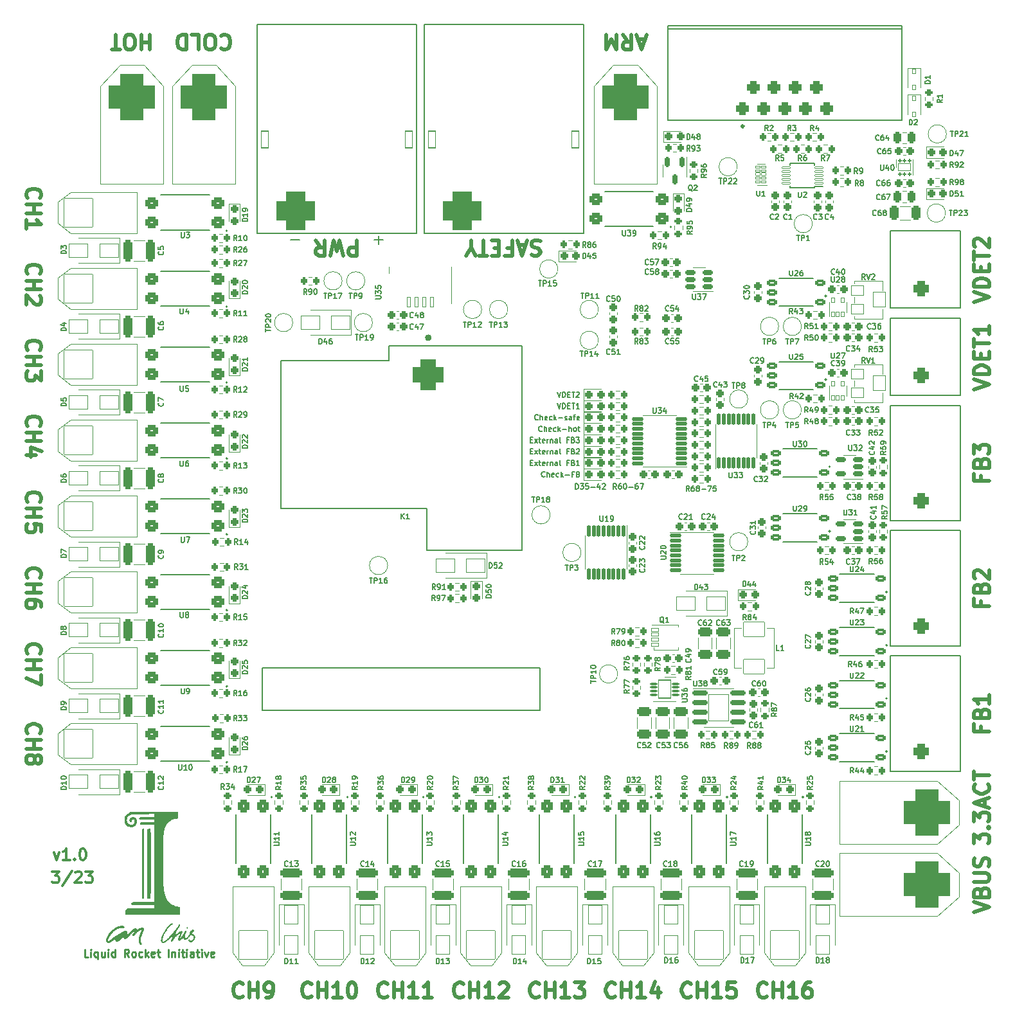
<source format=gto>
%TF.GenerationSoftware,KiCad,Pcbnew,7.0.1-0*%
%TF.CreationDate,2023-03-21T21:14:32-05:00*%
%TF.ProjectId,actuation,61637475-6174-4696-9f6e-2e6b69636164,rev?*%
%TF.SameCoordinates,Original*%
%TF.FileFunction,Legend,Top*%
%TF.FilePolarity,Positive*%
%FSLAX46Y46*%
G04 Gerber Fmt 4.6, Leading zero omitted, Abs format (unit mm)*
G04 Created by KiCad (PCBNEW 7.0.1-0) date 2023-03-21 21:14:32*
%MOMM*%
%LPD*%
G01*
G04 APERTURE LIST*
G04 Aperture macros list*
%AMRoundRect*
0 Rectangle with rounded corners*
0 $1 Rounding radius*
0 $2 $3 $4 $5 $6 $7 $8 $9 X,Y pos of 4 corners*
0 Add a 4 corners polygon primitive as box body*
4,1,4,$2,$3,$4,$5,$6,$7,$8,$9,$2,$3,0*
0 Add four circle primitives for the rounded corners*
1,1,$1+$1,$2,$3*
1,1,$1+$1,$4,$5*
1,1,$1+$1,$6,$7*
1,1,$1+$1,$8,$9*
0 Add four rect primitives between the rounded corners*
20,1,$1+$1,$2,$3,$4,$5,0*
20,1,$1+$1,$4,$5,$6,$7,0*
20,1,$1+$1,$6,$7,$8,$9,0*
20,1,$1+$1,$8,$9,$2,$3,0*%
%AMFreePoly0*
4,1,25,1.407855,0.530355,1.422500,0.495000,1.422500,0.090000,1.407855,0.054645,1.372500,0.040000,0.912500,0.040000,0.912500,-0.115000,1.372500,-0.115000,1.407855,-0.129645,1.422500,-0.165000,1.422500,-0.587500,1.407855,-0.622855,1.372500,-0.637500,0.612500,-0.637500,0.577145,-0.622855,0.562500,-0.587500,0.562500,-0.545000,-0.862500,-0.545000,-0.897855,-0.530355,-0.912500,-0.495000,
-0.912500,0.495000,-0.897855,0.530355,-0.862500,0.545000,1.372500,0.545000,1.407855,0.530355,1.407855,0.530355,$1*%
%AMFreePoly1*
4,1,25,1.407855,0.622855,1.422500,0.587500,1.422500,0.165000,1.407855,0.129645,1.372500,0.115000,0.912500,0.115000,0.912500,-0.040000,1.372500,-0.040000,1.407855,-0.054645,1.422500,-0.090000,1.422500,-0.495000,1.407855,-0.530355,1.372500,-0.545000,-0.862500,-0.545000,-0.897855,-0.530355,-0.912500,-0.495000,-0.912500,0.495000,-0.897855,0.530355,-0.862500,0.545000,0.562500,0.545000,
0.562500,0.587500,0.577145,0.622855,0.612500,0.637500,1.372500,0.637500,1.407855,0.622855,1.407855,0.622855,$1*%
%AMFreePoly2*
4,1,21,0.365355,0.735355,0.380000,0.700000,0.380000,-0.700000,0.365355,-0.735355,0.330000,-0.750000,-0.980000,-0.750000,-1.015355,-0.735355,-1.030000,-0.700000,-1.030000,-0.300000,-1.015355,-0.264645,-0.980000,-0.250000,-0.380000,-0.250000,-0.380000,0.250000,-0.980000,0.250000,-1.015355,0.264645,-1.030000,0.300000,-1.030000,0.700000,-1.015355,0.735355,-0.980000,0.750000,0.330000,0.750000,
0.365355,0.735355,0.365355,0.735355,$1*%
%AMFreePoly3*
4,1,24,1.785355,3.830355,1.800000,3.795000,1.800000,-1.535000,1.785355,-1.570355,1.750000,-1.585000,-1.750000,-1.585000,-1.785355,-1.570355,-1.800000,-1.535000,-1.800000,1.535000,-1.785355,1.570355,-1.750000,1.585000,-0.175000,1.585000,-0.175000,3.595000,-0.173746,3.606126,-0.153940,3.692903,-0.144285,3.712952,-0.088789,3.782541,-0.071392,3.796414,0.008802,3.835034,0.030496,3.839986,
0.062896,3.839986,0.075000,3.845000,1.750000,3.845000,1.785355,3.830355,1.785355,3.830355,$1*%
%AMFreePoly4*
4,1,24,1.785355,1.570355,1.800000,1.535000,1.800000,-1.535000,1.785355,-1.570355,1.750000,-1.585000,-0.575000,-1.585000,-0.575000,-3.595000,-0.576254,-3.606126,-0.596060,-3.692903,-0.605715,-3.712952,-0.661211,-3.782541,-0.678608,-3.796414,-0.758802,-3.835034,-0.780496,-3.839986,-0.812896,-3.839986,-0.825000,-3.845000,-1.750000,-3.845000,-1.785355,-3.830355,-1.800000,-3.795000,-1.800000,1.535000,
-1.785355,1.570355,-1.750000,1.585000,1.750000,1.585000,1.785355,1.570355,1.785355,1.570355,$1*%
G04 Aperture macros list end*
%ADD10C,0.200000*%
%ADD11C,0.375000*%
%ADD12C,0.150000*%
%ADD13C,0.500000*%
%ADD14C,0.250000*%
%ADD15C,0.127000*%
%ADD16C,0.120000*%
%ADD17C,0.450000*%
%ADD18C,0.300000*%
%ADD19C,0.400000*%
%ADD20RoundRect,0.200000X0.450000X0.250000X-0.450000X0.250000X-0.450000X-0.250000X0.450000X-0.250000X0*%
%ADD21RoundRect,0.350000X0.500000X0.450000X-0.500000X0.450000X-0.500000X-0.450000X0.500000X-0.450000X0*%
%ADD22RoundRect,0.350000X-0.450000X0.500000X-0.450000X-0.500000X0.450000X-0.500000X0.450000X0.500000X0*%
%ADD23RoundRect,0.250000X0.200000X0.275000X-0.200000X0.275000X-0.200000X-0.275000X0.200000X-0.275000X0*%
%ADD24RoundRect,0.050000X-0.900000X1.250000X-0.900000X-1.250000X0.900000X-1.250000X0.900000X1.250000X0*%
%ADD25RoundRect,0.250000X-0.200000X-0.275000X0.200000X-0.275000X0.200000X0.275000X-0.200000X0.275000X0*%
%ADD26RoundRect,0.250000X0.275000X-0.200000X0.275000X0.200000X-0.275000X0.200000X-0.275000X-0.200000X0*%
%ADD27RoundRect,0.275000X0.225000X0.250000X-0.225000X0.250000X-0.225000X-0.250000X0.225000X-0.250000X0*%
%ADD28C,3.900000*%
%ADD29RoundRect,0.050000X-1.900000X-1.900000X1.900000X-1.900000X1.900000X1.900000X-1.900000X1.900000X0*%
%ADD30RoundRect,0.300000X-0.650000X0.325000X-0.650000X-0.325000X0.650000X-0.325000X0.650000X0.325000X0*%
%ADD31RoundRect,0.275000X0.250000X-0.225000X0.250000X0.225000X-0.250000X0.225000X-0.250000X-0.225000X0*%
%ADD32C,2.100000*%
%ADD33RoundRect,0.268750X0.256250X-0.218750X0.256250X0.218750X-0.256250X0.218750X-0.256250X-0.218750X0*%
%ADD34RoundRect,0.275000X-0.225000X-0.250000X0.225000X-0.250000X0.225000X0.250000X-0.225000X0.250000X0*%
%ADD35RoundRect,0.300000X-1.100000X0.325000X-1.100000X-0.325000X1.100000X-0.325000X1.100000X0.325000X0*%
%ADD36RoundRect,0.050000X-0.500000X-1.100000X0.500000X-1.100000X0.500000X1.100000X-0.500000X1.100000X0*%
%ADD37C,5.100000*%
%ADD38RoundRect,1.300000X-1.250000X-1.250000X1.250000X-1.250000X1.250000X1.250000X-1.250000X1.250000X0*%
%ADD39RoundRect,0.268750X-0.218750X-0.256250X0.218750X-0.256250X0.218750X0.256250X-0.218750X0.256250X0*%
%ADD40RoundRect,0.268750X0.218750X0.256250X-0.218750X0.256250X-0.218750X-0.256250X0.218750X-0.256250X0*%
%ADD41RoundRect,1.550000X1.500000X1.500000X-1.500000X1.500000X-1.500000X-1.500000X1.500000X-1.500000X0*%
%ADD42C,6.100000*%
%ADD43C,5.800000*%
%ADD44RoundRect,0.050000X1.250000X0.900000X-1.250000X0.900000X-1.250000X-0.900000X1.250000X-0.900000X0*%
%ADD45RoundRect,0.143750X0.106250X-0.093750X0.106250X0.093750X-0.106250X0.093750X-0.106250X-0.093750X0*%
%ADD46RoundRect,0.050000X0.800000X-0.500000X0.800000X0.500000X-0.800000X0.500000X-0.800000X-0.500000X0*%
%ADD47RoundRect,0.268750X-0.256250X0.218750X-0.256250X-0.218750X0.256250X-0.218750X0.256250X0.218750X0*%
%ADD48RoundRect,0.150000X0.637500X0.100000X-0.637500X0.100000X-0.637500X-0.100000X0.637500X-0.100000X0*%
%ADD49RoundRect,0.050000X1.900000X-1.900000X1.900000X1.900000X-1.900000X1.900000X-1.900000X-1.900000X0*%
%ADD50RoundRect,0.050000X-0.225000X0.300000X-0.225000X-0.300000X0.225000X-0.300000X0.225000X0.300000X0*%
%ADD51RoundRect,1.550000X-1.500000X1.500000X-1.500000X-1.500000X1.500000X-1.500000X1.500000X1.500000X0*%
%ADD52RoundRect,0.550000X0.500000X-0.500000X0.500000X0.500000X-0.500000X0.500000X-0.500000X-0.500000X0*%
%ADD53RoundRect,0.200000X0.512500X0.150000X-0.512500X0.150000X-0.512500X-0.150000X0.512500X-0.150000X0*%
%ADD54RoundRect,1.050000X-1.000000X1.000000X-1.000000X-1.000000X1.000000X-1.000000X1.000000X1.000000X0*%
%ADD55C,4.100000*%
%ADD56RoundRect,0.050000X-0.495000X-0.202500X0.495000X-0.202500X0.495000X0.202500X-0.495000X0.202500X0*%
%ADD57FreePoly0,0.000000*%
%ADD58FreePoly1,0.000000*%
%ADD59RoundRect,0.050000X0.800000X-0.650000X0.800000X0.650000X-0.800000X0.650000X-0.800000X-0.650000X0*%
%ADD60RoundRect,0.050000X0.800000X-1.000000X0.800000X1.000000X-0.800000X1.000000X-0.800000X-1.000000X0*%
%ADD61FreePoly2,90.000000*%
%ADD62RoundRect,0.050000X0.200000X-0.650000X0.200000X0.650000X-0.200000X0.650000X-0.200000X-0.650000X0*%
%ADD63FreePoly3,90.000000*%
%ADD64FreePoly4,90.000000*%
%ADD65RoundRect,0.200000X-0.150000X0.512500X-0.150000X-0.512500X0.150000X-0.512500X0.150000X0.512500X0*%
%ADD66RoundRect,0.050000X0.275000X-0.150000X0.275000X0.150000X-0.275000X0.150000X-0.275000X-0.150000X0*%
%ADD67RoundRect,0.050000X0.275000X-0.200000X0.275000X0.200000X-0.275000X0.200000X-0.275000X-0.200000X0*%
%ADD68RoundRect,0.150000X0.100000X-0.637500X0.100000X0.637500X-0.100000X0.637500X-0.100000X-0.637500X0*%
%ADD69RoundRect,0.300000X0.325000X1.100000X-0.325000X1.100000X-0.325000X-1.100000X0.325000X-1.100000X0*%
%ADD70RoundRect,0.050000X0.200000X-0.325000X0.200000X0.325000X-0.200000X0.325000X-0.200000X-0.325000X0*%
%ADD71RoundRect,0.200000X-0.820000X-0.150000X0.820000X-0.150000X0.820000X0.150000X-0.820000X0.150000X0*%
%ADD72RoundRect,0.050000X-1.310000X-1.755000X1.310000X-1.755000X1.310000X1.755000X-1.310000X1.755000X0*%
%ADD73RoundRect,0.275000X-0.250000X0.225000X-0.250000X-0.225000X0.250000X-0.225000X0.250000X0.225000X0*%
%ADD74RoundRect,0.250000X-0.275000X0.200000X-0.275000X-0.200000X0.275000X-0.200000X0.275000X0.200000X0*%
%ADD75RoundRect,0.300000X-0.250000X-0.475000X0.250000X-0.475000X0.250000X0.475000X-0.250000X0.475000X0*%
%ADD76RoundRect,0.300000X0.325000X0.650000X-0.325000X0.650000X-0.325000X-0.650000X0.325000X-0.650000X0*%
%ADD77RoundRect,0.050000X0.550000X0.125000X-0.550000X0.125000X-0.550000X-0.125000X0.550000X-0.125000X0*%
%ADD78RoundRect,0.050000X1.395000X-0.951500X1.395000X0.951500X-1.395000X0.951500X-1.395000X-0.951500X0*%
%ADD79RoundRect,0.150000X-0.637500X-0.100000X0.637500X-0.100000X0.637500X0.100000X-0.637500X0.100000X0*%
%ADD80RoundRect,0.112500X-0.362500X-0.062500X0.362500X-0.062500X0.362500X0.062500X-0.362500X0.062500X0*%
%ADD81RoundRect,0.050000X-0.825000X-1.190000X0.825000X-1.190000X0.825000X1.190000X-0.825000X1.190000X0*%
%ADD82RoundRect,0.458750X0.408750X0.408750X-0.408750X0.408750X-0.408750X-0.408750X0.408750X-0.408750X0*%
%ADD83C,4.150000*%
%ADD84RoundRect,0.150000X-0.100000X0.637500X-0.100000X-0.637500X0.100000X-0.637500X0.100000X0.637500X0*%
G04 APERTURE END LIST*
D10*
X107700000Y-120000000D02*
X144300000Y-120000000D01*
X144300000Y-125600000D01*
X107700000Y-125600000D01*
X107700000Y-120000000D01*
D11*
X80257143Y-144293928D02*
X80614286Y-145293928D01*
X80614286Y-145293928D02*
X80971429Y-144293928D01*
X82328572Y-145293928D02*
X81471429Y-145293928D01*
X81900000Y-145293928D02*
X81900000Y-143793928D01*
X81900000Y-143793928D02*
X81757143Y-144008214D01*
X81757143Y-144008214D02*
X81614286Y-144151071D01*
X81614286Y-144151071D02*
X81471429Y-144222500D01*
X82971428Y-145151071D02*
X83042857Y-145222500D01*
X83042857Y-145222500D02*
X82971428Y-145293928D01*
X82971428Y-145293928D02*
X82900000Y-145222500D01*
X82900000Y-145222500D02*
X82971428Y-145151071D01*
X82971428Y-145151071D02*
X82971428Y-145293928D01*
X83971429Y-143793928D02*
X84114286Y-143793928D01*
X84114286Y-143793928D02*
X84257143Y-143865357D01*
X84257143Y-143865357D02*
X84328572Y-143936785D01*
X84328572Y-143936785D02*
X84400000Y-144079642D01*
X84400000Y-144079642D02*
X84471429Y-144365357D01*
X84471429Y-144365357D02*
X84471429Y-144722500D01*
X84471429Y-144722500D02*
X84400000Y-145008214D01*
X84400000Y-145008214D02*
X84328572Y-145151071D01*
X84328572Y-145151071D02*
X84257143Y-145222500D01*
X84257143Y-145222500D02*
X84114286Y-145293928D01*
X84114286Y-145293928D02*
X83971429Y-145293928D01*
X83971429Y-145293928D02*
X83828572Y-145222500D01*
X83828572Y-145222500D02*
X83757143Y-145151071D01*
X83757143Y-145151071D02*
X83685714Y-145008214D01*
X83685714Y-145008214D02*
X83614286Y-144722500D01*
X83614286Y-144722500D02*
X83614286Y-144365357D01*
X83614286Y-144365357D02*
X83685714Y-144079642D01*
X83685714Y-144079642D02*
X83757143Y-143936785D01*
X83757143Y-143936785D02*
X83828572Y-143865357D01*
X83828572Y-143865357D02*
X83971429Y-143793928D01*
D12*
X144533333Y-88757166D02*
X144500000Y-88790500D01*
X144500000Y-88790500D02*
X144400000Y-88823833D01*
X144400000Y-88823833D02*
X144333333Y-88823833D01*
X144333333Y-88823833D02*
X144233333Y-88790500D01*
X144233333Y-88790500D02*
X144166667Y-88723833D01*
X144166667Y-88723833D02*
X144133333Y-88657166D01*
X144133333Y-88657166D02*
X144100000Y-88523833D01*
X144100000Y-88523833D02*
X144100000Y-88423833D01*
X144100000Y-88423833D02*
X144133333Y-88290500D01*
X144133333Y-88290500D02*
X144166667Y-88223833D01*
X144166667Y-88223833D02*
X144233333Y-88157166D01*
X144233333Y-88157166D02*
X144333333Y-88123833D01*
X144333333Y-88123833D02*
X144400000Y-88123833D01*
X144400000Y-88123833D02*
X144500000Y-88157166D01*
X144500000Y-88157166D02*
X144533333Y-88190500D01*
X144833333Y-88823833D02*
X144833333Y-88123833D01*
X145133333Y-88823833D02*
X145133333Y-88457166D01*
X145133333Y-88457166D02*
X145100000Y-88390500D01*
X145100000Y-88390500D02*
X145033333Y-88357166D01*
X145033333Y-88357166D02*
X144933333Y-88357166D01*
X144933333Y-88357166D02*
X144866667Y-88390500D01*
X144866667Y-88390500D02*
X144833333Y-88423833D01*
X145733333Y-88790500D02*
X145666666Y-88823833D01*
X145666666Y-88823833D02*
X145533333Y-88823833D01*
X145533333Y-88823833D02*
X145466666Y-88790500D01*
X145466666Y-88790500D02*
X145433333Y-88723833D01*
X145433333Y-88723833D02*
X145433333Y-88457166D01*
X145433333Y-88457166D02*
X145466666Y-88390500D01*
X145466666Y-88390500D02*
X145533333Y-88357166D01*
X145533333Y-88357166D02*
X145666666Y-88357166D01*
X145666666Y-88357166D02*
X145733333Y-88390500D01*
X145733333Y-88390500D02*
X145766666Y-88457166D01*
X145766666Y-88457166D02*
X145766666Y-88523833D01*
X145766666Y-88523833D02*
X145433333Y-88590500D01*
X146366666Y-88790500D02*
X146300000Y-88823833D01*
X146300000Y-88823833D02*
X146166666Y-88823833D01*
X146166666Y-88823833D02*
X146100000Y-88790500D01*
X146100000Y-88790500D02*
X146066666Y-88757166D01*
X146066666Y-88757166D02*
X146033333Y-88690500D01*
X146033333Y-88690500D02*
X146033333Y-88490500D01*
X146033333Y-88490500D02*
X146066666Y-88423833D01*
X146066666Y-88423833D02*
X146100000Y-88390500D01*
X146100000Y-88390500D02*
X146166666Y-88357166D01*
X146166666Y-88357166D02*
X146300000Y-88357166D01*
X146300000Y-88357166D02*
X146366666Y-88390500D01*
X146666666Y-88823833D02*
X146666666Y-88123833D01*
X146733333Y-88557166D02*
X146933333Y-88823833D01*
X146933333Y-88357166D02*
X146666666Y-88623833D01*
X147233333Y-88557166D02*
X147766667Y-88557166D01*
X148100000Y-88823833D02*
X148100000Y-88123833D01*
X148400000Y-88823833D02*
X148400000Y-88457166D01*
X148400000Y-88457166D02*
X148366667Y-88390500D01*
X148366667Y-88390500D02*
X148300000Y-88357166D01*
X148300000Y-88357166D02*
X148200000Y-88357166D01*
X148200000Y-88357166D02*
X148133334Y-88390500D01*
X148133334Y-88390500D02*
X148100000Y-88423833D01*
X148833333Y-88823833D02*
X148766667Y-88790500D01*
X148766667Y-88790500D02*
X148733333Y-88757166D01*
X148733333Y-88757166D02*
X148700000Y-88690500D01*
X148700000Y-88690500D02*
X148700000Y-88490500D01*
X148700000Y-88490500D02*
X148733333Y-88423833D01*
X148733333Y-88423833D02*
X148766667Y-88390500D01*
X148766667Y-88390500D02*
X148833333Y-88357166D01*
X148833333Y-88357166D02*
X148933333Y-88357166D01*
X148933333Y-88357166D02*
X149000000Y-88390500D01*
X149000000Y-88390500D02*
X149033333Y-88423833D01*
X149033333Y-88423833D02*
X149066667Y-88490500D01*
X149066667Y-88490500D02*
X149066667Y-88690500D01*
X149066667Y-88690500D02*
X149033333Y-88757166D01*
X149033333Y-88757166D02*
X149000000Y-88790500D01*
X149000000Y-88790500D02*
X148933333Y-88823833D01*
X148933333Y-88823833D02*
X148833333Y-88823833D01*
X149266666Y-88357166D02*
X149533333Y-88357166D01*
X149366666Y-88123833D02*
X149366666Y-88723833D01*
X149366666Y-88723833D02*
X149400000Y-88790500D01*
X149400000Y-88790500D02*
X149466666Y-88823833D01*
X149466666Y-88823833D02*
X149533333Y-88823833D01*
D13*
X92880952Y-36574761D02*
X92880952Y-38574761D01*
X92880952Y-37622380D02*
X91738095Y-37622380D01*
X91738095Y-36574761D02*
X91738095Y-38574761D01*
X90404762Y-38574761D02*
X90023809Y-38574761D01*
X90023809Y-38574761D02*
X89833333Y-38479523D01*
X89833333Y-38479523D02*
X89642857Y-38289047D01*
X89642857Y-38289047D02*
X89547619Y-37908095D01*
X89547619Y-37908095D02*
X89547619Y-37241428D01*
X89547619Y-37241428D02*
X89642857Y-36860476D01*
X89642857Y-36860476D02*
X89833333Y-36670000D01*
X89833333Y-36670000D02*
X90023809Y-36574761D01*
X90023809Y-36574761D02*
X90404762Y-36574761D01*
X90404762Y-36574761D02*
X90595238Y-36670000D01*
X90595238Y-36670000D02*
X90785714Y-36860476D01*
X90785714Y-36860476D02*
X90880952Y-37241428D01*
X90880952Y-37241428D02*
X90880952Y-37908095D01*
X90880952Y-37908095D02*
X90785714Y-38289047D01*
X90785714Y-38289047D02*
X90595238Y-38479523D01*
X90595238Y-38479523D02*
X90404762Y-38574761D01*
X88976190Y-38574761D02*
X87833333Y-38574761D01*
X88404762Y-36574761D02*
X88404762Y-38574761D01*
X114166666Y-163234761D02*
X114071428Y-163330000D01*
X114071428Y-163330000D02*
X113785714Y-163425238D01*
X113785714Y-163425238D02*
X113595238Y-163425238D01*
X113595238Y-163425238D02*
X113309523Y-163330000D01*
X113309523Y-163330000D02*
X113119047Y-163139523D01*
X113119047Y-163139523D02*
X113023809Y-162949047D01*
X113023809Y-162949047D02*
X112928571Y-162568095D01*
X112928571Y-162568095D02*
X112928571Y-162282380D01*
X112928571Y-162282380D02*
X113023809Y-161901428D01*
X113023809Y-161901428D02*
X113119047Y-161710952D01*
X113119047Y-161710952D02*
X113309523Y-161520476D01*
X113309523Y-161520476D02*
X113595238Y-161425238D01*
X113595238Y-161425238D02*
X113785714Y-161425238D01*
X113785714Y-161425238D02*
X114071428Y-161520476D01*
X114071428Y-161520476D02*
X114166666Y-161615714D01*
X115023809Y-163425238D02*
X115023809Y-161425238D01*
X115023809Y-162377619D02*
X116166666Y-162377619D01*
X116166666Y-163425238D02*
X116166666Y-161425238D01*
X118166666Y-163425238D02*
X117023809Y-163425238D01*
X117595237Y-163425238D02*
X117595237Y-161425238D01*
X117595237Y-161425238D02*
X117404761Y-161710952D01*
X117404761Y-161710952D02*
X117214285Y-161901428D01*
X117214285Y-161901428D02*
X117023809Y-161996666D01*
X119404761Y-161425238D02*
X119595238Y-161425238D01*
X119595238Y-161425238D02*
X119785714Y-161520476D01*
X119785714Y-161520476D02*
X119880952Y-161615714D01*
X119880952Y-161615714D02*
X119976190Y-161806190D01*
X119976190Y-161806190D02*
X120071428Y-162187142D01*
X120071428Y-162187142D02*
X120071428Y-162663333D01*
X120071428Y-162663333D02*
X119976190Y-163044285D01*
X119976190Y-163044285D02*
X119880952Y-163234761D01*
X119880952Y-163234761D02*
X119785714Y-163330000D01*
X119785714Y-163330000D02*
X119595238Y-163425238D01*
X119595238Y-163425238D02*
X119404761Y-163425238D01*
X119404761Y-163425238D02*
X119214285Y-163330000D01*
X119214285Y-163330000D02*
X119119047Y-163234761D01*
X119119047Y-163234761D02*
X119023809Y-163044285D01*
X119023809Y-163044285D02*
X118928571Y-162663333D01*
X118928571Y-162663333D02*
X118928571Y-162187142D01*
X118928571Y-162187142D02*
X119023809Y-161806190D01*
X119023809Y-161806190D02*
X119119047Y-161615714D01*
X119119047Y-161615714D02*
X119214285Y-161520476D01*
X119214285Y-161520476D02*
X119404761Y-161425238D01*
X201425238Y-152166666D02*
X203425238Y-151500000D01*
X203425238Y-151500000D02*
X201425238Y-150833333D01*
X202377619Y-149499999D02*
X202472857Y-149214285D01*
X202472857Y-149214285D02*
X202568095Y-149119047D01*
X202568095Y-149119047D02*
X202758571Y-149023809D01*
X202758571Y-149023809D02*
X203044285Y-149023809D01*
X203044285Y-149023809D02*
X203234761Y-149119047D01*
X203234761Y-149119047D02*
X203330000Y-149214285D01*
X203330000Y-149214285D02*
X203425238Y-149404761D01*
X203425238Y-149404761D02*
X203425238Y-150166666D01*
X203425238Y-150166666D02*
X201425238Y-150166666D01*
X201425238Y-150166666D02*
X201425238Y-149499999D01*
X201425238Y-149499999D02*
X201520476Y-149309523D01*
X201520476Y-149309523D02*
X201615714Y-149214285D01*
X201615714Y-149214285D02*
X201806190Y-149119047D01*
X201806190Y-149119047D02*
X201996666Y-149119047D01*
X201996666Y-149119047D02*
X202187142Y-149214285D01*
X202187142Y-149214285D02*
X202282380Y-149309523D01*
X202282380Y-149309523D02*
X202377619Y-149499999D01*
X202377619Y-149499999D02*
X202377619Y-150166666D01*
X201425238Y-148166666D02*
X203044285Y-148166666D01*
X203044285Y-148166666D02*
X203234761Y-148071428D01*
X203234761Y-148071428D02*
X203330000Y-147976190D01*
X203330000Y-147976190D02*
X203425238Y-147785714D01*
X203425238Y-147785714D02*
X203425238Y-147404761D01*
X203425238Y-147404761D02*
X203330000Y-147214285D01*
X203330000Y-147214285D02*
X203234761Y-147119047D01*
X203234761Y-147119047D02*
X203044285Y-147023809D01*
X203044285Y-147023809D02*
X201425238Y-147023809D01*
X203330000Y-146166666D02*
X203425238Y-145880952D01*
X203425238Y-145880952D02*
X203425238Y-145404761D01*
X203425238Y-145404761D02*
X203330000Y-145214285D01*
X203330000Y-145214285D02*
X203234761Y-145119047D01*
X203234761Y-145119047D02*
X203044285Y-145023809D01*
X203044285Y-145023809D02*
X202853809Y-145023809D01*
X202853809Y-145023809D02*
X202663333Y-145119047D01*
X202663333Y-145119047D02*
X202568095Y-145214285D01*
X202568095Y-145214285D02*
X202472857Y-145404761D01*
X202472857Y-145404761D02*
X202377619Y-145785714D01*
X202377619Y-145785714D02*
X202282380Y-145976190D01*
X202282380Y-145976190D02*
X202187142Y-146071428D01*
X202187142Y-146071428D02*
X201996666Y-146166666D01*
X201996666Y-146166666D02*
X201806190Y-146166666D01*
X201806190Y-146166666D02*
X201615714Y-146071428D01*
X201615714Y-146071428D02*
X201520476Y-145976190D01*
X201520476Y-145976190D02*
X201425238Y-145785714D01*
X201425238Y-145785714D02*
X201425238Y-145309523D01*
X201425238Y-145309523D02*
X201520476Y-145023809D01*
D12*
X146533333Y-83623833D02*
X146766667Y-84323833D01*
X146766667Y-84323833D02*
X147000000Y-83623833D01*
X147233333Y-84323833D02*
X147233333Y-83623833D01*
X147233333Y-83623833D02*
X147400000Y-83623833D01*
X147400000Y-83623833D02*
X147500000Y-83657166D01*
X147500000Y-83657166D02*
X147566667Y-83723833D01*
X147566667Y-83723833D02*
X147600000Y-83790500D01*
X147600000Y-83790500D02*
X147633333Y-83923833D01*
X147633333Y-83923833D02*
X147633333Y-84023833D01*
X147633333Y-84023833D02*
X147600000Y-84157166D01*
X147600000Y-84157166D02*
X147566667Y-84223833D01*
X147566667Y-84223833D02*
X147500000Y-84290500D01*
X147500000Y-84290500D02*
X147400000Y-84323833D01*
X147400000Y-84323833D02*
X147233333Y-84323833D01*
X147933333Y-83957166D02*
X148166667Y-83957166D01*
X148266667Y-84323833D02*
X147933333Y-84323833D01*
X147933333Y-84323833D02*
X147933333Y-83623833D01*
X147933333Y-83623833D02*
X148266667Y-83623833D01*
X148466666Y-83623833D02*
X148866666Y-83623833D01*
X148666666Y-84323833D02*
X148666666Y-83623833D01*
X149066666Y-83690500D02*
X149099999Y-83657166D01*
X149099999Y-83657166D02*
X149166666Y-83623833D01*
X149166666Y-83623833D02*
X149333333Y-83623833D01*
X149333333Y-83623833D02*
X149399999Y-83657166D01*
X149399999Y-83657166D02*
X149433333Y-83690500D01*
X149433333Y-83690500D02*
X149466666Y-83757166D01*
X149466666Y-83757166D02*
X149466666Y-83823833D01*
X149466666Y-83823833D02*
X149433333Y-83923833D01*
X149433333Y-83923833D02*
X149033333Y-84323833D01*
X149033333Y-84323833D02*
X149466666Y-84323833D01*
X154333331Y-96423833D02*
X154099998Y-96090500D01*
X153933331Y-96423833D02*
X153933331Y-95723833D01*
X153933331Y-95723833D02*
X154199998Y-95723833D01*
X154199998Y-95723833D02*
X154266665Y-95757166D01*
X154266665Y-95757166D02*
X154299998Y-95790500D01*
X154299998Y-95790500D02*
X154333331Y-95857166D01*
X154333331Y-95857166D02*
X154333331Y-95957166D01*
X154333331Y-95957166D02*
X154299998Y-96023833D01*
X154299998Y-96023833D02*
X154266665Y-96057166D01*
X154266665Y-96057166D02*
X154199998Y-96090500D01*
X154199998Y-96090500D02*
X153933331Y-96090500D01*
X154933331Y-95723833D02*
X154799998Y-95723833D01*
X154799998Y-95723833D02*
X154733331Y-95757166D01*
X154733331Y-95757166D02*
X154699998Y-95790500D01*
X154699998Y-95790500D02*
X154633331Y-95890500D01*
X154633331Y-95890500D02*
X154599998Y-96023833D01*
X154599998Y-96023833D02*
X154599998Y-96290500D01*
X154599998Y-96290500D02*
X154633331Y-96357166D01*
X154633331Y-96357166D02*
X154666665Y-96390500D01*
X154666665Y-96390500D02*
X154733331Y-96423833D01*
X154733331Y-96423833D02*
X154866665Y-96423833D01*
X154866665Y-96423833D02*
X154933331Y-96390500D01*
X154933331Y-96390500D02*
X154966665Y-96357166D01*
X154966665Y-96357166D02*
X154999998Y-96290500D01*
X154999998Y-96290500D02*
X154999998Y-96123833D01*
X154999998Y-96123833D02*
X154966665Y-96057166D01*
X154966665Y-96057166D02*
X154933331Y-96023833D01*
X154933331Y-96023833D02*
X154866665Y-95990500D01*
X154866665Y-95990500D02*
X154733331Y-95990500D01*
X154733331Y-95990500D02*
X154666665Y-96023833D01*
X154666665Y-96023833D02*
X154633331Y-96057166D01*
X154633331Y-96057166D02*
X154599998Y-96123833D01*
X155433332Y-95723833D02*
X155499998Y-95723833D01*
X155499998Y-95723833D02*
X155566665Y-95757166D01*
X155566665Y-95757166D02*
X155599998Y-95790500D01*
X155599998Y-95790500D02*
X155633332Y-95857166D01*
X155633332Y-95857166D02*
X155666665Y-95990500D01*
X155666665Y-95990500D02*
X155666665Y-96157166D01*
X155666665Y-96157166D02*
X155633332Y-96290500D01*
X155633332Y-96290500D02*
X155599998Y-96357166D01*
X155599998Y-96357166D02*
X155566665Y-96390500D01*
X155566665Y-96390500D02*
X155499998Y-96423833D01*
X155499998Y-96423833D02*
X155433332Y-96423833D01*
X155433332Y-96423833D02*
X155366665Y-96390500D01*
X155366665Y-96390500D02*
X155333332Y-96357166D01*
X155333332Y-96357166D02*
X155299998Y-96290500D01*
X155299998Y-96290500D02*
X155266665Y-96157166D01*
X155266665Y-96157166D02*
X155266665Y-95990500D01*
X155266665Y-95990500D02*
X155299998Y-95857166D01*
X155299998Y-95857166D02*
X155333332Y-95790500D01*
X155333332Y-95790500D02*
X155366665Y-95757166D01*
X155366665Y-95757166D02*
X155433332Y-95723833D01*
X155966665Y-96157166D02*
X156499999Y-96157166D01*
X157133332Y-95723833D02*
X156999999Y-95723833D01*
X156999999Y-95723833D02*
X156933332Y-95757166D01*
X156933332Y-95757166D02*
X156899999Y-95790500D01*
X156899999Y-95790500D02*
X156833332Y-95890500D01*
X156833332Y-95890500D02*
X156799999Y-96023833D01*
X156799999Y-96023833D02*
X156799999Y-96290500D01*
X156799999Y-96290500D02*
X156833332Y-96357166D01*
X156833332Y-96357166D02*
X156866666Y-96390500D01*
X156866666Y-96390500D02*
X156933332Y-96423833D01*
X156933332Y-96423833D02*
X157066666Y-96423833D01*
X157066666Y-96423833D02*
X157133332Y-96390500D01*
X157133332Y-96390500D02*
X157166666Y-96357166D01*
X157166666Y-96357166D02*
X157199999Y-96290500D01*
X157199999Y-96290500D02*
X157199999Y-96123833D01*
X157199999Y-96123833D02*
X157166666Y-96057166D01*
X157166666Y-96057166D02*
X157133332Y-96023833D01*
X157133332Y-96023833D02*
X157066666Y-95990500D01*
X157066666Y-95990500D02*
X156933332Y-95990500D01*
X156933332Y-95990500D02*
X156866666Y-96023833D01*
X156866666Y-96023833D02*
X156833332Y-96057166D01*
X156833332Y-96057166D02*
X156799999Y-96123833D01*
X157433333Y-95723833D02*
X157899999Y-95723833D01*
X157899999Y-95723833D02*
X157599999Y-96423833D01*
D14*
X84781964Y-158041129D02*
X84305774Y-158041129D01*
X84305774Y-158041129D02*
X84305774Y-157041129D01*
X85115298Y-158041129D02*
X85115298Y-157374462D01*
X85115298Y-157041129D02*
X85067679Y-157088748D01*
X85067679Y-157088748D02*
X85115298Y-157136367D01*
X85115298Y-157136367D02*
X85162917Y-157088748D01*
X85162917Y-157088748D02*
X85115298Y-157041129D01*
X85115298Y-157041129D02*
X85115298Y-157136367D01*
X86020059Y-157374462D02*
X86020059Y-158374462D01*
X86020059Y-157993510D02*
X85924821Y-158041129D01*
X85924821Y-158041129D02*
X85734345Y-158041129D01*
X85734345Y-158041129D02*
X85639107Y-157993510D01*
X85639107Y-157993510D02*
X85591488Y-157945890D01*
X85591488Y-157945890D02*
X85543869Y-157850652D01*
X85543869Y-157850652D02*
X85543869Y-157564938D01*
X85543869Y-157564938D02*
X85591488Y-157469700D01*
X85591488Y-157469700D02*
X85639107Y-157422081D01*
X85639107Y-157422081D02*
X85734345Y-157374462D01*
X85734345Y-157374462D02*
X85924821Y-157374462D01*
X85924821Y-157374462D02*
X86020059Y-157422081D01*
X86924821Y-157374462D02*
X86924821Y-158041129D01*
X86496250Y-157374462D02*
X86496250Y-157898271D01*
X86496250Y-157898271D02*
X86543869Y-157993510D01*
X86543869Y-157993510D02*
X86639107Y-158041129D01*
X86639107Y-158041129D02*
X86781964Y-158041129D01*
X86781964Y-158041129D02*
X86877202Y-157993510D01*
X86877202Y-157993510D02*
X86924821Y-157945890D01*
X87401012Y-158041129D02*
X87401012Y-157374462D01*
X87401012Y-157041129D02*
X87353393Y-157088748D01*
X87353393Y-157088748D02*
X87401012Y-157136367D01*
X87401012Y-157136367D02*
X87448631Y-157088748D01*
X87448631Y-157088748D02*
X87401012Y-157041129D01*
X87401012Y-157041129D02*
X87401012Y-157136367D01*
X88305773Y-158041129D02*
X88305773Y-157041129D01*
X88305773Y-157993510D02*
X88210535Y-158041129D01*
X88210535Y-158041129D02*
X88020059Y-158041129D01*
X88020059Y-158041129D02*
X87924821Y-157993510D01*
X87924821Y-157993510D02*
X87877202Y-157945890D01*
X87877202Y-157945890D02*
X87829583Y-157850652D01*
X87829583Y-157850652D02*
X87829583Y-157564938D01*
X87829583Y-157564938D02*
X87877202Y-157469700D01*
X87877202Y-157469700D02*
X87924821Y-157422081D01*
X87924821Y-157422081D02*
X88020059Y-157374462D01*
X88020059Y-157374462D02*
X88210535Y-157374462D01*
X88210535Y-157374462D02*
X88305773Y-157422081D01*
X90115297Y-158041129D02*
X89781964Y-157564938D01*
X89543869Y-158041129D02*
X89543869Y-157041129D01*
X89543869Y-157041129D02*
X89924821Y-157041129D01*
X89924821Y-157041129D02*
X90020059Y-157088748D01*
X90020059Y-157088748D02*
X90067678Y-157136367D01*
X90067678Y-157136367D02*
X90115297Y-157231605D01*
X90115297Y-157231605D02*
X90115297Y-157374462D01*
X90115297Y-157374462D02*
X90067678Y-157469700D01*
X90067678Y-157469700D02*
X90020059Y-157517319D01*
X90020059Y-157517319D02*
X89924821Y-157564938D01*
X89924821Y-157564938D02*
X89543869Y-157564938D01*
X90686726Y-158041129D02*
X90591488Y-157993510D01*
X90591488Y-157993510D02*
X90543869Y-157945890D01*
X90543869Y-157945890D02*
X90496250Y-157850652D01*
X90496250Y-157850652D02*
X90496250Y-157564938D01*
X90496250Y-157564938D02*
X90543869Y-157469700D01*
X90543869Y-157469700D02*
X90591488Y-157422081D01*
X90591488Y-157422081D02*
X90686726Y-157374462D01*
X90686726Y-157374462D02*
X90829583Y-157374462D01*
X90829583Y-157374462D02*
X90924821Y-157422081D01*
X90924821Y-157422081D02*
X90972440Y-157469700D01*
X90972440Y-157469700D02*
X91020059Y-157564938D01*
X91020059Y-157564938D02*
X91020059Y-157850652D01*
X91020059Y-157850652D02*
X90972440Y-157945890D01*
X90972440Y-157945890D02*
X90924821Y-157993510D01*
X90924821Y-157993510D02*
X90829583Y-158041129D01*
X90829583Y-158041129D02*
X90686726Y-158041129D01*
X91877202Y-157993510D02*
X91781964Y-158041129D01*
X91781964Y-158041129D02*
X91591488Y-158041129D01*
X91591488Y-158041129D02*
X91496250Y-157993510D01*
X91496250Y-157993510D02*
X91448631Y-157945890D01*
X91448631Y-157945890D02*
X91401012Y-157850652D01*
X91401012Y-157850652D02*
X91401012Y-157564938D01*
X91401012Y-157564938D02*
X91448631Y-157469700D01*
X91448631Y-157469700D02*
X91496250Y-157422081D01*
X91496250Y-157422081D02*
X91591488Y-157374462D01*
X91591488Y-157374462D02*
X91781964Y-157374462D01*
X91781964Y-157374462D02*
X91877202Y-157422081D01*
X92305774Y-158041129D02*
X92305774Y-157041129D01*
X92401012Y-157660176D02*
X92686726Y-158041129D01*
X92686726Y-157374462D02*
X92305774Y-157755414D01*
X93496250Y-157993510D02*
X93401012Y-158041129D01*
X93401012Y-158041129D02*
X93210536Y-158041129D01*
X93210536Y-158041129D02*
X93115298Y-157993510D01*
X93115298Y-157993510D02*
X93067679Y-157898271D01*
X93067679Y-157898271D02*
X93067679Y-157517319D01*
X93067679Y-157517319D02*
X93115298Y-157422081D01*
X93115298Y-157422081D02*
X93210536Y-157374462D01*
X93210536Y-157374462D02*
X93401012Y-157374462D01*
X93401012Y-157374462D02*
X93496250Y-157422081D01*
X93496250Y-157422081D02*
X93543869Y-157517319D01*
X93543869Y-157517319D02*
X93543869Y-157612557D01*
X93543869Y-157612557D02*
X93067679Y-157707795D01*
X93829584Y-157374462D02*
X94210536Y-157374462D01*
X93972441Y-157041129D02*
X93972441Y-157898271D01*
X93972441Y-157898271D02*
X94020060Y-157993510D01*
X94020060Y-157993510D02*
X94115298Y-158041129D01*
X94115298Y-158041129D02*
X94210536Y-158041129D01*
X95305775Y-158041129D02*
X95305775Y-157041129D01*
X95781965Y-157374462D02*
X95781965Y-158041129D01*
X95781965Y-157469700D02*
X95829584Y-157422081D01*
X95829584Y-157422081D02*
X95924822Y-157374462D01*
X95924822Y-157374462D02*
X96067679Y-157374462D01*
X96067679Y-157374462D02*
X96162917Y-157422081D01*
X96162917Y-157422081D02*
X96210536Y-157517319D01*
X96210536Y-157517319D02*
X96210536Y-158041129D01*
X96686727Y-158041129D02*
X96686727Y-157374462D01*
X96686727Y-157041129D02*
X96639108Y-157088748D01*
X96639108Y-157088748D02*
X96686727Y-157136367D01*
X96686727Y-157136367D02*
X96734346Y-157088748D01*
X96734346Y-157088748D02*
X96686727Y-157041129D01*
X96686727Y-157041129D02*
X96686727Y-157136367D01*
X97020060Y-157374462D02*
X97401012Y-157374462D01*
X97162917Y-157041129D02*
X97162917Y-157898271D01*
X97162917Y-157898271D02*
X97210536Y-157993510D01*
X97210536Y-157993510D02*
X97305774Y-158041129D01*
X97305774Y-158041129D02*
X97401012Y-158041129D01*
X97734346Y-158041129D02*
X97734346Y-157374462D01*
X97734346Y-157041129D02*
X97686727Y-157088748D01*
X97686727Y-157088748D02*
X97734346Y-157136367D01*
X97734346Y-157136367D02*
X97781965Y-157088748D01*
X97781965Y-157088748D02*
X97734346Y-157041129D01*
X97734346Y-157041129D02*
X97734346Y-157136367D01*
X98639107Y-158041129D02*
X98639107Y-157517319D01*
X98639107Y-157517319D02*
X98591488Y-157422081D01*
X98591488Y-157422081D02*
X98496250Y-157374462D01*
X98496250Y-157374462D02*
X98305774Y-157374462D01*
X98305774Y-157374462D02*
X98210536Y-157422081D01*
X98639107Y-157993510D02*
X98543869Y-158041129D01*
X98543869Y-158041129D02*
X98305774Y-158041129D01*
X98305774Y-158041129D02*
X98210536Y-157993510D01*
X98210536Y-157993510D02*
X98162917Y-157898271D01*
X98162917Y-157898271D02*
X98162917Y-157803033D01*
X98162917Y-157803033D02*
X98210536Y-157707795D01*
X98210536Y-157707795D02*
X98305774Y-157660176D01*
X98305774Y-157660176D02*
X98543869Y-157660176D01*
X98543869Y-157660176D02*
X98639107Y-157612557D01*
X98972441Y-157374462D02*
X99353393Y-157374462D01*
X99115298Y-157041129D02*
X99115298Y-157898271D01*
X99115298Y-157898271D02*
X99162917Y-157993510D01*
X99162917Y-157993510D02*
X99258155Y-158041129D01*
X99258155Y-158041129D02*
X99353393Y-158041129D01*
X99686727Y-158041129D02*
X99686727Y-157374462D01*
X99686727Y-157041129D02*
X99639108Y-157088748D01*
X99639108Y-157088748D02*
X99686727Y-157136367D01*
X99686727Y-157136367D02*
X99734346Y-157088748D01*
X99734346Y-157088748D02*
X99686727Y-157041129D01*
X99686727Y-157041129D02*
X99686727Y-157136367D01*
X100067679Y-157374462D02*
X100305774Y-158041129D01*
X100305774Y-158041129D02*
X100543869Y-157374462D01*
X101305774Y-157993510D02*
X101210536Y-158041129D01*
X101210536Y-158041129D02*
X101020060Y-158041129D01*
X101020060Y-158041129D02*
X100924822Y-157993510D01*
X100924822Y-157993510D02*
X100877203Y-157898271D01*
X100877203Y-157898271D02*
X100877203Y-157517319D01*
X100877203Y-157517319D02*
X100924822Y-157422081D01*
X100924822Y-157422081D02*
X101020060Y-157374462D01*
X101020060Y-157374462D02*
X101210536Y-157374462D01*
X101210536Y-157374462D02*
X101305774Y-157422081D01*
X101305774Y-157422081D02*
X101353393Y-157517319D01*
X101353393Y-157517319D02*
X101353393Y-157612557D01*
X101353393Y-157612557D02*
X100877203Y-157707795D01*
D13*
X201425238Y-143114285D02*
X201425238Y-141876190D01*
X201425238Y-141876190D02*
X202187142Y-142542857D01*
X202187142Y-142542857D02*
X202187142Y-142257142D01*
X202187142Y-142257142D02*
X202282380Y-142066666D01*
X202282380Y-142066666D02*
X202377619Y-141971428D01*
X202377619Y-141971428D02*
X202568095Y-141876190D01*
X202568095Y-141876190D02*
X203044285Y-141876190D01*
X203044285Y-141876190D02*
X203234761Y-141971428D01*
X203234761Y-141971428D02*
X203330000Y-142066666D01*
X203330000Y-142066666D02*
X203425238Y-142257142D01*
X203425238Y-142257142D02*
X203425238Y-142828571D01*
X203425238Y-142828571D02*
X203330000Y-143019047D01*
X203330000Y-143019047D02*
X203234761Y-143114285D01*
X203234761Y-141019047D02*
X203330000Y-140923809D01*
X203330000Y-140923809D02*
X203425238Y-141019047D01*
X203425238Y-141019047D02*
X203330000Y-141114285D01*
X203330000Y-141114285D02*
X203234761Y-141019047D01*
X203234761Y-141019047D02*
X203425238Y-141019047D01*
X201425238Y-140257142D02*
X201425238Y-139019047D01*
X201425238Y-139019047D02*
X202187142Y-139685714D01*
X202187142Y-139685714D02*
X202187142Y-139399999D01*
X202187142Y-139399999D02*
X202282380Y-139209523D01*
X202282380Y-139209523D02*
X202377619Y-139114285D01*
X202377619Y-139114285D02*
X202568095Y-139019047D01*
X202568095Y-139019047D02*
X203044285Y-139019047D01*
X203044285Y-139019047D02*
X203234761Y-139114285D01*
X203234761Y-139114285D02*
X203330000Y-139209523D01*
X203330000Y-139209523D02*
X203425238Y-139399999D01*
X203425238Y-139399999D02*
X203425238Y-139971428D01*
X203425238Y-139971428D02*
X203330000Y-140161904D01*
X203330000Y-140161904D02*
X203234761Y-140257142D01*
X202853809Y-138257142D02*
X202853809Y-137304761D01*
X203425238Y-138447618D02*
X201425238Y-137780952D01*
X201425238Y-137780952D02*
X203425238Y-137114285D01*
X203234761Y-135304761D02*
X203330000Y-135399999D01*
X203330000Y-135399999D02*
X203425238Y-135685713D01*
X203425238Y-135685713D02*
X203425238Y-135876189D01*
X203425238Y-135876189D02*
X203330000Y-136161904D01*
X203330000Y-136161904D02*
X203139523Y-136352380D01*
X203139523Y-136352380D02*
X202949047Y-136447618D01*
X202949047Y-136447618D02*
X202568095Y-136542856D01*
X202568095Y-136542856D02*
X202282380Y-136542856D01*
X202282380Y-136542856D02*
X201901428Y-136447618D01*
X201901428Y-136447618D02*
X201710952Y-136352380D01*
X201710952Y-136352380D02*
X201520476Y-136161904D01*
X201520476Y-136161904D02*
X201425238Y-135876189D01*
X201425238Y-135876189D02*
X201425238Y-135685713D01*
X201425238Y-135685713D02*
X201520476Y-135399999D01*
X201520476Y-135399999D02*
X201615714Y-135304761D01*
X201425238Y-134733332D02*
X201425238Y-133590475D01*
X203425238Y-134161904D02*
X201425238Y-134161904D01*
D12*
X148933331Y-96423833D02*
X148933331Y-95723833D01*
X148933331Y-95723833D02*
X149099998Y-95723833D01*
X149099998Y-95723833D02*
X149199998Y-95757166D01*
X149199998Y-95757166D02*
X149266665Y-95823833D01*
X149266665Y-95823833D02*
X149299998Y-95890500D01*
X149299998Y-95890500D02*
X149333331Y-96023833D01*
X149333331Y-96023833D02*
X149333331Y-96123833D01*
X149333331Y-96123833D02*
X149299998Y-96257166D01*
X149299998Y-96257166D02*
X149266665Y-96323833D01*
X149266665Y-96323833D02*
X149199998Y-96390500D01*
X149199998Y-96390500D02*
X149099998Y-96423833D01*
X149099998Y-96423833D02*
X148933331Y-96423833D01*
X149566665Y-95723833D02*
X149999998Y-95723833D01*
X149999998Y-95723833D02*
X149766665Y-95990500D01*
X149766665Y-95990500D02*
X149866665Y-95990500D01*
X149866665Y-95990500D02*
X149933331Y-96023833D01*
X149933331Y-96023833D02*
X149966665Y-96057166D01*
X149966665Y-96057166D02*
X149999998Y-96123833D01*
X149999998Y-96123833D02*
X149999998Y-96290500D01*
X149999998Y-96290500D02*
X149966665Y-96357166D01*
X149966665Y-96357166D02*
X149933331Y-96390500D01*
X149933331Y-96390500D02*
X149866665Y-96423833D01*
X149866665Y-96423833D02*
X149666665Y-96423833D01*
X149666665Y-96423833D02*
X149599998Y-96390500D01*
X149599998Y-96390500D02*
X149566665Y-96357166D01*
X150633332Y-95723833D02*
X150299998Y-95723833D01*
X150299998Y-95723833D02*
X150266665Y-96057166D01*
X150266665Y-96057166D02*
X150299998Y-96023833D01*
X150299998Y-96023833D02*
X150366665Y-95990500D01*
X150366665Y-95990500D02*
X150533332Y-95990500D01*
X150533332Y-95990500D02*
X150599998Y-96023833D01*
X150599998Y-96023833D02*
X150633332Y-96057166D01*
X150633332Y-96057166D02*
X150666665Y-96123833D01*
X150666665Y-96123833D02*
X150666665Y-96290500D01*
X150666665Y-96290500D02*
X150633332Y-96357166D01*
X150633332Y-96357166D02*
X150599998Y-96390500D01*
X150599998Y-96390500D02*
X150533332Y-96423833D01*
X150533332Y-96423833D02*
X150366665Y-96423833D01*
X150366665Y-96423833D02*
X150299998Y-96390500D01*
X150299998Y-96390500D02*
X150266665Y-96357166D01*
X150966665Y-96157166D02*
X151499999Y-96157166D01*
X152133332Y-95957166D02*
X152133332Y-96423833D01*
X151966666Y-95690500D02*
X151799999Y-96190500D01*
X151799999Y-96190500D02*
X152233332Y-96190500D01*
X152466666Y-95790500D02*
X152499999Y-95757166D01*
X152499999Y-95757166D02*
X152566666Y-95723833D01*
X152566666Y-95723833D02*
X152733333Y-95723833D01*
X152733333Y-95723833D02*
X152799999Y-95757166D01*
X152799999Y-95757166D02*
X152833333Y-95790500D01*
X152833333Y-95790500D02*
X152866666Y-95857166D01*
X152866666Y-95857166D02*
X152866666Y-95923833D01*
X152866666Y-95923833D02*
X152833333Y-96023833D01*
X152833333Y-96023833D02*
X152433333Y-96423833D01*
X152433333Y-96423833D02*
X152866666Y-96423833D01*
X146533333Y-85123833D02*
X146766667Y-85823833D01*
X146766667Y-85823833D02*
X147000000Y-85123833D01*
X147233333Y-85823833D02*
X147233333Y-85123833D01*
X147233333Y-85123833D02*
X147400000Y-85123833D01*
X147400000Y-85123833D02*
X147500000Y-85157166D01*
X147500000Y-85157166D02*
X147566667Y-85223833D01*
X147566667Y-85223833D02*
X147600000Y-85290500D01*
X147600000Y-85290500D02*
X147633333Y-85423833D01*
X147633333Y-85423833D02*
X147633333Y-85523833D01*
X147633333Y-85523833D02*
X147600000Y-85657166D01*
X147600000Y-85657166D02*
X147566667Y-85723833D01*
X147566667Y-85723833D02*
X147500000Y-85790500D01*
X147500000Y-85790500D02*
X147400000Y-85823833D01*
X147400000Y-85823833D02*
X147233333Y-85823833D01*
X147933333Y-85457166D02*
X148166667Y-85457166D01*
X148266667Y-85823833D02*
X147933333Y-85823833D01*
X147933333Y-85823833D02*
X147933333Y-85123833D01*
X147933333Y-85123833D02*
X148266667Y-85123833D01*
X148466666Y-85123833D02*
X148866666Y-85123833D01*
X148666666Y-85823833D02*
X148666666Y-85123833D01*
X149466666Y-85823833D02*
X149066666Y-85823833D01*
X149266666Y-85823833D02*
X149266666Y-85123833D01*
X149266666Y-85123833D02*
X149199999Y-85223833D01*
X149199999Y-85223833D02*
X149133333Y-85290500D01*
X149133333Y-85290500D02*
X149066666Y-85323833D01*
D13*
X158119047Y-37146190D02*
X157166666Y-37146190D01*
X158309523Y-36574761D02*
X157642857Y-38574761D01*
X157642857Y-38574761D02*
X156976190Y-36574761D01*
X155166666Y-36574761D02*
X155833333Y-37527142D01*
X156309523Y-36574761D02*
X156309523Y-38574761D01*
X156309523Y-38574761D02*
X155547618Y-38574761D01*
X155547618Y-38574761D02*
X155357142Y-38479523D01*
X155357142Y-38479523D02*
X155261904Y-38384285D01*
X155261904Y-38384285D02*
X155166666Y-38193809D01*
X155166666Y-38193809D02*
X155166666Y-37908095D01*
X155166666Y-37908095D02*
X155261904Y-37717619D01*
X155261904Y-37717619D02*
X155357142Y-37622380D01*
X155357142Y-37622380D02*
X155547618Y-37527142D01*
X155547618Y-37527142D02*
X156309523Y-37527142D01*
X154309523Y-36574761D02*
X154309523Y-38574761D01*
X154309523Y-38574761D02*
X153642856Y-37146190D01*
X153642856Y-37146190D02*
X152976190Y-38574761D01*
X152976190Y-38574761D02*
X152976190Y-36574761D01*
D12*
X163930999Y-96716833D02*
X163697666Y-96383500D01*
X163530999Y-96716833D02*
X163530999Y-96016833D01*
X163530999Y-96016833D02*
X163797666Y-96016833D01*
X163797666Y-96016833D02*
X163864333Y-96050166D01*
X163864333Y-96050166D02*
X163897666Y-96083500D01*
X163897666Y-96083500D02*
X163930999Y-96150166D01*
X163930999Y-96150166D02*
X163930999Y-96250166D01*
X163930999Y-96250166D02*
X163897666Y-96316833D01*
X163897666Y-96316833D02*
X163864333Y-96350166D01*
X163864333Y-96350166D02*
X163797666Y-96383500D01*
X163797666Y-96383500D02*
X163530999Y-96383500D01*
X164530999Y-96016833D02*
X164397666Y-96016833D01*
X164397666Y-96016833D02*
X164330999Y-96050166D01*
X164330999Y-96050166D02*
X164297666Y-96083500D01*
X164297666Y-96083500D02*
X164230999Y-96183500D01*
X164230999Y-96183500D02*
X164197666Y-96316833D01*
X164197666Y-96316833D02*
X164197666Y-96583500D01*
X164197666Y-96583500D02*
X164230999Y-96650166D01*
X164230999Y-96650166D02*
X164264333Y-96683500D01*
X164264333Y-96683500D02*
X164330999Y-96716833D01*
X164330999Y-96716833D02*
X164464333Y-96716833D01*
X164464333Y-96716833D02*
X164530999Y-96683500D01*
X164530999Y-96683500D02*
X164564333Y-96650166D01*
X164564333Y-96650166D02*
X164597666Y-96583500D01*
X164597666Y-96583500D02*
X164597666Y-96416833D01*
X164597666Y-96416833D02*
X164564333Y-96350166D01*
X164564333Y-96350166D02*
X164530999Y-96316833D01*
X164530999Y-96316833D02*
X164464333Y-96283500D01*
X164464333Y-96283500D02*
X164330999Y-96283500D01*
X164330999Y-96283500D02*
X164264333Y-96316833D01*
X164264333Y-96316833D02*
X164230999Y-96350166D01*
X164230999Y-96350166D02*
X164197666Y-96416833D01*
X164997666Y-96316833D02*
X164931000Y-96283500D01*
X164931000Y-96283500D02*
X164897666Y-96250166D01*
X164897666Y-96250166D02*
X164864333Y-96183500D01*
X164864333Y-96183500D02*
X164864333Y-96150166D01*
X164864333Y-96150166D02*
X164897666Y-96083500D01*
X164897666Y-96083500D02*
X164931000Y-96050166D01*
X164931000Y-96050166D02*
X164997666Y-96016833D01*
X164997666Y-96016833D02*
X165131000Y-96016833D01*
X165131000Y-96016833D02*
X165197666Y-96050166D01*
X165197666Y-96050166D02*
X165231000Y-96083500D01*
X165231000Y-96083500D02*
X165264333Y-96150166D01*
X165264333Y-96150166D02*
X165264333Y-96183500D01*
X165264333Y-96183500D02*
X165231000Y-96250166D01*
X165231000Y-96250166D02*
X165197666Y-96283500D01*
X165197666Y-96283500D02*
X165131000Y-96316833D01*
X165131000Y-96316833D02*
X164997666Y-96316833D01*
X164997666Y-96316833D02*
X164931000Y-96350166D01*
X164931000Y-96350166D02*
X164897666Y-96383500D01*
X164897666Y-96383500D02*
X164864333Y-96450166D01*
X164864333Y-96450166D02*
X164864333Y-96583500D01*
X164864333Y-96583500D02*
X164897666Y-96650166D01*
X164897666Y-96650166D02*
X164931000Y-96683500D01*
X164931000Y-96683500D02*
X164997666Y-96716833D01*
X164997666Y-96716833D02*
X165131000Y-96716833D01*
X165131000Y-96716833D02*
X165197666Y-96683500D01*
X165197666Y-96683500D02*
X165231000Y-96650166D01*
X165231000Y-96650166D02*
X165264333Y-96583500D01*
X165264333Y-96583500D02*
X165264333Y-96450166D01*
X165264333Y-96450166D02*
X165231000Y-96383500D01*
X165231000Y-96383500D02*
X165197666Y-96350166D01*
X165197666Y-96350166D02*
X165131000Y-96316833D01*
X165564333Y-96450166D02*
X166097667Y-96450166D01*
X166364334Y-96016833D02*
X166831000Y-96016833D01*
X166831000Y-96016833D02*
X166531000Y-96716833D01*
X167431001Y-96016833D02*
X167097667Y-96016833D01*
X167097667Y-96016833D02*
X167064334Y-96350166D01*
X167064334Y-96350166D02*
X167097667Y-96316833D01*
X167097667Y-96316833D02*
X167164334Y-96283500D01*
X167164334Y-96283500D02*
X167331001Y-96283500D01*
X167331001Y-96283500D02*
X167397667Y-96316833D01*
X167397667Y-96316833D02*
X167431001Y-96350166D01*
X167431001Y-96350166D02*
X167464334Y-96416833D01*
X167464334Y-96416833D02*
X167464334Y-96583500D01*
X167464334Y-96583500D02*
X167431001Y-96650166D01*
X167431001Y-96650166D02*
X167397667Y-96683500D01*
X167397667Y-96683500D02*
X167331001Y-96716833D01*
X167331001Y-96716833D02*
X167164334Y-96716833D01*
X167164334Y-96716833D02*
X167097667Y-96683500D01*
X167097667Y-96683500D02*
X167064334Y-96650166D01*
D13*
X124166666Y-163234761D02*
X124071428Y-163330000D01*
X124071428Y-163330000D02*
X123785714Y-163425238D01*
X123785714Y-163425238D02*
X123595238Y-163425238D01*
X123595238Y-163425238D02*
X123309523Y-163330000D01*
X123309523Y-163330000D02*
X123119047Y-163139523D01*
X123119047Y-163139523D02*
X123023809Y-162949047D01*
X123023809Y-162949047D02*
X122928571Y-162568095D01*
X122928571Y-162568095D02*
X122928571Y-162282380D01*
X122928571Y-162282380D02*
X123023809Y-161901428D01*
X123023809Y-161901428D02*
X123119047Y-161710952D01*
X123119047Y-161710952D02*
X123309523Y-161520476D01*
X123309523Y-161520476D02*
X123595238Y-161425238D01*
X123595238Y-161425238D02*
X123785714Y-161425238D01*
X123785714Y-161425238D02*
X124071428Y-161520476D01*
X124071428Y-161520476D02*
X124166666Y-161615714D01*
X125023809Y-163425238D02*
X125023809Y-161425238D01*
X125023809Y-162377619D02*
X126166666Y-162377619D01*
X126166666Y-163425238D02*
X126166666Y-161425238D01*
X128166666Y-163425238D02*
X127023809Y-163425238D01*
X127595237Y-163425238D02*
X127595237Y-161425238D01*
X127595237Y-161425238D02*
X127404761Y-161710952D01*
X127404761Y-161710952D02*
X127214285Y-161901428D01*
X127214285Y-161901428D02*
X127023809Y-161996666D01*
X130071428Y-163425238D02*
X128928571Y-163425238D01*
X129499999Y-163425238D02*
X129499999Y-161425238D01*
X129499999Y-161425238D02*
X129309523Y-161710952D01*
X129309523Y-161710952D02*
X129119047Y-161901428D01*
X129119047Y-161901428D02*
X128928571Y-161996666D01*
X134166666Y-163234761D02*
X134071428Y-163330000D01*
X134071428Y-163330000D02*
X133785714Y-163425238D01*
X133785714Y-163425238D02*
X133595238Y-163425238D01*
X133595238Y-163425238D02*
X133309523Y-163330000D01*
X133309523Y-163330000D02*
X133119047Y-163139523D01*
X133119047Y-163139523D02*
X133023809Y-162949047D01*
X133023809Y-162949047D02*
X132928571Y-162568095D01*
X132928571Y-162568095D02*
X132928571Y-162282380D01*
X132928571Y-162282380D02*
X133023809Y-161901428D01*
X133023809Y-161901428D02*
X133119047Y-161710952D01*
X133119047Y-161710952D02*
X133309523Y-161520476D01*
X133309523Y-161520476D02*
X133595238Y-161425238D01*
X133595238Y-161425238D02*
X133785714Y-161425238D01*
X133785714Y-161425238D02*
X134071428Y-161520476D01*
X134071428Y-161520476D02*
X134166666Y-161615714D01*
X135023809Y-163425238D02*
X135023809Y-161425238D01*
X135023809Y-162377619D02*
X136166666Y-162377619D01*
X136166666Y-163425238D02*
X136166666Y-161425238D01*
X138166666Y-163425238D02*
X137023809Y-163425238D01*
X137595237Y-163425238D02*
X137595237Y-161425238D01*
X137595237Y-161425238D02*
X137404761Y-161710952D01*
X137404761Y-161710952D02*
X137214285Y-161901428D01*
X137214285Y-161901428D02*
X137023809Y-161996666D01*
X138928571Y-161615714D02*
X139023809Y-161520476D01*
X139023809Y-161520476D02*
X139214285Y-161425238D01*
X139214285Y-161425238D02*
X139690476Y-161425238D01*
X139690476Y-161425238D02*
X139880952Y-161520476D01*
X139880952Y-161520476D02*
X139976190Y-161615714D01*
X139976190Y-161615714D02*
X140071428Y-161806190D01*
X140071428Y-161806190D02*
X140071428Y-161996666D01*
X140071428Y-161996666D02*
X139976190Y-162282380D01*
X139976190Y-162282380D02*
X138833333Y-163425238D01*
X138833333Y-163425238D02*
X140071428Y-163425238D01*
X76765238Y-108119047D02*
X76670000Y-108023809D01*
X76670000Y-108023809D02*
X76574761Y-107738095D01*
X76574761Y-107738095D02*
X76574761Y-107547619D01*
X76574761Y-107547619D02*
X76670000Y-107261904D01*
X76670000Y-107261904D02*
X76860476Y-107071428D01*
X76860476Y-107071428D02*
X77050952Y-106976190D01*
X77050952Y-106976190D02*
X77431904Y-106880952D01*
X77431904Y-106880952D02*
X77717619Y-106880952D01*
X77717619Y-106880952D02*
X78098571Y-106976190D01*
X78098571Y-106976190D02*
X78289047Y-107071428D01*
X78289047Y-107071428D02*
X78479523Y-107261904D01*
X78479523Y-107261904D02*
X78574761Y-107547619D01*
X78574761Y-107547619D02*
X78574761Y-107738095D01*
X78574761Y-107738095D02*
X78479523Y-108023809D01*
X78479523Y-108023809D02*
X78384285Y-108119047D01*
X76574761Y-108976190D02*
X78574761Y-108976190D01*
X77622380Y-108976190D02*
X77622380Y-110119047D01*
X76574761Y-110119047D02*
X78574761Y-110119047D01*
X78574761Y-111928571D02*
X78574761Y-111547618D01*
X78574761Y-111547618D02*
X78479523Y-111357142D01*
X78479523Y-111357142D02*
X78384285Y-111261904D01*
X78384285Y-111261904D02*
X78098571Y-111071428D01*
X78098571Y-111071428D02*
X77717619Y-110976190D01*
X77717619Y-110976190D02*
X76955714Y-110976190D01*
X76955714Y-110976190D02*
X76765238Y-111071428D01*
X76765238Y-111071428D02*
X76670000Y-111166666D01*
X76670000Y-111166666D02*
X76574761Y-111357142D01*
X76574761Y-111357142D02*
X76574761Y-111738095D01*
X76574761Y-111738095D02*
X76670000Y-111928571D01*
X76670000Y-111928571D02*
X76765238Y-112023809D01*
X76765238Y-112023809D02*
X76955714Y-112119047D01*
X76955714Y-112119047D02*
X77431904Y-112119047D01*
X77431904Y-112119047D02*
X77622380Y-112023809D01*
X77622380Y-112023809D02*
X77717619Y-111928571D01*
X77717619Y-111928571D02*
X77812857Y-111738095D01*
X77812857Y-111738095D02*
X77812857Y-111357142D01*
X77812857Y-111357142D02*
X77717619Y-111166666D01*
X77717619Y-111166666D02*
X77622380Y-111071428D01*
X77622380Y-111071428D02*
X77431904Y-110976190D01*
X201425238Y-71785714D02*
X203425238Y-71119048D01*
X203425238Y-71119048D02*
X201425238Y-70452381D01*
X203425238Y-69785714D02*
X201425238Y-69785714D01*
X201425238Y-69785714D02*
X201425238Y-69309524D01*
X201425238Y-69309524D02*
X201520476Y-69023809D01*
X201520476Y-69023809D02*
X201710952Y-68833333D01*
X201710952Y-68833333D02*
X201901428Y-68738095D01*
X201901428Y-68738095D02*
X202282380Y-68642857D01*
X202282380Y-68642857D02*
X202568095Y-68642857D01*
X202568095Y-68642857D02*
X202949047Y-68738095D01*
X202949047Y-68738095D02*
X203139523Y-68833333D01*
X203139523Y-68833333D02*
X203330000Y-69023809D01*
X203330000Y-69023809D02*
X203425238Y-69309524D01*
X203425238Y-69309524D02*
X203425238Y-69785714D01*
X202377619Y-67785714D02*
X202377619Y-67119047D01*
X203425238Y-66833333D02*
X203425238Y-67785714D01*
X203425238Y-67785714D02*
X201425238Y-67785714D01*
X201425238Y-67785714D02*
X201425238Y-66833333D01*
X201425238Y-66261904D02*
X201425238Y-65119047D01*
X203425238Y-65690476D02*
X201425238Y-65690476D01*
X201615714Y-64547618D02*
X201520476Y-64452380D01*
X201520476Y-64452380D02*
X201425238Y-64261904D01*
X201425238Y-64261904D02*
X201425238Y-63785713D01*
X201425238Y-63785713D02*
X201520476Y-63595237D01*
X201520476Y-63595237D02*
X201615714Y-63499999D01*
X201615714Y-63499999D02*
X201806190Y-63404761D01*
X201806190Y-63404761D02*
X201996666Y-63404761D01*
X201996666Y-63404761D02*
X202282380Y-63499999D01*
X202282380Y-63499999D02*
X203425238Y-64642856D01*
X203425238Y-64642856D02*
X203425238Y-63404761D01*
X76765238Y-88119047D02*
X76670000Y-88023809D01*
X76670000Y-88023809D02*
X76574761Y-87738095D01*
X76574761Y-87738095D02*
X76574761Y-87547619D01*
X76574761Y-87547619D02*
X76670000Y-87261904D01*
X76670000Y-87261904D02*
X76860476Y-87071428D01*
X76860476Y-87071428D02*
X77050952Y-86976190D01*
X77050952Y-86976190D02*
X77431904Y-86880952D01*
X77431904Y-86880952D02*
X77717619Y-86880952D01*
X77717619Y-86880952D02*
X78098571Y-86976190D01*
X78098571Y-86976190D02*
X78289047Y-87071428D01*
X78289047Y-87071428D02*
X78479523Y-87261904D01*
X78479523Y-87261904D02*
X78574761Y-87547619D01*
X78574761Y-87547619D02*
X78574761Y-87738095D01*
X78574761Y-87738095D02*
X78479523Y-88023809D01*
X78479523Y-88023809D02*
X78384285Y-88119047D01*
X76574761Y-88976190D02*
X78574761Y-88976190D01*
X77622380Y-88976190D02*
X77622380Y-90119047D01*
X76574761Y-90119047D02*
X78574761Y-90119047D01*
X77908095Y-91928571D02*
X76574761Y-91928571D01*
X78670000Y-91452380D02*
X77241428Y-90976190D01*
X77241428Y-90976190D02*
X77241428Y-92214285D01*
X76765238Y-118119047D02*
X76670000Y-118023809D01*
X76670000Y-118023809D02*
X76574761Y-117738095D01*
X76574761Y-117738095D02*
X76574761Y-117547619D01*
X76574761Y-117547619D02*
X76670000Y-117261904D01*
X76670000Y-117261904D02*
X76860476Y-117071428D01*
X76860476Y-117071428D02*
X77050952Y-116976190D01*
X77050952Y-116976190D02*
X77431904Y-116880952D01*
X77431904Y-116880952D02*
X77717619Y-116880952D01*
X77717619Y-116880952D02*
X78098571Y-116976190D01*
X78098571Y-116976190D02*
X78289047Y-117071428D01*
X78289047Y-117071428D02*
X78479523Y-117261904D01*
X78479523Y-117261904D02*
X78574761Y-117547619D01*
X78574761Y-117547619D02*
X78574761Y-117738095D01*
X78574761Y-117738095D02*
X78479523Y-118023809D01*
X78479523Y-118023809D02*
X78384285Y-118119047D01*
X76574761Y-118976190D02*
X78574761Y-118976190D01*
X77622380Y-118976190D02*
X77622380Y-120119047D01*
X76574761Y-120119047D02*
X78574761Y-120119047D01*
X78574761Y-120880952D02*
X78574761Y-122214285D01*
X78574761Y-122214285D02*
X76574761Y-121357142D01*
X76765238Y-58119047D02*
X76670000Y-58023809D01*
X76670000Y-58023809D02*
X76574761Y-57738095D01*
X76574761Y-57738095D02*
X76574761Y-57547619D01*
X76574761Y-57547619D02*
X76670000Y-57261904D01*
X76670000Y-57261904D02*
X76860476Y-57071428D01*
X76860476Y-57071428D02*
X77050952Y-56976190D01*
X77050952Y-56976190D02*
X77431904Y-56880952D01*
X77431904Y-56880952D02*
X77717619Y-56880952D01*
X77717619Y-56880952D02*
X78098571Y-56976190D01*
X78098571Y-56976190D02*
X78289047Y-57071428D01*
X78289047Y-57071428D02*
X78479523Y-57261904D01*
X78479523Y-57261904D02*
X78574761Y-57547619D01*
X78574761Y-57547619D02*
X78574761Y-57738095D01*
X78574761Y-57738095D02*
X78479523Y-58023809D01*
X78479523Y-58023809D02*
X78384285Y-58119047D01*
X76574761Y-58976190D02*
X78574761Y-58976190D01*
X77622380Y-58976190D02*
X77622380Y-60119047D01*
X76574761Y-60119047D02*
X78574761Y-60119047D01*
X76574761Y-62119047D02*
X76574761Y-60976190D01*
X76574761Y-61547618D02*
X78574761Y-61547618D01*
X78574761Y-61547618D02*
X78289047Y-61357142D01*
X78289047Y-61357142D02*
X78098571Y-61166666D01*
X78098571Y-61166666D02*
X78003333Y-60976190D01*
X202377619Y-111166666D02*
X202377619Y-111833333D01*
X203425238Y-111833333D02*
X201425238Y-111833333D01*
X201425238Y-111833333D02*
X201425238Y-110880952D01*
X202377619Y-109452380D02*
X202472857Y-109166666D01*
X202472857Y-109166666D02*
X202568095Y-109071428D01*
X202568095Y-109071428D02*
X202758571Y-108976190D01*
X202758571Y-108976190D02*
X203044285Y-108976190D01*
X203044285Y-108976190D02*
X203234761Y-109071428D01*
X203234761Y-109071428D02*
X203330000Y-109166666D01*
X203330000Y-109166666D02*
X203425238Y-109357142D01*
X203425238Y-109357142D02*
X203425238Y-110119047D01*
X203425238Y-110119047D02*
X201425238Y-110119047D01*
X201425238Y-110119047D02*
X201425238Y-109452380D01*
X201425238Y-109452380D02*
X201520476Y-109261904D01*
X201520476Y-109261904D02*
X201615714Y-109166666D01*
X201615714Y-109166666D02*
X201806190Y-109071428D01*
X201806190Y-109071428D02*
X201996666Y-109071428D01*
X201996666Y-109071428D02*
X202187142Y-109166666D01*
X202187142Y-109166666D02*
X202282380Y-109261904D01*
X202282380Y-109261904D02*
X202377619Y-109452380D01*
X202377619Y-109452380D02*
X202377619Y-110119047D01*
X201615714Y-108214285D02*
X201520476Y-108119047D01*
X201520476Y-108119047D02*
X201425238Y-107928571D01*
X201425238Y-107928571D02*
X201425238Y-107452380D01*
X201425238Y-107452380D02*
X201520476Y-107261904D01*
X201520476Y-107261904D02*
X201615714Y-107166666D01*
X201615714Y-107166666D02*
X201806190Y-107071428D01*
X201806190Y-107071428D02*
X201996666Y-107071428D01*
X201996666Y-107071428D02*
X202282380Y-107166666D01*
X202282380Y-107166666D02*
X203425238Y-108309523D01*
X203425238Y-108309523D02*
X203425238Y-107071428D01*
D12*
X143999999Y-87257166D02*
X143966666Y-87290500D01*
X143966666Y-87290500D02*
X143866666Y-87323833D01*
X143866666Y-87323833D02*
X143799999Y-87323833D01*
X143799999Y-87323833D02*
X143699999Y-87290500D01*
X143699999Y-87290500D02*
X143633333Y-87223833D01*
X143633333Y-87223833D02*
X143599999Y-87157166D01*
X143599999Y-87157166D02*
X143566666Y-87023833D01*
X143566666Y-87023833D02*
X143566666Y-86923833D01*
X143566666Y-86923833D02*
X143599999Y-86790500D01*
X143599999Y-86790500D02*
X143633333Y-86723833D01*
X143633333Y-86723833D02*
X143699999Y-86657166D01*
X143699999Y-86657166D02*
X143799999Y-86623833D01*
X143799999Y-86623833D02*
X143866666Y-86623833D01*
X143866666Y-86623833D02*
X143966666Y-86657166D01*
X143966666Y-86657166D02*
X143999999Y-86690500D01*
X144299999Y-87323833D02*
X144299999Y-86623833D01*
X144599999Y-87323833D02*
X144599999Y-86957166D01*
X144599999Y-86957166D02*
X144566666Y-86890500D01*
X144566666Y-86890500D02*
X144499999Y-86857166D01*
X144499999Y-86857166D02*
X144399999Y-86857166D01*
X144399999Y-86857166D02*
X144333333Y-86890500D01*
X144333333Y-86890500D02*
X144299999Y-86923833D01*
X145199999Y-87290500D02*
X145133332Y-87323833D01*
X145133332Y-87323833D02*
X144999999Y-87323833D01*
X144999999Y-87323833D02*
X144933332Y-87290500D01*
X144933332Y-87290500D02*
X144899999Y-87223833D01*
X144899999Y-87223833D02*
X144899999Y-86957166D01*
X144899999Y-86957166D02*
X144933332Y-86890500D01*
X144933332Y-86890500D02*
X144999999Y-86857166D01*
X144999999Y-86857166D02*
X145133332Y-86857166D01*
X145133332Y-86857166D02*
X145199999Y-86890500D01*
X145199999Y-86890500D02*
X145233332Y-86957166D01*
X145233332Y-86957166D02*
X145233332Y-87023833D01*
X145233332Y-87023833D02*
X144899999Y-87090500D01*
X145833332Y-87290500D02*
X145766666Y-87323833D01*
X145766666Y-87323833D02*
X145633332Y-87323833D01*
X145633332Y-87323833D02*
X145566666Y-87290500D01*
X145566666Y-87290500D02*
X145533332Y-87257166D01*
X145533332Y-87257166D02*
X145499999Y-87190500D01*
X145499999Y-87190500D02*
X145499999Y-86990500D01*
X145499999Y-86990500D02*
X145533332Y-86923833D01*
X145533332Y-86923833D02*
X145566666Y-86890500D01*
X145566666Y-86890500D02*
X145633332Y-86857166D01*
X145633332Y-86857166D02*
X145766666Y-86857166D01*
X145766666Y-86857166D02*
X145833332Y-86890500D01*
X146133332Y-87323833D02*
X146133332Y-86623833D01*
X146199999Y-87057166D02*
X146399999Y-87323833D01*
X146399999Y-86857166D02*
X146133332Y-87123833D01*
X146699999Y-87057166D02*
X147233333Y-87057166D01*
X147533333Y-87290500D02*
X147600000Y-87323833D01*
X147600000Y-87323833D02*
X147733333Y-87323833D01*
X147733333Y-87323833D02*
X147800000Y-87290500D01*
X147800000Y-87290500D02*
X147833333Y-87223833D01*
X147833333Y-87223833D02*
X147833333Y-87190500D01*
X147833333Y-87190500D02*
X147800000Y-87123833D01*
X147800000Y-87123833D02*
X147733333Y-87090500D01*
X147733333Y-87090500D02*
X147633333Y-87090500D01*
X147633333Y-87090500D02*
X147566666Y-87057166D01*
X147566666Y-87057166D02*
X147533333Y-86990500D01*
X147533333Y-86990500D02*
X147533333Y-86957166D01*
X147533333Y-86957166D02*
X147566666Y-86890500D01*
X147566666Y-86890500D02*
X147633333Y-86857166D01*
X147633333Y-86857166D02*
X147733333Y-86857166D01*
X147733333Y-86857166D02*
X147800000Y-86890500D01*
X148433333Y-87323833D02*
X148433333Y-86957166D01*
X148433333Y-86957166D02*
X148400000Y-86890500D01*
X148400000Y-86890500D02*
X148333333Y-86857166D01*
X148333333Y-86857166D02*
X148200000Y-86857166D01*
X148200000Y-86857166D02*
X148133333Y-86890500D01*
X148433333Y-87290500D02*
X148366667Y-87323833D01*
X148366667Y-87323833D02*
X148200000Y-87323833D01*
X148200000Y-87323833D02*
X148133333Y-87290500D01*
X148133333Y-87290500D02*
X148100000Y-87223833D01*
X148100000Y-87223833D02*
X148100000Y-87157166D01*
X148100000Y-87157166D02*
X148133333Y-87090500D01*
X148133333Y-87090500D02*
X148200000Y-87057166D01*
X148200000Y-87057166D02*
X148366667Y-87057166D01*
X148366667Y-87057166D02*
X148433333Y-87023833D01*
X148666666Y-86857166D02*
X148933333Y-86857166D01*
X148766666Y-87323833D02*
X148766666Y-86723833D01*
X148766666Y-86723833D02*
X148800000Y-86657166D01*
X148800000Y-86657166D02*
X148866666Y-86623833D01*
X148866666Y-86623833D02*
X148933333Y-86623833D01*
X149433333Y-87290500D02*
X149366666Y-87323833D01*
X149366666Y-87323833D02*
X149233333Y-87323833D01*
X149233333Y-87323833D02*
X149166666Y-87290500D01*
X149166666Y-87290500D02*
X149133333Y-87223833D01*
X149133333Y-87223833D02*
X149133333Y-86957166D01*
X149133333Y-86957166D02*
X149166666Y-86890500D01*
X149166666Y-86890500D02*
X149233333Y-86857166D01*
X149233333Y-86857166D02*
X149366666Y-86857166D01*
X149366666Y-86857166D02*
X149433333Y-86890500D01*
X149433333Y-86890500D02*
X149466666Y-86957166D01*
X149466666Y-86957166D02*
X149466666Y-87023833D01*
X149466666Y-87023833D02*
X149133333Y-87090500D01*
D13*
X144166666Y-163234761D02*
X144071428Y-163330000D01*
X144071428Y-163330000D02*
X143785714Y-163425238D01*
X143785714Y-163425238D02*
X143595238Y-163425238D01*
X143595238Y-163425238D02*
X143309523Y-163330000D01*
X143309523Y-163330000D02*
X143119047Y-163139523D01*
X143119047Y-163139523D02*
X143023809Y-162949047D01*
X143023809Y-162949047D02*
X142928571Y-162568095D01*
X142928571Y-162568095D02*
X142928571Y-162282380D01*
X142928571Y-162282380D02*
X143023809Y-161901428D01*
X143023809Y-161901428D02*
X143119047Y-161710952D01*
X143119047Y-161710952D02*
X143309523Y-161520476D01*
X143309523Y-161520476D02*
X143595238Y-161425238D01*
X143595238Y-161425238D02*
X143785714Y-161425238D01*
X143785714Y-161425238D02*
X144071428Y-161520476D01*
X144071428Y-161520476D02*
X144166666Y-161615714D01*
X145023809Y-163425238D02*
X145023809Y-161425238D01*
X145023809Y-162377619D02*
X146166666Y-162377619D01*
X146166666Y-163425238D02*
X146166666Y-161425238D01*
X148166666Y-163425238D02*
X147023809Y-163425238D01*
X147595237Y-163425238D02*
X147595237Y-161425238D01*
X147595237Y-161425238D02*
X147404761Y-161710952D01*
X147404761Y-161710952D02*
X147214285Y-161901428D01*
X147214285Y-161901428D02*
X147023809Y-161996666D01*
X148833333Y-161425238D02*
X150071428Y-161425238D01*
X150071428Y-161425238D02*
X149404761Y-162187142D01*
X149404761Y-162187142D02*
X149690476Y-162187142D01*
X149690476Y-162187142D02*
X149880952Y-162282380D01*
X149880952Y-162282380D02*
X149976190Y-162377619D01*
X149976190Y-162377619D02*
X150071428Y-162568095D01*
X150071428Y-162568095D02*
X150071428Y-163044285D01*
X150071428Y-163044285D02*
X149976190Y-163234761D01*
X149976190Y-163234761D02*
X149880952Y-163330000D01*
X149880952Y-163330000D02*
X149690476Y-163425238D01*
X149690476Y-163425238D02*
X149119047Y-163425238D01*
X149119047Y-163425238D02*
X148928571Y-163330000D01*
X148928571Y-163330000D02*
X148833333Y-163234761D01*
X76765238Y-68119047D02*
X76670000Y-68023809D01*
X76670000Y-68023809D02*
X76574761Y-67738095D01*
X76574761Y-67738095D02*
X76574761Y-67547619D01*
X76574761Y-67547619D02*
X76670000Y-67261904D01*
X76670000Y-67261904D02*
X76860476Y-67071428D01*
X76860476Y-67071428D02*
X77050952Y-66976190D01*
X77050952Y-66976190D02*
X77431904Y-66880952D01*
X77431904Y-66880952D02*
X77717619Y-66880952D01*
X77717619Y-66880952D02*
X78098571Y-66976190D01*
X78098571Y-66976190D02*
X78289047Y-67071428D01*
X78289047Y-67071428D02*
X78479523Y-67261904D01*
X78479523Y-67261904D02*
X78574761Y-67547619D01*
X78574761Y-67547619D02*
X78574761Y-67738095D01*
X78574761Y-67738095D02*
X78479523Y-68023809D01*
X78479523Y-68023809D02*
X78384285Y-68119047D01*
X76574761Y-68976190D02*
X78574761Y-68976190D01*
X77622380Y-68976190D02*
X77622380Y-70119047D01*
X76574761Y-70119047D02*
X78574761Y-70119047D01*
X78384285Y-70976190D02*
X78479523Y-71071428D01*
X78479523Y-71071428D02*
X78574761Y-71261904D01*
X78574761Y-71261904D02*
X78574761Y-71738095D01*
X78574761Y-71738095D02*
X78479523Y-71928571D01*
X78479523Y-71928571D02*
X78384285Y-72023809D01*
X78384285Y-72023809D02*
X78193809Y-72119047D01*
X78193809Y-72119047D02*
X78003333Y-72119047D01*
X78003333Y-72119047D02*
X77717619Y-72023809D01*
X77717619Y-72023809D02*
X76574761Y-70880952D01*
X76574761Y-70880952D02*
X76574761Y-72119047D01*
D12*
X143000000Y-89957166D02*
X143233334Y-89957166D01*
X143333334Y-90323833D02*
X143000000Y-90323833D01*
X143000000Y-90323833D02*
X143000000Y-89623833D01*
X143000000Y-89623833D02*
X143333334Y-89623833D01*
X143566667Y-90323833D02*
X143933333Y-89857166D01*
X143566667Y-89857166D02*
X143933333Y-90323833D01*
X144100000Y-89857166D02*
X144366667Y-89857166D01*
X144200000Y-89623833D02*
X144200000Y-90223833D01*
X144200000Y-90223833D02*
X144233334Y-90290500D01*
X144233334Y-90290500D02*
X144300000Y-90323833D01*
X144300000Y-90323833D02*
X144366667Y-90323833D01*
X144866667Y-90290500D02*
X144800000Y-90323833D01*
X144800000Y-90323833D02*
X144666667Y-90323833D01*
X144666667Y-90323833D02*
X144600000Y-90290500D01*
X144600000Y-90290500D02*
X144566667Y-90223833D01*
X144566667Y-90223833D02*
X144566667Y-89957166D01*
X144566667Y-89957166D02*
X144600000Y-89890500D01*
X144600000Y-89890500D02*
X144666667Y-89857166D01*
X144666667Y-89857166D02*
X144800000Y-89857166D01*
X144800000Y-89857166D02*
X144866667Y-89890500D01*
X144866667Y-89890500D02*
X144900000Y-89957166D01*
X144900000Y-89957166D02*
X144900000Y-90023833D01*
X144900000Y-90023833D02*
X144566667Y-90090500D01*
X145200000Y-90323833D02*
X145200000Y-89857166D01*
X145200000Y-89990500D02*
X145233334Y-89923833D01*
X145233334Y-89923833D02*
X145266667Y-89890500D01*
X145266667Y-89890500D02*
X145333334Y-89857166D01*
X145333334Y-89857166D02*
X145400000Y-89857166D01*
X145633333Y-89857166D02*
X145633333Y-90323833D01*
X145633333Y-89923833D02*
X145666667Y-89890500D01*
X145666667Y-89890500D02*
X145733333Y-89857166D01*
X145733333Y-89857166D02*
X145833333Y-89857166D01*
X145833333Y-89857166D02*
X145900000Y-89890500D01*
X145900000Y-89890500D02*
X145933333Y-89957166D01*
X145933333Y-89957166D02*
X145933333Y-90323833D01*
X146566666Y-90323833D02*
X146566666Y-89957166D01*
X146566666Y-89957166D02*
X146533333Y-89890500D01*
X146533333Y-89890500D02*
X146466666Y-89857166D01*
X146466666Y-89857166D02*
X146333333Y-89857166D01*
X146333333Y-89857166D02*
X146266666Y-89890500D01*
X146566666Y-90290500D02*
X146500000Y-90323833D01*
X146500000Y-90323833D02*
X146333333Y-90323833D01*
X146333333Y-90323833D02*
X146266666Y-90290500D01*
X146266666Y-90290500D02*
X146233333Y-90223833D01*
X146233333Y-90223833D02*
X146233333Y-90157166D01*
X146233333Y-90157166D02*
X146266666Y-90090500D01*
X146266666Y-90090500D02*
X146333333Y-90057166D01*
X146333333Y-90057166D02*
X146500000Y-90057166D01*
X146500000Y-90057166D02*
X146566666Y-90023833D01*
X146999999Y-90323833D02*
X146933333Y-90290500D01*
X146933333Y-90290500D02*
X146899999Y-90223833D01*
X146899999Y-90223833D02*
X146899999Y-89623833D01*
X148033333Y-89957166D02*
X147799999Y-89957166D01*
X147799999Y-90323833D02*
X147799999Y-89623833D01*
X147799999Y-89623833D02*
X148133333Y-89623833D01*
X148633333Y-89957166D02*
X148733333Y-89990500D01*
X148733333Y-89990500D02*
X148766666Y-90023833D01*
X148766666Y-90023833D02*
X148799999Y-90090500D01*
X148799999Y-90090500D02*
X148799999Y-90190500D01*
X148799999Y-90190500D02*
X148766666Y-90257166D01*
X148766666Y-90257166D02*
X148733333Y-90290500D01*
X148733333Y-90290500D02*
X148666666Y-90323833D01*
X148666666Y-90323833D02*
X148399999Y-90323833D01*
X148399999Y-90323833D02*
X148399999Y-89623833D01*
X148399999Y-89623833D02*
X148633333Y-89623833D01*
X148633333Y-89623833D02*
X148699999Y-89657166D01*
X148699999Y-89657166D02*
X148733333Y-89690500D01*
X148733333Y-89690500D02*
X148766666Y-89757166D01*
X148766666Y-89757166D02*
X148766666Y-89823833D01*
X148766666Y-89823833D02*
X148733333Y-89890500D01*
X148733333Y-89890500D02*
X148699999Y-89923833D01*
X148699999Y-89923833D02*
X148633333Y-89957166D01*
X148633333Y-89957166D02*
X148399999Y-89957166D01*
X149033333Y-89623833D02*
X149466666Y-89623833D01*
X149466666Y-89623833D02*
X149233333Y-89890500D01*
X149233333Y-89890500D02*
X149333333Y-89890500D01*
X149333333Y-89890500D02*
X149399999Y-89923833D01*
X149399999Y-89923833D02*
X149433333Y-89957166D01*
X149433333Y-89957166D02*
X149466666Y-90023833D01*
X149466666Y-90023833D02*
X149466666Y-90190500D01*
X149466666Y-90190500D02*
X149433333Y-90257166D01*
X149433333Y-90257166D02*
X149399999Y-90290500D01*
X149399999Y-90290500D02*
X149333333Y-90323833D01*
X149333333Y-90323833D02*
X149133333Y-90323833D01*
X149133333Y-90323833D02*
X149066666Y-90290500D01*
X149066666Y-90290500D02*
X149033333Y-90257166D01*
D13*
X76765238Y-128619047D02*
X76670000Y-128523809D01*
X76670000Y-128523809D02*
X76574761Y-128238095D01*
X76574761Y-128238095D02*
X76574761Y-128047619D01*
X76574761Y-128047619D02*
X76670000Y-127761904D01*
X76670000Y-127761904D02*
X76860476Y-127571428D01*
X76860476Y-127571428D02*
X77050952Y-127476190D01*
X77050952Y-127476190D02*
X77431904Y-127380952D01*
X77431904Y-127380952D02*
X77717619Y-127380952D01*
X77717619Y-127380952D02*
X78098571Y-127476190D01*
X78098571Y-127476190D02*
X78289047Y-127571428D01*
X78289047Y-127571428D02*
X78479523Y-127761904D01*
X78479523Y-127761904D02*
X78574761Y-128047619D01*
X78574761Y-128047619D02*
X78574761Y-128238095D01*
X78574761Y-128238095D02*
X78479523Y-128523809D01*
X78479523Y-128523809D02*
X78384285Y-128619047D01*
X76574761Y-129476190D02*
X78574761Y-129476190D01*
X77622380Y-129476190D02*
X77622380Y-130619047D01*
X76574761Y-130619047D02*
X78574761Y-130619047D01*
X77717619Y-131857142D02*
X77812857Y-131666666D01*
X77812857Y-131666666D02*
X77908095Y-131571428D01*
X77908095Y-131571428D02*
X78098571Y-131476190D01*
X78098571Y-131476190D02*
X78193809Y-131476190D01*
X78193809Y-131476190D02*
X78384285Y-131571428D01*
X78384285Y-131571428D02*
X78479523Y-131666666D01*
X78479523Y-131666666D02*
X78574761Y-131857142D01*
X78574761Y-131857142D02*
X78574761Y-132238095D01*
X78574761Y-132238095D02*
X78479523Y-132428571D01*
X78479523Y-132428571D02*
X78384285Y-132523809D01*
X78384285Y-132523809D02*
X78193809Y-132619047D01*
X78193809Y-132619047D02*
X78098571Y-132619047D01*
X78098571Y-132619047D02*
X77908095Y-132523809D01*
X77908095Y-132523809D02*
X77812857Y-132428571D01*
X77812857Y-132428571D02*
X77717619Y-132238095D01*
X77717619Y-132238095D02*
X77717619Y-131857142D01*
X77717619Y-131857142D02*
X77622380Y-131666666D01*
X77622380Y-131666666D02*
X77527142Y-131571428D01*
X77527142Y-131571428D02*
X77336666Y-131476190D01*
X77336666Y-131476190D02*
X76955714Y-131476190D01*
X76955714Y-131476190D02*
X76765238Y-131571428D01*
X76765238Y-131571428D02*
X76670000Y-131666666D01*
X76670000Y-131666666D02*
X76574761Y-131857142D01*
X76574761Y-131857142D02*
X76574761Y-132238095D01*
X76574761Y-132238095D02*
X76670000Y-132428571D01*
X76670000Y-132428571D02*
X76765238Y-132523809D01*
X76765238Y-132523809D02*
X76955714Y-132619047D01*
X76955714Y-132619047D02*
X77336666Y-132619047D01*
X77336666Y-132619047D02*
X77527142Y-132523809D01*
X77527142Y-132523809D02*
X77622380Y-132428571D01*
X77622380Y-132428571D02*
X77717619Y-132238095D01*
D12*
X143000000Y-91457166D02*
X143233334Y-91457166D01*
X143333334Y-91823833D02*
X143000000Y-91823833D01*
X143000000Y-91823833D02*
X143000000Y-91123833D01*
X143000000Y-91123833D02*
X143333334Y-91123833D01*
X143566667Y-91823833D02*
X143933333Y-91357166D01*
X143566667Y-91357166D02*
X143933333Y-91823833D01*
X144100000Y-91357166D02*
X144366667Y-91357166D01*
X144200000Y-91123833D02*
X144200000Y-91723833D01*
X144200000Y-91723833D02*
X144233334Y-91790500D01*
X144233334Y-91790500D02*
X144300000Y-91823833D01*
X144300000Y-91823833D02*
X144366667Y-91823833D01*
X144866667Y-91790500D02*
X144800000Y-91823833D01*
X144800000Y-91823833D02*
X144666667Y-91823833D01*
X144666667Y-91823833D02*
X144600000Y-91790500D01*
X144600000Y-91790500D02*
X144566667Y-91723833D01*
X144566667Y-91723833D02*
X144566667Y-91457166D01*
X144566667Y-91457166D02*
X144600000Y-91390500D01*
X144600000Y-91390500D02*
X144666667Y-91357166D01*
X144666667Y-91357166D02*
X144800000Y-91357166D01*
X144800000Y-91357166D02*
X144866667Y-91390500D01*
X144866667Y-91390500D02*
X144900000Y-91457166D01*
X144900000Y-91457166D02*
X144900000Y-91523833D01*
X144900000Y-91523833D02*
X144566667Y-91590500D01*
X145200000Y-91823833D02*
X145200000Y-91357166D01*
X145200000Y-91490500D02*
X145233334Y-91423833D01*
X145233334Y-91423833D02*
X145266667Y-91390500D01*
X145266667Y-91390500D02*
X145333334Y-91357166D01*
X145333334Y-91357166D02*
X145400000Y-91357166D01*
X145633333Y-91357166D02*
X145633333Y-91823833D01*
X145633333Y-91423833D02*
X145666667Y-91390500D01*
X145666667Y-91390500D02*
X145733333Y-91357166D01*
X145733333Y-91357166D02*
X145833333Y-91357166D01*
X145833333Y-91357166D02*
X145900000Y-91390500D01*
X145900000Y-91390500D02*
X145933333Y-91457166D01*
X145933333Y-91457166D02*
X145933333Y-91823833D01*
X146566666Y-91823833D02*
X146566666Y-91457166D01*
X146566666Y-91457166D02*
X146533333Y-91390500D01*
X146533333Y-91390500D02*
X146466666Y-91357166D01*
X146466666Y-91357166D02*
X146333333Y-91357166D01*
X146333333Y-91357166D02*
X146266666Y-91390500D01*
X146566666Y-91790500D02*
X146500000Y-91823833D01*
X146500000Y-91823833D02*
X146333333Y-91823833D01*
X146333333Y-91823833D02*
X146266666Y-91790500D01*
X146266666Y-91790500D02*
X146233333Y-91723833D01*
X146233333Y-91723833D02*
X146233333Y-91657166D01*
X146233333Y-91657166D02*
X146266666Y-91590500D01*
X146266666Y-91590500D02*
X146333333Y-91557166D01*
X146333333Y-91557166D02*
X146500000Y-91557166D01*
X146500000Y-91557166D02*
X146566666Y-91523833D01*
X146999999Y-91823833D02*
X146933333Y-91790500D01*
X146933333Y-91790500D02*
X146899999Y-91723833D01*
X146899999Y-91723833D02*
X146899999Y-91123833D01*
X148033333Y-91457166D02*
X147799999Y-91457166D01*
X147799999Y-91823833D02*
X147799999Y-91123833D01*
X147799999Y-91123833D02*
X148133333Y-91123833D01*
X148633333Y-91457166D02*
X148733333Y-91490500D01*
X148733333Y-91490500D02*
X148766666Y-91523833D01*
X148766666Y-91523833D02*
X148799999Y-91590500D01*
X148799999Y-91590500D02*
X148799999Y-91690500D01*
X148799999Y-91690500D02*
X148766666Y-91757166D01*
X148766666Y-91757166D02*
X148733333Y-91790500D01*
X148733333Y-91790500D02*
X148666666Y-91823833D01*
X148666666Y-91823833D02*
X148399999Y-91823833D01*
X148399999Y-91823833D02*
X148399999Y-91123833D01*
X148399999Y-91123833D02*
X148633333Y-91123833D01*
X148633333Y-91123833D02*
X148699999Y-91157166D01*
X148699999Y-91157166D02*
X148733333Y-91190500D01*
X148733333Y-91190500D02*
X148766666Y-91257166D01*
X148766666Y-91257166D02*
X148766666Y-91323833D01*
X148766666Y-91323833D02*
X148733333Y-91390500D01*
X148733333Y-91390500D02*
X148699999Y-91423833D01*
X148699999Y-91423833D02*
X148633333Y-91457166D01*
X148633333Y-91457166D02*
X148399999Y-91457166D01*
X149066666Y-91190500D02*
X149099999Y-91157166D01*
X149099999Y-91157166D02*
X149166666Y-91123833D01*
X149166666Y-91123833D02*
X149333333Y-91123833D01*
X149333333Y-91123833D02*
X149399999Y-91157166D01*
X149399999Y-91157166D02*
X149433333Y-91190500D01*
X149433333Y-91190500D02*
X149466666Y-91257166D01*
X149466666Y-91257166D02*
X149466666Y-91323833D01*
X149466666Y-91323833D02*
X149433333Y-91423833D01*
X149433333Y-91423833D02*
X149033333Y-91823833D01*
X149033333Y-91823833D02*
X149466666Y-91823833D01*
D13*
X105119047Y-163234761D02*
X105023809Y-163330000D01*
X105023809Y-163330000D02*
X104738095Y-163425238D01*
X104738095Y-163425238D02*
X104547619Y-163425238D01*
X104547619Y-163425238D02*
X104261904Y-163330000D01*
X104261904Y-163330000D02*
X104071428Y-163139523D01*
X104071428Y-163139523D02*
X103976190Y-162949047D01*
X103976190Y-162949047D02*
X103880952Y-162568095D01*
X103880952Y-162568095D02*
X103880952Y-162282380D01*
X103880952Y-162282380D02*
X103976190Y-161901428D01*
X103976190Y-161901428D02*
X104071428Y-161710952D01*
X104071428Y-161710952D02*
X104261904Y-161520476D01*
X104261904Y-161520476D02*
X104547619Y-161425238D01*
X104547619Y-161425238D02*
X104738095Y-161425238D01*
X104738095Y-161425238D02*
X105023809Y-161520476D01*
X105023809Y-161520476D02*
X105119047Y-161615714D01*
X105976190Y-163425238D02*
X105976190Y-161425238D01*
X105976190Y-162377619D02*
X107119047Y-162377619D01*
X107119047Y-163425238D02*
X107119047Y-161425238D01*
X108166666Y-163425238D02*
X108547618Y-163425238D01*
X108547618Y-163425238D02*
X108738095Y-163330000D01*
X108738095Y-163330000D02*
X108833333Y-163234761D01*
X108833333Y-163234761D02*
X109023809Y-162949047D01*
X109023809Y-162949047D02*
X109119047Y-162568095D01*
X109119047Y-162568095D02*
X109119047Y-161806190D01*
X109119047Y-161806190D02*
X109023809Y-161615714D01*
X109023809Y-161615714D02*
X108928571Y-161520476D01*
X108928571Y-161520476D02*
X108738095Y-161425238D01*
X108738095Y-161425238D02*
X108357142Y-161425238D01*
X108357142Y-161425238D02*
X108166666Y-161520476D01*
X108166666Y-161520476D02*
X108071428Y-161615714D01*
X108071428Y-161615714D02*
X107976190Y-161806190D01*
X107976190Y-161806190D02*
X107976190Y-162282380D01*
X107976190Y-162282380D02*
X108071428Y-162472857D01*
X108071428Y-162472857D02*
X108166666Y-162568095D01*
X108166666Y-162568095D02*
X108357142Y-162663333D01*
X108357142Y-162663333D02*
X108738095Y-162663333D01*
X108738095Y-162663333D02*
X108928571Y-162568095D01*
X108928571Y-162568095D02*
X109023809Y-162472857D01*
X109023809Y-162472857D02*
X109119047Y-162282380D01*
X164166666Y-163234761D02*
X164071428Y-163330000D01*
X164071428Y-163330000D02*
X163785714Y-163425238D01*
X163785714Y-163425238D02*
X163595238Y-163425238D01*
X163595238Y-163425238D02*
X163309523Y-163330000D01*
X163309523Y-163330000D02*
X163119047Y-163139523D01*
X163119047Y-163139523D02*
X163023809Y-162949047D01*
X163023809Y-162949047D02*
X162928571Y-162568095D01*
X162928571Y-162568095D02*
X162928571Y-162282380D01*
X162928571Y-162282380D02*
X163023809Y-161901428D01*
X163023809Y-161901428D02*
X163119047Y-161710952D01*
X163119047Y-161710952D02*
X163309523Y-161520476D01*
X163309523Y-161520476D02*
X163595238Y-161425238D01*
X163595238Y-161425238D02*
X163785714Y-161425238D01*
X163785714Y-161425238D02*
X164071428Y-161520476D01*
X164071428Y-161520476D02*
X164166666Y-161615714D01*
X165023809Y-163425238D02*
X165023809Y-161425238D01*
X165023809Y-162377619D02*
X166166666Y-162377619D01*
X166166666Y-163425238D02*
X166166666Y-161425238D01*
X168166666Y-163425238D02*
X167023809Y-163425238D01*
X167595237Y-163425238D02*
X167595237Y-161425238D01*
X167595237Y-161425238D02*
X167404761Y-161710952D01*
X167404761Y-161710952D02*
X167214285Y-161901428D01*
X167214285Y-161901428D02*
X167023809Y-161996666D01*
X169976190Y-161425238D02*
X169023809Y-161425238D01*
X169023809Y-161425238D02*
X168928571Y-162377619D01*
X168928571Y-162377619D02*
X169023809Y-162282380D01*
X169023809Y-162282380D02*
X169214285Y-162187142D01*
X169214285Y-162187142D02*
X169690476Y-162187142D01*
X169690476Y-162187142D02*
X169880952Y-162282380D01*
X169880952Y-162282380D02*
X169976190Y-162377619D01*
X169976190Y-162377619D02*
X170071428Y-162568095D01*
X170071428Y-162568095D02*
X170071428Y-163044285D01*
X170071428Y-163044285D02*
X169976190Y-163234761D01*
X169976190Y-163234761D02*
X169880952Y-163330000D01*
X169880952Y-163330000D02*
X169690476Y-163425238D01*
X169690476Y-163425238D02*
X169214285Y-163425238D01*
X169214285Y-163425238D02*
X169023809Y-163330000D01*
X169023809Y-163330000D02*
X168928571Y-163234761D01*
X154166666Y-163234761D02*
X154071428Y-163330000D01*
X154071428Y-163330000D02*
X153785714Y-163425238D01*
X153785714Y-163425238D02*
X153595238Y-163425238D01*
X153595238Y-163425238D02*
X153309523Y-163330000D01*
X153309523Y-163330000D02*
X153119047Y-163139523D01*
X153119047Y-163139523D02*
X153023809Y-162949047D01*
X153023809Y-162949047D02*
X152928571Y-162568095D01*
X152928571Y-162568095D02*
X152928571Y-162282380D01*
X152928571Y-162282380D02*
X153023809Y-161901428D01*
X153023809Y-161901428D02*
X153119047Y-161710952D01*
X153119047Y-161710952D02*
X153309523Y-161520476D01*
X153309523Y-161520476D02*
X153595238Y-161425238D01*
X153595238Y-161425238D02*
X153785714Y-161425238D01*
X153785714Y-161425238D02*
X154071428Y-161520476D01*
X154071428Y-161520476D02*
X154166666Y-161615714D01*
X155023809Y-163425238D02*
X155023809Y-161425238D01*
X155023809Y-162377619D02*
X156166666Y-162377619D01*
X156166666Y-163425238D02*
X156166666Y-161425238D01*
X158166666Y-163425238D02*
X157023809Y-163425238D01*
X157595237Y-163425238D02*
X157595237Y-161425238D01*
X157595237Y-161425238D02*
X157404761Y-161710952D01*
X157404761Y-161710952D02*
X157214285Y-161901428D01*
X157214285Y-161901428D02*
X157023809Y-161996666D01*
X159880952Y-162091904D02*
X159880952Y-163425238D01*
X159404761Y-161330000D02*
X158928571Y-162758571D01*
X158928571Y-162758571D02*
X160166666Y-162758571D01*
X76765238Y-78119047D02*
X76670000Y-78023809D01*
X76670000Y-78023809D02*
X76574761Y-77738095D01*
X76574761Y-77738095D02*
X76574761Y-77547619D01*
X76574761Y-77547619D02*
X76670000Y-77261904D01*
X76670000Y-77261904D02*
X76860476Y-77071428D01*
X76860476Y-77071428D02*
X77050952Y-76976190D01*
X77050952Y-76976190D02*
X77431904Y-76880952D01*
X77431904Y-76880952D02*
X77717619Y-76880952D01*
X77717619Y-76880952D02*
X78098571Y-76976190D01*
X78098571Y-76976190D02*
X78289047Y-77071428D01*
X78289047Y-77071428D02*
X78479523Y-77261904D01*
X78479523Y-77261904D02*
X78574761Y-77547619D01*
X78574761Y-77547619D02*
X78574761Y-77738095D01*
X78574761Y-77738095D02*
X78479523Y-78023809D01*
X78479523Y-78023809D02*
X78384285Y-78119047D01*
X76574761Y-78976190D02*
X78574761Y-78976190D01*
X77622380Y-78976190D02*
X77622380Y-80119047D01*
X76574761Y-80119047D02*
X78574761Y-80119047D01*
X78574761Y-80880952D02*
X78574761Y-82119047D01*
X78574761Y-82119047D02*
X77812857Y-81452380D01*
X77812857Y-81452380D02*
X77812857Y-81738095D01*
X77812857Y-81738095D02*
X77717619Y-81928571D01*
X77717619Y-81928571D02*
X77622380Y-82023809D01*
X77622380Y-82023809D02*
X77431904Y-82119047D01*
X77431904Y-82119047D02*
X76955714Y-82119047D01*
X76955714Y-82119047D02*
X76765238Y-82023809D01*
X76765238Y-82023809D02*
X76670000Y-81928571D01*
X76670000Y-81928571D02*
X76574761Y-81738095D01*
X76574761Y-81738095D02*
X76574761Y-81166666D01*
X76574761Y-81166666D02*
X76670000Y-80976190D01*
X76670000Y-80976190D02*
X76765238Y-80880952D01*
X202377619Y-94666666D02*
X202377619Y-95333333D01*
X203425238Y-95333333D02*
X201425238Y-95333333D01*
X201425238Y-95333333D02*
X201425238Y-94380952D01*
X202377619Y-92952380D02*
X202472857Y-92666666D01*
X202472857Y-92666666D02*
X202568095Y-92571428D01*
X202568095Y-92571428D02*
X202758571Y-92476190D01*
X202758571Y-92476190D02*
X203044285Y-92476190D01*
X203044285Y-92476190D02*
X203234761Y-92571428D01*
X203234761Y-92571428D02*
X203330000Y-92666666D01*
X203330000Y-92666666D02*
X203425238Y-92857142D01*
X203425238Y-92857142D02*
X203425238Y-93619047D01*
X203425238Y-93619047D02*
X201425238Y-93619047D01*
X201425238Y-93619047D02*
X201425238Y-92952380D01*
X201425238Y-92952380D02*
X201520476Y-92761904D01*
X201520476Y-92761904D02*
X201615714Y-92666666D01*
X201615714Y-92666666D02*
X201806190Y-92571428D01*
X201806190Y-92571428D02*
X201996666Y-92571428D01*
X201996666Y-92571428D02*
X202187142Y-92666666D01*
X202187142Y-92666666D02*
X202282380Y-92761904D01*
X202282380Y-92761904D02*
X202377619Y-92952380D01*
X202377619Y-92952380D02*
X202377619Y-93619047D01*
X201425238Y-91809523D02*
X201425238Y-90571428D01*
X201425238Y-90571428D02*
X202187142Y-91238095D01*
X202187142Y-91238095D02*
X202187142Y-90952380D01*
X202187142Y-90952380D02*
X202282380Y-90761904D01*
X202282380Y-90761904D02*
X202377619Y-90666666D01*
X202377619Y-90666666D02*
X202568095Y-90571428D01*
X202568095Y-90571428D02*
X203044285Y-90571428D01*
X203044285Y-90571428D02*
X203234761Y-90666666D01*
X203234761Y-90666666D02*
X203330000Y-90761904D01*
X203330000Y-90761904D02*
X203425238Y-90952380D01*
X203425238Y-90952380D02*
X203425238Y-91523809D01*
X203425238Y-91523809D02*
X203330000Y-91714285D01*
X203330000Y-91714285D02*
X203234761Y-91809523D01*
X144309524Y-63770000D02*
X144023810Y-63674761D01*
X144023810Y-63674761D02*
X143547619Y-63674761D01*
X143547619Y-63674761D02*
X143357143Y-63770000D01*
X143357143Y-63770000D02*
X143261905Y-63865238D01*
X143261905Y-63865238D02*
X143166667Y-64055714D01*
X143166667Y-64055714D02*
X143166667Y-64246190D01*
X143166667Y-64246190D02*
X143261905Y-64436666D01*
X143261905Y-64436666D02*
X143357143Y-64531904D01*
X143357143Y-64531904D02*
X143547619Y-64627142D01*
X143547619Y-64627142D02*
X143928572Y-64722380D01*
X143928572Y-64722380D02*
X144119048Y-64817619D01*
X144119048Y-64817619D02*
X144214286Y-64912857D01*
X144214286Y-64912857D02*
X144309524Y-65103333D01*
X144309524Y-65103333D02*
X144309524Y-65293809D01*
X144309524Y-65293809D02*
X144214286Y-65484285D01*
X144214286Y-65484285D02*
X144119048Y-65579523D01*
X144119048Y-65579523D02*
X143928572Y-65674761D01*
X143928572Y-65674761D02*
X143452381Y-65674761D01*
X143452381Y-65674761D02*
X143166667Y-65579523D01*
X142404762Y-64246190D02*
X141452381Y-64246190D01*
X142595238Y-63674761D02*
X141928572Y-65674761D01*
X141928572Y-65674761D02*
X141261905Y-63674761D01*
X139928571Y-64722380D02*
X140595238Y-64722380D01*
X140595238Y-63674761D02*
X140595238Y-65674761D01*
X140595238Y-65674761D02*
X139642857Y-65674761D01*
X138880952Y-64722380D02*
X138214285Y-64722380D01*
X137928571Y-63674761D02*
X138880952Y-63674761D01*
X138880952Y-63674761D02*
X138880952Y-65674761D01*
X138880952Y-65674761D02*
X137928571Y-65674761D01*
X137357142Y-65674761D02*
X136214285Y-65674761D01*
X136785714Y-63674761D02*
X136785714Y-65674761D01*
X135166666Y-64627142D02*
X135166666Y-63674761D01*
X135833332Y-65674761D02*
X135166666Y-64627142D01*
X135166666Y-64627142D02*
X134499999Y-65674761D01*
X76765238Y-98119047D02*
X76670000Y-98023809D01*
X76670000Y-98023809D02*
X76574761Y-97738095D01*
X76574761Y-97738095D02*
X76574761Y-97547619D01*
X76574761Y-97547619D02*
X76670000Y-97261904D01*
X76670000Y-97261904D02*
X76860476Y-97071428D01*
X76860476Y-97071428D02*
X77050952Y-96976190D01*
X77050952Y-96976190D02*
X77431904Y-96880952D01*
X77431904Y-96880952D02*
X77717619Y-96880952D01*
X77717619Y-96880952D02*
X78098571Y-96976190D01*
X78098571Y-96976190D02*
X78289047Y-97071428D01*
X78289047Y-97071428D02*
X78479523Y-97261904D01*
X78479523Y-97261904D02*
X78574761Y-97547619D01*
X78574761Y-97547619D02*
X78574761Y-97738095D01*
X78574761Y-97738095D02*
X78479523Y-98023809D01*
X78479523Y-98023809D02*
X78384285Y-98119047D01*
X76574761Y-98976190D02*
X78574761Y-98976190D01*
X77622380Y-98976190D02*
X77622380Y-100119047D01*
X76574761Y-100119047D02*
X78574761Y-100119047D01*
X78574761Y-102023809D02*
X78574761Y-101071428D01*
X78574761Y-101071428D02*
X77622380Y-100976190D01*
X77622380Y-100976190D02*
X77717619Y-101071428D01*
X77717619Y-101071428D02*
X77812857Y-101261904D01*
X77812857Y-101261904D02*
X77812857Y-101738095D01*
X77812857Y-101738095D02*
X77717619Y-101928571D01*
X77717619Y-101928571D02*
X77622380Y-102023809D01*
X77622380Y-102023809D02*
X77431904Y-102119047D01*
X77431904Y-102119047D02*
X76955714Y-102119047D01*
X76955714Y-102119047D02*
X76765238Y-102023809D01*
X76765238Y-102023809D02*
X76670000Y-101928571D01*
X76670000Y-101928571D02*
X76574761Y-101738095D01*
X76574761Y-101738095D02*
X76574761Y-101261904D01*
X76574761Y-101261904D02*
X76670000Y-101071428D01*
X76670000Y-101071428D02*
X76765238Y-100976190D01*
D11*
X79985714Y-146793928D02*
X80914286Y-146793928D01*
X80914286Y-146793928D02*
X80414286Y-147365357D01*
X80414286Y-147365357D02*
X80628571Y-147365357D01*
X80628571Y-147365357D02*
X80771429Y-147436785D01*
X80771429Y-147436785D02*
X80842857Y-147508214D01*
X80842857Y-147508214D02*
X80914286Y-147651071D01*
X80914286Y-147651071D02*
X80914286Y-148008214D01*
X80914286Y-148008214D02*
X80842857Y-148151071D01*
X80842857Y-148151071D02*
X80771429Y-148222500D01*
X80771429Y-148222500D02*
X80628571Y-148293928D01*
X80628571Y-148293928D02*
X80200000Y-148293928D01*
X80200000Y-148293928D02*
X80057143Y-148222500D01*
X80057143Y-148222500D02*
X79985714Y-148151071D01*
X82628571Y-146722500D02*
X81342857Y-148651071D01*
X83057143Y-146936785D02*
X83128571Y-146865357D01*
X83128571Y-146865357D02*
X83271429Y-146793928D01*
X83271429Y-146793928D02*
X83628571Y-146793928D01*
X83628571Y-146793928D02*
X83771429Y-146865357D01*
X83771429Y-146865357D02*
X83842857Y-146936785D01*
X83842857Y-146936785D02*
X83914286Y-147079642D01*
X83914286Y-147079642D02*
X83914286Y-147222500D01*
X83914286Y-147222500D02*
X83842857Y-147436785D01*
X83842857Y-147436785D02*
X82985714Y-148293928D01*
X82985714Y-148293928D02*
X83914286Y-148293928D01*
X84414285Y-146793928D02*
X85342857Y-146793928D01*
X85342857Y-146793928D02*
X84842857Y-147365357D01*
X84842857Y-147365357D02*
X85057142Y-147365357D01*
X85057142Y-147365357D02*
X85200000Y-147436785D01*
X85200000Y-147436785D02*
X85271428Y-147508214D01*
X85271428Y-147508214D02*
X85342857Y-147651071D01*
X85342857Y-147651071D02*
X85342857Y-148008214D01*
X85342857Y-148008214D02*
X85271428Y-148151071D01*
X85271428Y-148151071D02*
X85200000Y-148222500D01*
X85200000Y-148222500D02*
X85057142Y-148293928D01*
X85057142Y-148293928D02*
X84628571Y-148293928D01*
X84628571Y-148293928D02*
X84485714Y-148222500D01*
X84485714Y-148222500D02*
X84414285Y-148151071D01*
D13*
X201425238Y-83285714D02*
X203425238Y-82619048D01*
X203425238Y-82619048D02*
X201425238Y-81952381D01*
X203425238Y-81285714D02*
X201425238Y-81285714D01*
X201425238Y-81285714D02*
X201425238Y-80809524D01*
X201425238Y-80809524D02*
X201520476Y-80523809D01*
X201520476Y-80523809D02*
X201710952Y-80333333D01*
X201710952Y-80333333D02*
X201901428Y-80238095D01*
X201901428Y-80238095D02*
X202282380Y-80142857D01*
X202282380Y-80142857D02*
X202568095Y-80142857D01*
X202568095Y-80142857D02*
X202949047Y-80238095D01*
X202949047Y-80238095D02*
X203139523Y-80333333D01*
X203139523Y-80333333D02*
X203330000Y-80523809D01*
X203330000Y-80523809D02*
X203425238Y-80809524D01*
X203425238Y-80809524D02*
X203425238Y-81285714D01*
X202377619Y-79285714D02*
X202377619Y-78619047D01*
X203425238Y-78333333D02*
X203425238Y-79285714D01*
X203425238Y-79285714D02*
X201425238Y-79285714D01*
X201425238Y-79285714D02*
X201425238Y-78333333D01*
X201425238Y-77761904D02*
X201425238Y-76619047D01*
X203425238Y-77190476D02*
X201425238Y-77190476D01*
X203425238Y-74904761D02*
X203425238Y-76047618D01*
X203425238Y-75476190D02*
X201425238Y-75476190D01*
X201425238Y-75476190D02*
X201710952Y-75666666D01*
X201710952Y-75666666D02*
X201901428Y-75857142D01*
X201901428Y-75857142D02*
X201996666Y-76047618D01*
D12*
X144899999Y-94757166D02*
X144866666Y-94790500D01*
X144866666Y-94790500D02*
X144766666Y-94823833D01*
X144766666Y-94823833D02*
X144699999Y-94823833D01*
X144699999Y-94823833D02*
X144599999Y-94790500D01*
X144599999Y-94790500D02*
X144533333Y-94723833D01*
X144533333Y-94723833D02*
X144499999Y-94657166D01*
X144499999Y-94657166D02*
X144466666Y-94523833D01*
X144466666Y-94523833D02*
X144466666Y-94423833D01*
X144466666Y-94423833D02*
X144499999Y-94290500D01*
X144499999Y-94290500D02*
X144533333Y-94223833D01*
X144533333Y-94223833D02*
X144599999Y-94157166D01*
X144599999Y-94157166D02*
X144699999Y-94123833D01*
X144699999Y-94123833D02*
X144766666Y-94123833D01*
X144766666Y-94123833D02*
X144866666Y-94157166D01*
X144866666Y-94157166D02*
X144899999Y-94190500D01*
X145199999Y-94823833D02*
X145199999Y-94123833D01*
X145499999Y-94823833D02*
X145499999Y-94457166D01*
X145499999Y-94457166D02*
X145466666Y-94390500D01*
X145466666Y-94390500D02*
X145399999Y-94357166D01*
X145399999Y-94357166D02*
X145299999Y-94357166D01*
X145299999Y-94357166D02*
X145233333Y-94390500D01*
X145233333Y-94390500D02*
X145199999Y-94423833D01*
X146099999Y-94790500D02*
X146033332Y-94823833D01*
X146033332Y-94823833D02*
X145899999Y-94823833D01*
X145899999Y-94823833D02*
X145833332Y-94790500D01*
X145833332Y-94790500D02*
X145799999Y-94723833D01*
X145799999Y-94723833D02*
X145799999Y-94457166D01*
X145799999Y-94457166D02*
X145833332Y-94390500D01*
X145833332Y-94390500D02*
X145899999Y-94357166D01*
X145899999Y-94357166D02*
X146033332Y-94357166D01*
X146033332Y-94357166D02*
X146099999Y-94390500D01*
X146099999Y-94390500D02*
X146133332Y-94457166D01*
X146133332Y-94457166D02*
X146133332Y-94523833D01*
X146133332Y-94523833D02*
X145799999Y-94590500D01*
X146733332Y-94790500D02*
X146666666Y-94823833D01*
X146666666Y-94823833D02*
X146533332Y-94823833D01*
X146533332Y-94823833D02*
X146466666Y-94790500D01*
X146466666Y-94790500D02*
X146433332Y-94757166D01*
X146433332Y-94757166D02*
X146399999Y-94690500D01*
X146399999Y-94690500D02*
X146399999Y-94490500D01*
X146399999Y-94490500D02*
X146433332Y-94423833D01*
X146433332Y-94423833D02*
X146466666Y-94390500D01*
X146466666Y-94390500D02*
X146533332Y-94357166D01*
X146533332Y-94357166D02*
X146666666Y-94357166D01*
X146666666Y-94357166D02*
X146733332Y-94390500D01*
X147033332Y-94823833D02*
X147033332Y-94123833D01*
X147099999Y-94557166D02*
X147299999Y-94823833D01*
X147299999Y-94357166D02*
X147033332Y-94623833D01*
X147599999Y-94557166D02*
X148133333Y-94557166D01*
X148700000Y-94457166D02*
X148466666Y-94457166D01*
X148466666Y-94823833D02*
X148466666Y-94123833D01*
X148466666Y-94123833D02*
X148800000Y-94123833D01*
X149300000Y-94457166D02*
X149400000Y-94490500D01*
X149400000Y-94490500D02*
X149433333Y-94523833D01*
X149433333Y-94523833D02*
X149466666Y-94590500D01*
X149466666Y-94590500D02*
X149466666Y-94690500D01*
X149466666Y-94690500D02*
X149433333Y-94757166D01*
X149433333Y-94757166D02*
X149400000Y-94790500D01*
X149400000Y-94790500D02*
X149333333Y-94823833D01*
X149333333Y-94823833D02*
X149066666Y-94823833D01*
X149066666Y-94823833D02*
X149066666Y-94123833D01*
X149066666Y-94123833D02*
X149300000Y-94123833D01*
X149300000Y-94123833D02*
X149366666Y-94157166D01*
X149366666Y-94157166D02*
X149400000Y-94190500D01*
X149400000Y-94190500D02*
X149433333Y-94257166D01*
X149433333Y-94257166D02*
X149433333Y-94323833D01*
X149433333Y-94323833D02*
X149400000Y-94390500D01*
X149400000Y-94390500D02*
X149366666Y-94423833D01*
X149366666Y-94423833D02*
X149300000Y-94457166D01*
X149300000Y-94457166D02*
X149066666Y-94457166D01*
D13*
X102238095Y-36765238D02*
X102333333Y-36670000D01*
X102333333Y-36670000D02*
X102619047Y-36574761D01*
X102619047Y-36574761D02*
X102809523Y-36574761D01*
X102809523Y-36574761D02*
X103095238Y-36670000D01*
X103095238Y-36670000D02*
X103285714Y-36860476D01*
X103285714Y-36860476D02*
X103380952Y-37050952D01*
X103380952Y-37050952D02*
X103476190Y-37431904D01*
X103476190Y-37431904D02*
X103476190Y-37717619D01*
X103476190Y-37717619D02*
X103380952Y-38098571D01*
X103380952Y-38098571D02*
X103285714Y-38289047D01*
X103285714Y-38289047D02*
X103095238Y-38479523D01*
X103095238Y-38479523D02*
X102809523Y-38574761D01*
X102809523Y-38574761D02*
X102619047Y-38574761D01*
X102619047Y-38574761D02*
X102333333Y-38479523D01*
X102333333Y-38479523D02*
X102238095Y-38384285D01*
X101000000Y-38574761D02*
X100619047Y-38574761D01*
X100619047Y-38574761D02*
X100428571Y-38479523D01*
X100428571Y-38479523D02*
X100238095Y-38289047D01*
X100238095Y-38289047D02*
X100142857Y-37908095D01*
X100142857Y-37908095D02*
X100142857Y-37241428D01*
X100142857Y-37241428D02*
X100238095Y-36860476D01*
X100238095Y-36860476D02*
X100428571Y-36670000D01*
X100428571Y-36670000D02*
X100619047Y-36574761D01*
X100619047Y-36574761D02*
X101000000Y-36574761D01*
X101000000Y-36574761D02*
X101190476Y-36670000D01*
X101190476Y-36670000D02*
X101380952Y-36860476D01*
X101380952Y-36860476D02*
X101476190Y-37241428D01*
X101476190Y-37241428D02*
X101476190Y-37908095D01*
X101476190Y-37908095D02*
X101380952Y-38289047D01*
X101380952Y-38289047D02*
X101190476Y-38479523D01*
X101190476Y-38479523D02*
X101000000Y-38574761D01*
X98333333Y-36574761D02*
X99285714Y-36574761D01*
X99285714Y-36574761D02*
X99285714Y-38574761D01*
X97666666Y-36574761D02*
X97666666Y-38574761D01*
X97666666Y-38574761D02*
X97190476Y-38574761D01*
X97190476Y-38574761D02*
X96904761Y-38479523D01*
X96904761Y-38479523D02*
X96714285Y-38289047D01*
X96714285Y-38289047D02*
X96619047Y-38098571D01*
X96619047Y-38098571D02*
X96523809Y-37717619D01*
X96523809Y-37717619D02*
X96523809Y-37431904D01*
X96523809Y-37431904D02*
X96619047Y-37050952D01*
X96619047Y-37050952D02*
X96714285Y-36860476D01*
X96714285Y-36860476D02*
X96904761Y-36670000D01*
X96904761Y-36670000D02*
X97190476Y-36574761D01*
X97190476Y-36574761D02*
X97666666Y-36574761D01*
D12*
X143000000Y-92957166D02*
X143233334Y-92957166D01*
X143333334Y-93323833D02*
X143000000Y-93323833D01*
X143000000Y-93323833D02*
X143000000Y-92623833D01*
X143000000Y-92623833D02*
X143333334Y-92623833D01*
X143566667Y-93323833D02*
X143933333Y-92857166D01*
X143566667Y-92857166D02*
X143933333Y-93323833D01*
X144100000Y-92857166D02*
X144366667Y-92857166D01*
X144200000Y-92623833D02*
X144200000Y-93223833D01*
X144200000Y-93223833D02*
X144233334Y-93290500D01*
X144233334Y-93290500D02*
X144300000Y-93323833D01*
X144300000Y-93323833D02*
X144366667Y-93323833D01*
X144866667Y-93290500D02*
X144800000Y-93323833D01*
X144800000Y-93323833D02*
X144666667Y-93323833D01*
X144666667Y-93323833D02*
X144600000Y-93290500D01*
X144600000Y-93290500D02*
X144566667Y-93223833D01*
X144566667Y-93223833D02*
X144566667Y-92957166D01*
X144566667Y-92957166D02*
X144600000Y-92890500D01*
X144600000Y-92890500D02*
X144666667Y-92857166D01*
X144666667Y-92857166D02*
X144800000Y-92857166D01*
X144800000Y-92857166D02*
X144866667Y-92890500D01*
X144866667Y-92890500D02*
X144900000Y-92957166D01*
X144900000Y-92957166D02*
X144900000Y-93023833D01*
X144900000Y-93023833D02*
X144566667Y-93090500D01*
X145200000Y-93323833D02*
X145200000Y-92857166D01*
X145200000Y-92990500D02*
X145233334Y-92923833D01*
X145233334Y-92923833D02*
X145266667Y-92890500D01*
X145266667Y-92890500D02*
X145333334Y-92857166D01*
X145333334Y-92857166D02*
X145400000Y-92857166D01*
X145633333Y-92857166D02*
X145633333Y-93323833D01*
X145633333Y-92923833D02*
X145666667Y-92890500D01*
X145666667Y-92890500D02*
X145733333Y-92857166D01*
X145733333Y-92857166D02*
X145833333Y-92857166D01*
X145833333Y-92857166D02*
X145900000Y-92890500D01*
X145900000Y-92890500D02*
X145933333Y-92957166D01*
X145933333Y-92957166D02*
X145933333Y-93323833D01*
X146566666Y-93323833D02*
X146566666Y-92957166D01*
X146566666Y-92957166D02*
X146533333Y-92890500D01*
X146533333Y-92890500D02*
X146466666Y-92857166D01*
X146466666Y-92857166D02*
X146333333Y-92857166D01*
X146333333Y-92857166D02*
X146266666Y-92890500D01*
X146566666Y-93290500D02*
X146500000Y-93323833D01*
X146500000Y-93323833D02*
X146333333Y-93323833D01*
X146333333Y-93323833D02*
X146266666Y-93290500D01*
X146266666Y-93290500D02*
X146233333Y-93223833D01*
X146233333Y-93223833D02*
X146233333Y-93157166D01*
X146233333Y-93157166D02*
X146266666Y-93090500D01*
X146266666Y-93090500D02*
X146333333Y-93057166D01*
X146333333Y-93057166D02*
X146500000Y-93057166D01*
X146500000Y-93057166D02*
X146566666Y-93023833D01*
X146999999Y-93323833D02*
X146933333Y-93290500D01*
X146933333Y-93290500D02*
X146899999Y-93223833D01*
X146899999Y-93223833D02*
X146899999Y-92623833D01*
X148033333Y-92957166D02*
X147799999Y-92957166D01*
X147799999Y-93323833D02*
X147799999Y-92623833D01*
X147799999Y-92623833D02*
X148133333Y-92623833D01*
X148633333Y-92957166D02*
X148733333Y-92990500D01*
X148733333Y-92990500D02*
X148766666Y-93023833D01*
X148766666Y-93023833D02*
X148799999Y-93090500D01*
X148799999Y-93090500D02*
X148799999Y-93190500D01*
X148799999Y-93190500D02*
X148766666Y-93257166D01*
X148766666Y-93257166D02*
X148733333Y-93290500D01*
X148733333Y-93290500D02*
X148666666Y-93323833D01*
X148666666Y-93323833D02*
X148399999Y-93323833D01*
X148399999Y-93323833D02*
X148399999Y-92623833D01*
X148399999Y-92623833D02*
X148633333Y-92623833D01*
X148633333Y-92623833D02*
X148699999Y-92657166D01*
X148699999Y-92657166D02*
X148733333Y-92690500D01*
X148733333Y-92690500D02*
X148766666Y-92757166D01*
X148766666Y-92757166D02*
X148766666Y-92823833D01*
X148766666Y-92823833D02*
X148733333Y-92890500D01*
X148733333Y-92890500D02*
X148699999Y-92923833D01*
X148699999Y-92923833D02*
X148633333Y-92957166D01*
X148633333Y-92957166D02*
X148399999Y-92957166D01*
X149466666Y-93323833D02*
X149066666Y-93323833D01*
X149266666Y-93323833D02*
X149266666Y-92623833D01*
X149266666Y-92623833D02*
X149199999Y-92723833D01*
X149199999Y-92723833D02*
X149133333Y-92790500D01*
X149133333Y-92790500D02*
X149066666Y-92823833D01*
D13*
X174166666Y-163234761D02*
X174071428Y-163330000D01*
X174071428Y-163330000D02*
X173785714Y-163425238D01*
X173785714Y-163425238D02*
X173595238Y-163425238D01*
X173595238Y-163425238D02*
X173309523Y-163330000D01*
X173309523Y-163330000D02*
X173119047Y-163139523D01*
X173119047Y-163139523D02*
X173023809Y-162949047D01*
X173023809Y-162949047D02*
X172928571Y-162568095D01*
X172928571Y-162568095D02*
X172928571Y-162282380D01*
X172928571Y-162282380D02*
X173023809Y-161901428D01*
X173023809Y-161901428D02*
X173119047Y-161710952D01*
X173119047Y-161710952D02*
X173309523Y-161520476D01*
X173309523Y-161520476D02*
X173595238Y-161425238D01*
X173595238Y-161425238D02*
X173785714Y-161425238D01*
X173785714Y-161425238D02*
X174071428Y-161520476D01*
X174071428Y-161520476D02*
X174166666Y-161615714D01*
X175023809Y-163425238D02*
X175023809Y-161425238D01*
X175023809Y-162377619D02*
X176166666Y-162377619D01*
X176166666Y-163425238D02*
X176166666Y-161425238D01*
X178166666Y-163425238D02*
X177023809Y-163425238D01*
X177595237Y-163425238D02*
X177595237Y-161425238D01*
X177595237Y-161425238D02*
X177404761Y-161710952D01*
X177404761Y-161710952D02*
X177214285Y-161901428D01*
X177214285Y-161901428D02*
X177023809Y-161996666D01*
X179880952Y-161425238D02*
X179499999Y-161425238D01*
X179499999Y-161425238D02*
X179309523Y-161520476D01*
X179309523Y-161520476D02*
X179214285Y-161615714D01*
X179214285Y-161615714D02*
X179023809Y-161901428D01*
X179023809Y-161901428D02*
X178928571Y-162282380D01*
X178928571Y-162282380D02*
X178928571Y-163044285D01*
X178928571Y-163044285D02*
X179023809Y-163234761D01*
X179023809Y-163234761D02*
X179119047Y-163330000D01*
X179119047Y-163330000D02*
X179309523Y-163425238D01*
X179309523Y-163425238D02*
X179690476Y-163425238D01*
X179690476Y-163425238D02*
X179880952Y-163330000D01*
X179880952Y-163330000D02*
X179976190Y-163234761D01*
X179976190Y-163234761D02*
X180071428Y-163044285D01*
X180071428Y-163044285D02*
X180071428Y-162568095D01*
X180071428Y-162568095D02*
X179976190Y-162377619D01*
X179976190Y-162377619D02*
X179880952Y-162282380D01*
X179880952Y-162282380D02*
X179690476Y-162187142D01*
X179690476Y-162187142D02*
X179309523Y-162187142D01*
X179309523Y-162187142D02*
X179119047Y-162282380D01*
X179119047Y-162282380D02*
X179023809Y-162377619D01*
X179023809Y-162377619D02*
X178928571Y-162568095D01*
X120166666Y-63674761D02*
X120166666Y-65674761D01*
X120166666Y-65674761D02*
X119404761Y-65674761D01*
X119404761Y-65674761D02*
X119214285Y-65579523D01*
X119214285Y-65579523D02*
X119119047Y-65484285D01*
X119119047Y-65484285D02*
X119023809Y-65293809D01*
X119023809Y-65293809D02*
X119023809Y-65008095D01*
X119023809Y-65008095D02*
X119119047Y-64817619D01*
X119119047Y-64817619D02*
X119214285Y-64722380D01*
X119214285Y-64722380D02*
X119404761Y-64627142D01*
X119404761Y-64627142D02*
X120166666Y-64627142D01*
X118357142Y-65674761D02*
X117880952Y-63674761D01*
X117880952Y-63674761D02*
X117499999Y-65103333D01*
X117499999Y-65103333D02*
X117119047Y-63674761D01*
X117119047Y-63674761D02*
X116642857Y-65674761D01*
X114738095Y-63674761D02*
X115404762Y-64627142D01*
X115880952Y-63674761D02*
X115880952Y-65674761D01*
X115880952Y-65674761D02*
X115119047Y-65674761D01*
X115119047Y-65674761D02*
X114928571Y-65579523D01*
X114928571Y-65579523D02*
X114833333Y-65484285D01*
X114833333Y-65484285D02*
X114738095Y-65293809D01*
X114738095Y-65293809D02*
X114738095Y-65008095D01*
X114738095Y-65008095D02*
X114833333Y-64817619D01*
X114833333Y-64817619D02*
X114928571Y-64722380D01*
X114928571Y-64722380D02*
X115119047Y-64627142D01*
X115119047Y-64627142D02*
X115880952Y-64627142D01*
X202377619Y-127666666D02*
X202377619Y-128333333D01*
X203425238Y-128333333D02*
X201425238Y-128333333D01*
X201425238Y-128333333D02*
X201425238Y-127380952D01*
X202377619Y-125952380D02*
X202472857Y-125666666D01*
X202472857Y-125666666D02*
X202568095Y-125571428D01*
X202568095Y-125571428D02*
X202758571Y-125476190D01*
X202758571Y-125476190D02*
X203044285Y-125476190D01*
X203044285Y-125476190D02*
X203234761Y-125571428D01*
X203234761Y-125571428D02*
X203330000Y-125666666D01*
X203330000Y-125666666D02*
X203425238Y-125857142D01*
X203425238Y-125857142D02*
X203425238Y-126619047D01*
X203425238Y-126619047D02*
X201425238Y-126619047D01*
X201425238Y-126619047D02*
X201425238Y-125952380D01*
X201425238Y-125952380D02*
X201520476Y-125761904D01*
X201520476Y-125761904D02*
X201615714Y-125666666D01*
X201615714Y-125666666D02*
X201806190Y-125571428D01*
X201806190Y-125571428D02*
X201996666Y-125571428D01*
X201996666Y-125571428D02*
X202187142Y-125666666D01*
X202187142Y-125666666D02*
X202282380Y-125761904D01*
X202282380Y-125761904D02*
X202377619Y-125952380D01*
X202377619Y-125952380D02*
X202377619Y-126619047D01*
X203425238Y-123571428D02*
X203425238Y-124714285D01*
X203425238Y-124142857D02*
X201425238Y-124142857D01*
X201425238Y-124142857D02*
X201710952Y-124333333D01*
X201710952Y-124333333D02*
X201901428Y-124523809D01*
X201901428Y-124523809D02*
X201996666Y-124714285D01*
D12*
%TO.C,U24*%
X185133333Y-106623833D02*
X185133333Y-107190500D01*
X185133333Y-107190500D02*
X185166667Y-107257166D01*
X185166667Y-107257166D02*
X185200000Y-107290500D01*
X185200000Y-107290500D02*
X185266667Y-107323833D01*
X185266667Y-107323833D02*
X185400000Y-107323833D01*
X185400000Y-107323833D02*
X185466667Y-107290500D01*
X185466667Y-107290500D02*
X185500000Y-107257166D01*
X185500000Y-107257166D02*
X185533333Y-107190500D01*
X185533333Y-107190500D02*
X185533333Y-106623833D01*
X185833333Y-106690500D02*
X185866666Y-106657166D01*
X185866666Y-106657166D02*
X185933333Y-106623833D01*
X185933333Y-106623833D02*
X186100000Y-106623833D01*
X186100000Y-106623833D02*
X186166666Y-106657166D01*
X186166666Y-106657166D02*
X186200000Y-106690500D01*
X186200000Y-106690500D02*
X186233333Y-106757166D01*
X186233333Y-106757166D02*
X186233333Y-106823833D01*
X186233333Y-106823833D02*
X186200000Y-106923833D01*
X186200000Y-106923833D02*
X185800000Y-107323833D01*
X185800000Y-107323833D02*
X186233333Y-107323833D01*
X186833333Y-106857166D02*
X186833333Y-107323833D01*
X186666667Y-106590500D02*
X186500000Y-107090500D01*
X186500000Y-107090500D02*
X186933333Y-107090500D01*
%TO.C,U22*%
X185133333Y-120623833D02*
X185133333Y-121190500D01*
X185133333Y-121190500D02*
X185166667Y-121257166D01*
X185166667Y-121257166D02*
X185200000Y-121290500D01*
X185200000Y-121290500D02*
X185266667Y-121323833D01*
X185266667Y-121323833D02*
X185400000Y-121323833D01*
X185400000Y-121323833D02*
X185466667Y-121290500D01*
X185466667Y-121290500D02*
X185500000Y-121257166D01*
X185500000Y-121257166D02*
X185533333Y-121190500D01*
X185533333Y-121190500D02*
X185533333Y-120623833D01*
X185833333Y-120690500D02*
X185866666Y-120657166D01*
X185866666Y-120657166D02*
X185933333Y-120623833D01*
X185933333Y-120623833D02*
X186100000Y-120623833D01*
X186100000Y-120623833D02*
X186166666Y-120657166D01*
X186166666Y-120657166D02*
X186200000Y-120690500D01*
X186200000Y-120690500D02*
X186233333Y-120757166D01*
X186233333Y-120757166D02*
X186233333Y-120823833D01*
X186233333Y-120823833D02*
X186200000Y-120923833D01*
X186200000Y-120923833D02*
X185800000Y-121323833D01*
X185800000Y-121323833D02*
X186233333Y-121323833D01*
X186500000Y-120690500D02*
X186533333Y-120657166D01*
X186533333Y-120657166D02*
X186600000Y-120623833D01*
X186600000Y-120623833D02*
X186766667Y-120623833D01*
X186766667Y-120623833D02*
X186833333Y-120657166D01*
X186833333Y-120657166D02*
X186866667Y-120690500D01*
X186866667Y-120690500D02*
X186900000Y-120757166D01*
X186900000Y-120757166D02*
X186900000Y-120823833D01*
X186900000Y-120823833D02*
X186866667Y-120923833D01*
X186866667Y-120923833D02*
X186466667Y-121323833D01*
X186466667Y-121323833D02*
X186900000Y-121323833D01*
%TO.C,U29*%
X177633333Y-98623833D02*
X177633333Y-99190500D01*
X177633333Y-99190500D02*
X177666667Y-99257166D01*
X177666667Y-99257166D02*
X177700000Y-99290500D01*
X177700000Y-99290500D02*
X177766667Y-99323833D01*
X177766667Y-99323833D02*
X177900000Y-99323833D01*
X177900000Y-99323833D02*
X177966667Y-99290500D01*
X177966667Y-99290500D02*
X178000000Y-99257166D01*
X178000000Y-99257166D02*
X178033333Y-99190500D01*
X178033333Y-99190500D02*
X178033333Y-98623833D01*
X178333333Y-98690500D02*
X178366666Y-98657166D01*
X178366666Y-98657166D02*
X178433333Y-98623833D01*
X178433333Y-98623833D02*
X178600000Y-98623833D01*
X178600000Y-98623833D02*
X178666666Y-98657166D01*
X178666666Y-98657166D02*
X178700000Y-98690500D01*
X178700000Y-98690500D02*
X178733333Y-98757166D01*
X178733333Y-98757166D02*
X178733333Y-98823833D01*
X178733333Y-98823833D02*
X178700000Y-98923833D01*
X178700000Y-98923833D02*
X178300000Y-99323833D01*
X178300000Y-99323833D02*
X178733333Y-99323833D01*
X179066667Y-99323833D02*
X179200000Y-99323833D01*
X179200000Y-99323833D02*
X179266667Y-99290500D01*
X179266667Y-99290500D02*
X179300000Y-99257166D01*
X179300000Y-99257166D02*
X179366667Y-99157166D01*
X179366667Y-99157166D02*
X179400000Y-99023833D01*
X179400000Y-99023833D02*
X179400000Y-98757166D01*
X179400000Y-98757166D02*
X179366667Y-98690500D01*
X179366667Y-98690500D02*
X179333333Y-98657166D01*
X179333333Y-98657166D02*
X179266667Y-98623833D01*
X179266667Y-98623833D02*
X179133333Y-98623833D01*
X179133333Y-98623833D02*
X179066667Y-98657166D01*
X179066667Y-98657166D02*
X179033333Y-98690500D01*
X179033333Y-98690500D02*
X179000000Y-98757166D01*
X179000000Y-98757166D02*
X179000000Y-98923833D01*
X179000000Y-98923833D02*
X179033333Y-98990500D01*
X179033333Y-98990500D02*
X179066667Y-99023833D01*
X179066667Y-99023833D02*
X179133333Y-99057166D01*
X179133333Y-99057166D02*
X179266667Y-99057166D01*
X179266667Y-99057166D02*
X179333333Y-99023833D01*
X179333333Y-99023833D02*
X179366667Y-98990500D01*
X179366667Y-98990500D02*
X179400000Y-98923833D01*
%TO.C,U23*%
X185133333Y-113623833D02*
X185133333Y-114190500D01*
X185133333Y-114190500D02*
X185166667Y-114257166D01*
X185166667Y-114257166D02*
X185200000Y-114290500D01*
X185200000Y-114290500D02*
X185266667Y-114323833D01*
X185266667Y-114323833D02*
X185400000Y-114323833D01*
X185400000Y-114323833D02*
X185466667Y-114290500D01*
X185466667Y-114290500D02*
X185500000Y-114257166D01*
X185500000Y-114257166D02*
X185533333Y-114190500D01*
X185533333Y-114190500D02*
X185533333Y-113623833D01*
X185833333Y-113690500D02*
X185866666Y-113657166D01*
X185866666Y-113657166D02*
X185933333Y-113623833D01*
X185933333Y-113623833D02*
X186100000Y-113623833D01*
X186100000Y-113623833D02*
X186166666Y-113657166D01*
X186166666Y-113657166D02*
X186200000Y-113690500D01*
X186200000Y-113690500D02*
X186233333Y-113757166D01*
X186233333Y-113757166D02*
X186233333Y-113823833D01*
X186233333Y-113823833D02*
X186200000Y-113923833D01*
X186200000Y-113923833D02*
X185800000Y-114323833D01*
X185800000Y-114323833D02*
X186233333Y-114323833D01*
X186466667Y-113623833D02*
X186900000Y-113623833D01*
X186900000Y-113623833D02*
X186666667Y-113890500D01*
X186666667Y-113890500D02*
X186766667Y-113890500D01*
X186766667Y-113890500D02*
X186833333Y-113923833D01*
X186833333Y-113923833D02*
X186866667Y-113957166D01*
X186866667Y-113957166D02*
X186900000Y-114023833D01*
X186900000Y-114023833D02*
X186900000Y-114190500D01*
X186900000Y-114190500D02*
X186866667Y-114257166D01*
X186866667Y-114257166D02*
X186833333Y-114290500D01*
X186833333Y-114290500D02*
X186766667Y-114323833D01*
X186766667Y-114323833D02*
X186566667Y-114323833D01*
X186566667Y-114323833D02*
X186500000Y-114290500D01*
X186500000Y-114290500D02*
X186466667Y-114257166D01*
%TO.C,U26*%
X177133333Y-67623833D02*
X177133333Y-68190500D01*
X177133333Y-68190500D02*
X177166667Y-68257166D01*
X177166667Y-68257166D02*
X177200000Y-68290500D01*
X177200000Y-68290500D02*
X177266667Y-68323833D01*
X177266667Y-68323833D02*
X177400000Y-68323833D01*
X177400000Y-68323833D02*
X177466667Y-68290500D01*
X177466667Y-68290500D02*
X177500000Y-68257166D01*
X177500000Y-68257166D02*
X177533333Y-68190500D01*
X177533333Y-68190500D02*
X177533333Y-67623833D01*
X177833333Y-67690500D02*
X177866666Y-67657166D01*
X177866666Y-67657166D02*
X177933333Y-67623833D01*
X177933333Y-67623833D02*
X178100000Y-67623833D01*
X178100000Y-67623833D02*
X178166666Y-67657166D01*
X178166666Y-67657166D02*
X178200000Y-67690500D01*
X178200000Y-67690500D02*
X178233333Y-67757166D01*
X178233333Y-67757166D02*
X178233333Y-67823833D01*
X178233333Y-67823833D02*
X178200000Y-67923833D01*
X178200000Y-67923833D02*
X177800000Y-68323833D01*
X177800000Y-68323833D02*
X178233333Y-68323833D01*
X178833333Y-67623833D02*
X178700000Y-67623833D01*
X178700000Y-67623833D02*
X178633333Y-67657166D01*
X178633333Y-67657166D02*
X178600000Y-67690500D01*
X178600000Y-67690500D02*
X178533333Y-67790500D01*
X178533333Y-67790500D02*
X178500000Y-67923833D01*
X178500000Y-67923833D02*
X178500000Y-68190500D01*
X178500000Y-68190500D02*
X178533333Y-68257166D01*
X178533333Y-68257166D02*
X178566667Y-68290500D01*
X178566667Y-68290500D02*
X178633333Y-68323833D01*
X178633333Y-68323833D02*
X178766667Y-68323833D01*
X178766667Y-68323833D02*
X178833333Y-68290500D01*
X178833333Y-68290500D02*
X178866667Y-68257166D01*
X178866667Y-68257166D02*
X178900000Y-68190500D01*
X178900000Y-68190500D02*
X178900000Y-68023833D01*
X178900000Y-68023833D02*
X178866667Y-67957166D01*
X178866667Y-67957166D02*
X178833333Y-67923833D01*
X178833333Y-67923833D02*
X178766667Y-67890500D01*
X178766667Y-67890500D02*
X178633333Y-67890500D01*
X178633333Y-67890500D02*
X178566667Y-67923833D01*
X178566667Y-67923833D02*
X178533333Y-67957166D01*
X178533333Y-67957166D02*
X178500000Y-68023833D01*
%TO.C,U30*%
X177633333Y-90123833D02*
X177633333Y-90690500D01*
X177633333Y-90690500D02*
X177666667Y-90757166D01*
X177666667Y-90757166D02*
X177700000Y-90790500D01*
X177700000Y-90790500D02*
X177766667Y-90823833D01*
X177766667Y-90823833D02*
X177900000Y-90823833D01*
X177900000Y-90823833D02*
X177966667Y-90790500D01*
X177966667Y-90790500D02*
X178000000Y-90757166D01*
X178000000Y-90757166D02*
X178033333Y-90690500D01*
X178033333Y-90690500D02*
X178033333Y-90123833D01*
X178300000Y-90123833D02*
X178733333Y-90123833D01*
X178733333Y-90123833D02*
X178500000Y-90390500D01*
X178500000Y-90390500D02*
X178600000Y-90390500D01*
X178600000Y-90390500D02*
X178666666Y-90423833D01*
X178666666Y-90423833D02*
X178700000Y-90457166D01*
X178700000Y-90457166D02*
X178733333Y-90523833D01*
X178733333Y-90523833D02*
X178733333Y-90690500D01*
X178733333Y-90690500D02*
X178700000Y-90757166D01*
X178700000Y-90757166D02*
X178666666Y-90790500D01*
X178666666Y-90790500D02*
X178600000Y-90823833D01*
X178600000Y-90823833D02*
X178400000Y-90823833D01*
X178400000Y-90823833D02*
X178333333Y-90790500D01*
X178333333Y-90790500D02*
X178300000Y-90757166D01*
X179166667Y-90123833D02*
X179233333Y-90123833D01*
X179233333Y-90123833D02*
X179300000Y-90157166D01*
X179300000Y-90157166D02*
X179333333Y-90190500D01*
X179333333Y-90190500D02*
X179366667Y-90257166D01*
X179366667Y-90257166D02*
X179400000Y-90390500D01*
X179400000Y-90390500D02*
X179400000Y-90557166D01*
X179400000Y-90557166D02*
X179366667Y-90690500D01*
X179366667Y-90690500D02*
X179333333Y-90757166D01*
X179333333Y-90757166D02*
X179300000Y-90790500D01*
X179300000Y-90790500D02*
X179233333Y-90823833D01*
X179233333Y-90823833D02*
X179166667Y-90823833D01*
X179166667Y-90823833D02*
X179100000Y-90790500D01*
X179100000Y-90790500D02*
X179066667Y-90757166D01*
X179066667Y-90757166D02*
X179033333Y-90690500D01*
X179033333Y-90690500D02*
X179000000Y-90557166D01*
X179000000Y-90557166D02*
X179000000Y-90390500D01*
X179000000Y-90390500D02*
X179033333Y-90257166D01*
X179033333Y-90257166D02*
X179066667Y-90190500D01*
X179066667Y-90190500D02*
X179100000Y-90157166D01*
X179100000Y-90157166D02*
X179166667Y-90123833D01*
%TO.C,U25*%
X177133333Y-78623833D02*
X177133333Y-79190500D01*
X177133333Y-79190500D02*
X177166667Y-79257166D01*
X177166667Y-79257166D02*
X177200000Y-79290500D01*
X177200000Y-79290500D02*
X177266667Y-79323833D01*
X177266667Y-79323833D02*
X177400000Y-79323833D01*
X177400000Y-79323833D02*
X177466667Y-79290500D01*
X177466667Y-79290500D02*
X177500000Y-79257166D01*
X177500000Y-79257166D02*
X177533333Y-79190500D01*
X177533333Y-79190500D02*
X177533333Y-78623833D01*
X177833333Y-78690500D02*
X177866666Y-78657166D01*
X177866666Y-78657166D02*
X177933333Y-78623833D01*
X177933333Y-78623833D02*
X178100000Y-78623833D01*
X178100000Y-78623833D02*
X178166666Y-78657166D01*
X178166666Y-78657166D02*
X178200000Y-78690500D01*
X178200000Y-78690500D02*
X178233333Y-78757166D01*
X178233333Y-78757166D02*
X178233333Y-78823833D01*
X178233333Y-78823833D02*
X178200000Y-78923833D01*
X178200000Y-78923833D02*
X177800000Y-79323833D01*
X177800000Y-79323833D02*
X178233333Y-79323833D01*
X178866667Y-78623833D02*
X178533333Y-78623833D01*
X178533333Y-78623833D02*
X178500000Y-78957166D01*
X178500000Y-78957166D02*
X178533333Y-78923833D01*
X178533333Y-78923833D02*
X178600000Y-78890500D01*
X178600000Y-78890500D02*
X178766667Y-78890500D01*
X178766667Y-78890500D02*
X178833333Y-78923833D01*
X178833333Y-78923833D02*
X178866667Y-78957166D01*
X178866667Y-78957166D02*
X178900000Y-79023833D01*
X178900000Y-79023833D02*
X178900000Y-79190500D01*
X178900000Y-79190500D02*
X178866667Y-79257166D01*
X178866667Y-79257166D02*
X178833333Y-79290500D01*
X178833333Y-79290500D02*
X178766667Y-79323833D01*
X178766667Y-79323833D02*
X178600000Y-79323833D01*
X178600000Y-79323833D02*
X178533333Y-79290500D01*
X178533333Y-79290500D02*
X178500000Y-79257166D01*
%TO.C,U21*%
X185133333Y-127623833D02*
X185133333Y-128190500D01*
X185133333Y-128190500D02*
X185166667Y-128257166D01*
X185166667Y-128257166D02*
X185200000Y-128290500D01*
X185200000Y-128290500D02*
X185266667Y-128323833D01*
X185266667Y-128323833D02*
X185400000Y-128323833D01*
X185400000Y-128323833D02*
X185466667Y-128290500D01*
X185466667Y-128290500D02*
X185500000Y-128257166D01*
X185500000Y-128257166D02*
X185533333Y-128190500D01*
X185533333Y-128190500D02*
X185533333Y-127623833D01*
X185833333Y-127690500D02*
X185866666Y-127657166D01*
X185866666Y-127657166D02*
X185933333Y-127623833D01*
X185933333Y-127623833D02*
X186100000Y-127623833D01*
X186100000Y-127623833D02*
X186166666Y-127657166D01*
X186166666Y-127657166D02*
X186200000Y-127690500D01*
X186200000Y-127690500D02*
X186233333Y-127757166D01*
X186233333Y-127757166D02*
X186233333Y-127823833D01*
X186233333Y-127823833D02*
X186200000Y-127923833D01*
X186200000Y-127923833D02*
X185800000Y-128323833D01*
X185800000Y-128323833D02*
X186233333Y-128323833D01*
X186900000Y-128323833D02*
X186500000Y-128323833D01*
X186700000Y-128323833D02*
X186700000Y-127623833D01*
X186700000Y-127623833D02*
X186633333Y-127723833D01*
X186633333Y-127723833D02*
X186566667Y-127790500D01*
X186566667Y-127790500D02*
X186500000Y-127823833D01*
%TO.C,U5*%
X96875666Y-82850833D02*
X96875666Y-83417500D01*
X96875666Y-83417500D02*
X96909000Y-83484166D01*
X96909000Y-83484166D02*
X96942333Y-83517500D01*
X96942333Y-83517500D02*
X97009000Y-83550833D01*
X97009000Y-83550833D02*
X97142333Y-83550833D01*
X97142333Y-83550833D02*
X97209000Y-83517500D01*
X97209000Y-83517500D02*
X97242333Y-83484166D01*
X97242333Y-83484166D02*
X97275666Y-83417500D01*
X97275666Y-83417500D02*
X97275666Y-82850833D01*
X97942333Y-82850833D02*
X97608999Y-82850833D01*
X97608999Y-82850833D02*
X97575666Y-83184166D01*
X97575666Y-83184166D02*
X97608999Y-83150833D01*
X97608999Y-83150833D02*
X97675666Y-83117500D01*
X97675666Y-83117500D02*
X97842333Y-83117500D01*
X97842333Y-83117500D02*
X97908999Y-83150833D01*
X97908999Y-83150833D02*
X97942333Y-83184166D01*
X97942333Y-83184166D02*
X97975666Y-83250833D01*
X97975666Y-83250833D02*
X97975666Y-83417500D01*
X97975666Y-83417500D02*
X97942333Y-83484166D01*
X97942333Y-83484166D02*
X97908999Y-83517500D01*
X97908999Y-83517500D02*
X97842333Y-83550833D01*
X97842333Y-83550833D02*
X97675666Y-83550833D01*
X97675666Y-83550833D02*
X97608999Y-83517500D01*
X97608999Y-83517500D02*
X97575666Y-83484166D01*
%TO.C,U3*%
X97002666Y-62615833D02*
X97002666Y-63182500D01*
X97002666Y-63182500D02*
X97036000Y-63249166D01*
X97036000Y-63249166D02*
X97069333Y-63282500D01*
X97069333Y-63282500D02*
X97136000Y-63315833D01*
X97136000Y-63315833D02*
X97269333Y-63315833D01*
X97269333Y-63315833D02*
X97336000Y-63282500D01*
X97336000Y-63282500D02*
X97369333Y-63249166D01*
X97369333Y-63249166D02*
X97402666Y-63182500D01*
X97402666Y-63182500D02*
X97402666Y-62615833D01*
X97669333Y-62615833D02*
X98102666Y-62615833D01*
X98102666Y-62615833D02*
X97869333Y-62882500D01*
X97869333Y-62882500D02*
X97969333Y-62882500D01*
X97969333Y-62882500D02*
X98035999Y-62915833D01*
X98035999Y-62915833D02*
X98069333Y-62949166D01*
X98069333Y-62949166D02*
X98102666Y-63015833D01*
X98102666Y-63015833D02*
X98102666Y-63182500D01*
X98102666Y-63182500D02*
X98069333Y-63249166D01*
X98069333Y-63249166D02*
X98035999Y-63282500D01*
X98035999Y-63282500D02*
X97969333Y-63315833D01*
X97969333Y-63315833D02*
X97769333Y-63315833D01*
X97769333Y-63315833D02*
X97702666Y-63282500D01*
X97702666Y-63282500D02*
X97669333Y-63249166D01*
%TO.C,U15*%
X149356833Y-143360666D02*
X149923500Y-143360666D01*
X149923500Y-143360666D02*
X149990166Y-143327333D01*
X149990166Y-143327333D02*
X150023500Y-143293999D01*
X150023500Y-143293999D02*
X150056833Y-143227333D01*
X150056833Y-143227333D02*
X150056833Y-143093999D01*
X150056833Y-143093999D02*
X150023500Y-143027333D01*
X150023500Y-143027333D02*
X149990166Y-142993999D01*
X149990166Y-142993999D02*
X149923500Y-142960666D01*
X149923500Y-142960666D02*
X149356833Y-142960666D01*
X150056833Y-142260666D02*
X150056833Y-142660666D01*
X150056833Y-142460666D02*
X149356833Y-142460666D01*
X149356833Y-142460666D02*
X149456833Y-142527333D01*
X149456833Y-142527333D02*
X149523500Y-142594000D01*
X149523500Y-142594000D02*
X149556833Y-142660666D01*
X149356833Y-141627333D02*
X149356833Y-141960666D01*
X149356833Y-141960666D02*
X149690166Y-141993999D01*
X149690166Y-141993999D02*
X149656833Y-141960666D01*
X149656833Y-141960666D02*
X149623500Y-141893999D01*
X149623500Y-141893999D02*
X149623500Y-141727333D01*
X149623500Y-141727333D02*
X149656833Y-141660666D01*
X149656833Y-141660666D02*
X149690166Y-141627333D01*
X149690166Y-141627333D02*
X149756833Y-141593999D01*
X149756833Y-141593999D02*
X149923500Y-141593999D01*
X149923500Y-141593999D02*
X149990166Y-141627333D01*
X149990166Y-141627333D02*
X150023500Y-141660666D01*
X150023500Y-141660666D02*
X150056833Y-141727333D01*
X150056833Y-141727333D02*
X150056833Y-141893999D01*
X150056833Y-141893999D02*
X150023500Y-141960666D01*
X150023500Y-141960666D02*
X149990166Y-141993999D01*
%TO.C,U17*%
X169350833Y-143360666D02*
X169917500Y-143360666D01*
X169917500Y-143360666D02*
X169984166Y-143327333D01*
X169984166Y-143327333D02*
X170017500Y-143293999D01*
X170017500Y-143293999D02*
X170050833Y-143227333D01*
X170050833Y-143227333D02*
X170050833Y-143093999D01*
X170050833Y-143093999D02*
X170017500Y-143027333D01*
X170017500Y-143027333D02*
X169984166Y-142993999D01*
X169984166Y-142993999D02*
X169917500Y-142960666D01*
X169917500Y-142960666D02*
X169350833Y-142960666D01*
X170050833Y-142260666D02*
X170050833Y-142660666D01*
X170050833Y-142460666D02*
X169350833Y-142460666D01*
X169350833Y-142460666D02*
X169450833Y-142527333D01*
X169450833Y-142527333D02*
X169517500Y-142594000D01*
X169517500Y-142594000D02*
X169550833Y-142660666D01*
X169350833Y-142027333D02*
X169350833Y-141560666D01*
X169350833Y-141560666D02*
X170050833Y-141860666D01*
%TO.C,U11*%
X109224833Y-143360666D02*
X109791500Y-143360666D01*
X109791500Y-143360666D02*
X109858166Y-143327333D01*
X109858166Y-143327333D02*
X109891500Y-143293999D01*
X109891500Y-143293999D02*
X109924833Y-143227333D01*
X109924833Y-143227333D02*
X109924833Y-143093999D01*
X109924833Y-143093999D02*
X109891500Y-143027333D01*
X109891500Y-143027333D02*
X109858166Y-142993999D01*
X109858166Y-142993999D02*
X109791500Y-142960666D01*
X109791500Y-142960666D02*
X109224833Y-142960666D01*
X109924833Y-142260666D02*
X109924833Y-142660666D01*
X109924833Y-142460666D02*
X109224833Y-142460666D01*
X109224833Y-142460666D02*
X109324833Y-142527333D01*
X109324833Y-142527333D02*
X109391500Y-142594000D01*
X109391500Y-142594000D02*
X109424833Y-142660666D01*
X109924833Y-141593999D02*
X109924833Y-141993999D01*
X109924833Y-141793999D02*
X109224833Y-141793999D01*
X109224833Y-141793999D02*
X109324833Y-141860666D01*
X109324833Y-141860666D02*
X109391500Y-141927333D01*
X109391500Y-141927333D02*
X109424833Y-141993999D01*
%TO.C,U7*%
X97002666Y-102747833D02*
X97002666Y-103314500D01*
X97002666Y-103314500D02*
X97036000Y-103381166D01*
X97036000Y-103381166D02*
X97069333Y-103414500D01*
X97069333Y-103414500D02*
X97136000Y-103447833D01*
X97136000Y-103447833D02*
X97269333Y-103447833D01*
X97269333Y-103447833D02*
X97336000Y-103414500D01*
X97336000Y-103414500D02*
X97369333Y-103381166D01*
X97369333Y-103381166D02*
X97402666Y-103314500D01*
X97402666Y-103314500D02*
X97402666Y-102747833D01*
X97669333Y-102747833D02*
X98135999Y-102747833D01*
X98135999Y-102747833D02*
X97835999Y-103447833D01*
%TO.C,U8*%
X96875666Y-112653833D02*
X96875666Y-113220500D01*
X96875666Y-113220500D02*
X96909000Y-113287166D01*
X96909000Y-113287166D02*
X96942333Y-113320500D01*
X96942333Y-113320500D02*
X97009000Y-113353833D01*
X97009000Y-113353833D02*
X97142333Y-113353833D01*
X97142333Y-113353833D02*
X97209000Y-113320500D01*
X97209000Y-113320500D02*
X97242333Y-113287166D01*
X97242333Y-113287166D02*
X97275666Y-113220500D01*
X97275666Y-113220500D02*
X97275666Y-112653833D01*
X97708999Y-112953833D02*
X97642333Y-112920500D01*
X97642333Y-112920500D02*
X97608999Y-112887166D01*
X97608999Y-112887166D02*
X97575666Y-112820500D01*
X97575666Y-112820500D02*
X97575666Y-112787166D01*
X97575666Y-112787166D02*
X97608999Y-112720500D01*
X97608999Y-112720500D02*
X97642333Y-112687166D01*
X97642333Y-112687166D02*
X97708999Y-112653833D01*
X97708999Y-112653833D02*
X97842333Y-112653833D01*
X97842333Y-112653833D02*
X97908999Y-112687166D01*
X97908999Y-112687166D02*
X97942333Y-112720500D01*
X97942333Y-112720500D02*
X97975666Y-112787166D01*
X97975666Y-112787166D02*
X97975666Y-112820500D01*
X97975666Y-112820500D02*
X97942333Y-112887166D01*
X97942333Y-112887166D02*
X97908999Y-112920500D01*
X97908999Y-112920500D02*
X97842333Y-112953833D01*
X97842333Y-112953833D02*
X97708999Y-112953833D01*
X97708999Y-112953833D02*
X97642333Y-112987166D01*
X97642333Y-112987166D02*
X97608999Y-113020500D01*
X97608999Y-113020500D02*
X97575666Y-113087166D01*
X97575666Y-113087166D02*
X97575666Y-113220500D01*
X97575666Y-113220500D02*
X97608999Y-113287166D01*
X97608999Y-113287166D02*
X97642333Y-113320500D01*
X97642333Y-113320500D02*
X97708999Y-113353833D01*
X97708999Y-113353833D02*
X97842333Y-113353833D01*
X97842333Y-113353833D02*
X97908999Y-113320500D01*
X97908999Y-113320500D02*
X97942333Y-113287166D01*
X97942333Y-113287166D02*
X97975666Y-113220500D01*
X97975666Y-113220500D02*
X97975666Y-113087166D01*
X97975666Y-113087166D02*
X97942333Y-113020500D01*
X97942333Y-113020500D02*
X97908999Y-112987166D01*
X97908999Y-112987166D02*
X97842333Y-112953833D01*
%TO.C,U14*%
X139323833Y-143360666D02*
X139890500Y-143360666D01*
X139890500Y-143360666D02*
X139957166Y-143327333D01*
X139957166Y-143327333D02*
X139990500Y-143293999D01*
X139990500Y-143293999D02*
X140023833Y-143227333D01*
X140023833Y-143227333D02*
X140023833Y-143093999D01*
X140023833Y-143093999D02*
X139990500Y-143027333D01*
X139990500Y-143027333D02*
X139957166Y-142993999D01*
X139957166Y-142993999D02*
X139890500Y-142960666D01*
X139890500Y-142960666D02*
X139323833Y-142960666D01*
X140023833Y-142260666D02*
X140023833Y-142660666D01*
X140023833Y-142460666D02*
X139323833Y-142460666D01*
X139323833Y-142460666D02*
X139423833Y-142527333D01*
X139423833Y-142527333D02*
X139490500Y-142594000D01*
X139490500Y-142594000D02*
X139523833Y-142660666D01*
X139557166Y-141660666D02*
X140023833Y-141660666D01*
X139290500Y-141827333D02*
X139790500Y-141993999D01*
X139790500Y-141993999D02*
X139790500Y-141560666D01*
%TO.C,U9*%
X97002666Y-122686833D02*
X97002666Y-123253500D01*
X97002666Y-123253500D02*
X97036000Y-123320166D01*
X97036000Y-123320166D02*
X97069333Y-123353500D01*
X97069333Y-123353500D02*
X97136000Y-123386833D01*
X97136000Y-123386833D02*
X97269333Y-123386833D01*
X97269333Y-123386833D02*
X97336000Y-123353500D01*
X97336000Y-123353500D02*
X97369333Y-123320166D01*
X97369333Y-123320166D02*
X97402666Y-123253500D01*
X97402666Y-123253500D02*
X97402666Y-122686833D01*
X97769333Y-123386833D02*
X97902666Y-123386833D01*
X97902666Y-123386833D02*
X97969333Y-123353500D01*
X97969333Y-123353500D02*
X98002666Y-123320166D01*
X98002666Y-123320166D02*
X98069333Y-123220166D01*
X98069333Y-123220166D02*
X98102666Y-123086833D01*
X98102666Y-123086833D02*
X98102666Y-122820166D01*
X98102666Y-122820166D02*
X98069333Y-122753500D01*
X98069333Y-122753500D02*
X98035999Y-122720166D01*
X98035999Y-122720166D02*
X97969333Y-122686833D01*
X97969333Y-122686833D02*
X97835999Y-122686833D01*
X97835999Y-122686833D02*
X97769333Y-122720166D01*
X97769333Y-122720166D02*
X97735999Y-122753500D01*
X97735999Y-122753500D02*
X97702666Y-122820166D01*
X97702666Y-122820166D02*
X97702666Y-122986833D01*
X97702666Y-122986833D02*
X97735999Y-123053500D01*
X97735999Y-123053500D02*
X97769333Y-123086833D01*
X97769333Y-123086833D02*
X97835999Y-123120166D01*
X97835999Y-123120166D02*
X97969333Y-123120166D01*
X97969333Y-123120166D02*
X98035999Y-123086833D01*
X98035999Y-123086833D02*
X98069333Y-123053500D01*
X98069333Y-123053500D02*
X98102666Y-122986833D01*
%TO.C,U13*%
X129350833Y-143360666D02*
X129917500Y-143360666D01*
X129917500Y-143360666D02*
X129984166Y-143327333D01*
X129984166Y-143327333D02*
X130017500Y-143293999D01*
X130017500Y-143293999D02*
X130050833Y-143227333D01*
X130050833Y-143227333D02*
X130050833Y-143093999D01*
X130050833Y-143093999D02*
X130017500Y-143027333D01*
X130017500Y-143027333D02*
X129984166Y-142993999D01*
X129984166Y-142993999D02*
X129917500Y-142960666D01*
X129917500Y-142960666D02*
X129350833Y-142960666D01*
X130050833Y-142260666D02*
X130050833Y-142660666D01*
X130050833Y-142460666D02*
X129350833Y-142460666D01*
X129350833Y-142460666D02*
X129450833Y-142527333D01*
X129450833Y-142527333D02*
X129517500Y-142594000D01*
X129517500Y-142594000D02*
X129550833Y-142660666D01*
X129350833Y-142027333D02*
X129350833Y-141593999D01*
X129350833Y-141593999D02*
X129617500Y-141827333D01*
X129617500Y-141827333D02*
X129617500Y-141727333D01*
X129617500Y-141727333D02*
X129650833Y-141660666D01*
X129650833Y-141660666D02*
X129684166Y-141627333D01*
X129684166Y-141627333D02*
X129750833Y-141593999D01*
X129750833Y-141593999D02*
X129917500Y-141593999D01*
X129917500Y-141593999D02*
X129984166Y-141627333D01*
X129984166Y-141627333D02*
X130017500Y-141660666D01*
X130017500Y-141660666D02*
X130050833Y-141727333D01*
X130050833Y-141727333D02*
X130050833Y-141927333D01*
X130050833Y-141927333D02*
X130017500Y-141993999D01*
X130017500Y-141993999D02*
X129984166Y-142027333D01*
%TO.C,U4*%
X96875666Y-72648833D02*
X96875666Y-73215500D01*
X96875666Y-73215500D02*
X96909000Y-73282166D01*
X96909000Y-73282166D02*
X96942333Y-73315500D01*
X96942333Y-73315500D02*
X97009000Y-73348833D01*
X97009000Y-73348833D02*
X97142333Y-73348833D01*
X97142333Y-73348833D02*
X97209000Y-73315500D01*
X97209000Y-73315500D02*
X97242333Y-73282166D01*
X97242333Y-73282166D02*
X97275666Y-73215500D01*
X97275666Y-73215500D02*
X97275666Y-72648833D01*
X97908999Y-72882166D02*
X97908999Y-73348833D01*
X97742333Y-72615500D02*
X97575666Y-73115500D01*
X97575666Y-73115500D02*
X98008999Y-73115500D01*
%TO.C,U6*%
X96875666Y-92714833D02*
X96875666Y-93281500D01*
X96875666Y-93281500D02*
X96909000Y-93348166D01*
X96909000Y-93348166D02*
X96942333Y-93381500D01*
X96942333Y-93381500D02*
X97009000Y-93414833D01*
X97009000Y-93414833D02*
X97142333Y-93414833D01*
X97142333Y-93414833D02*
X97209000Y-93381500D01*
X97209000Y-93381500D02*
X97242333Y-93348166D01*
X97242333Y-93348166D02*
X97275666Y-93281500D01*
X97275666Y-93281500D02*
X97275666Y-92714833D01*
X97908999Y-92714833D02*
X97775666Y-92714833D01*
X97775666Y-92714833D02*
X97708999Y-92748166D01*
X97708999Y-92748166D02*
X97675666Y-92781500D01*
X97675666Y-92781500D02*
X97608999Y-92881500D01*
X97608999Y-92881500D02*
X97575666Y-93014833D01*
X97575666Y-93014833D02*
X97575666Y-93281500D01*
X97575666Y-93281500D02*
X97608999Y-93348166D01*
X97608999Y-93348166D02*
X97642333Y-93381500D01*
X97642333Y-93381500D02*
X97708999Y-93414833D01*
X97708999Y-93414833D02*
X97842333Y-93414833D01*
X97842333Y-93414833D02*
X97908999Y-93381500D01*
X97908999Y-93381500D02*
X97942333Y-93348166D01*
X97942333Y-93348166D02*
X97975666Y-93281500D01*
X97975666Y-93281500D02*
X97975666Y-93114833D01*
X97975666Y-93114833D02*
X97942333Y-93048166D01*
X97942333Y-93048166D02*
X97908999Y-93014833D01*
X97908999Y-93014833D02*
X97842333Y-92981500D01*
X97842333Y-92981500D02*
X97708999Y-92981500D01*
X97708999Y-92981500D02*
X97642333Y-93014833D01*
X97642333Y-93014833D02*
X97608999Y-93048166D01*
X97608999Y-93048166D02*
X97575666Y-93114833D01*
%TO.C,U39*%
X155133333Y-62350833D02*
X155133333Y-62917500D01*
X155133333Y-62917500D02*
X155166667Y-62984166D01*
X155166667Y-62984166D02*
X155200000Y-63017500D01*
X155200000Y-63017500D02*
X155266667Y-63050833D01*
X155266667Y-63050833D02*
X155400000Y-63050833D01*
X155400000Y-63050833D02*
X155466667Y-63017500D01*
X155466667Y-63017500D02*
X155500000Y-62984166D01*
X155500000Y-62984166D02*
X155533333Y-62917500D01*
X155533333Y-62917500D02*
X155533333Y-62350833D01*
X155800000Y-62350833D02*
X156233333Y-62350833D01*
X156233333Y-62350833D02*
X156000000Y-62617500D01*
X156000000Y-62617500D02*
X156100000Y-62617500D01*
X156100000Y-62617500D02*
X156166666Y-62650833D01*
X156166666Y-62650833D02*
X156200000Y-62684166D01*
X156200000Y-62684166D02*
X156233333Y-62750833D01*
X156233333Y-62750833D02*
X156233333Y-62917500D01*
X156233333Y-62917500D02*
X156200000Y-62984166D01*
X156200000Y-62984166D02*
X156166666Y-63017500D01*
X156166666Y-63017500D02*
X156100000Y-63050833D01*
X156100000Y-63050833D02*
X155900000Y-63050833D01*
X155900000Y-63050833D02*
X155833333Y-63017500D01*
X155833333Y-63017500D02*
X155800000Y-62984166D01*
X156566667Y-63050833D02*
X156700000Y-63050833D01*
X156700000Y-63050833D02*
X156766667Y-63017500D01*
X156766667Y-63017500D02*
X156800000Y-62984166D01*
X156800000Y-62984166D02*
X156866667Y-62884166D01*
X156866667Y-62884166D02*
X156900000Y-62750833D01*
X156900000Y-62750833D02*
X156900000Y-62484166D01*
X156900000Y-62484166D02*
X156866667Y-62417500D01*
X156866667Y-62417500D02*
X156833333Y-62384166D01*
X156833333Y-62384166D02*
X156766667Y-62350833D01*
X156766667Y-62350833D02*
X156633333Y-62350833D01*
X156633333Y-62350833D02*
X156566667Y-62384166D01*
X156566667Y-62384166D02*
X156533333Y-62417500D01*
X156533333Y-62417500D02*
X156500000Y-62484166D01*
X156500000Y-62484166D02*
X156500000Y-62650833D01*
X156500000Y-62650833D02*
X156533333Y-62717500D01*
X156533333Y-62717500D02*
X156566667Y-62750833D01*
X156566667Y-62750833D02*
X156633333Y-62784166D01*
X156633333Y-62784166D02*
X156766667Y-62784166D01*
X156766667Y-62784166D02*
X156833333Y-62750833D01*
X156833333Y-62750833D02*
X156866667Y-62717500D01*
X156866667Y-62717500D02*
X156900000Y-62650833D01*
%TO.C,U16*%
X159350833Y-143360666D02*
X159917500Y-143360666D01*
X159917500Y-143360666D02*
X159984166Y-143327333D01*
X159984166Y-143327333D02*
X160017500Y-143293999D01*
X160017500Y-143293999D02*
X160050833Y-143227333D01*
X160050833Y-143227333D02*
X160050833Y-143093999D01*
X160050833Y-143093999D02*
X160017500Y-143027333D01*
X160017500Y-143027333D02*
X159984166Y-142993999D01*
X159984166Y-142993999D02*
X159917500Y-142960666D01*
X159917500Y-142960666D02*
X159350833Y-142960666D01*
X160050833Y-142260666D02*
X160050833Y-142660666D01*
X160050833Y-142460666D02*
X159350833Y-142460666D01*
X159350833Y-142460666D02*
X159450833Y-142527333D01*
X159450833Y-142527333D02*
X159517500Y-142594000D01*
X159517500Y-142594000D02*
X159550833Y-142660666D01*
X159350833Y-141660666D02*
X159350833Y-141793999D01*
X159350833Y-141793999D02*
X159384166Y-141860666D01*
X159384166Y-141860666D02*
X159417500Y-141893999D01*
X159417500Y-141893999D02*
X159517500Y-141960666D01*
X159517500Y-141960666D02*
X159650833Y-141993999D01*
X159650833Y-141993999D02*
X159917500Y-141993999D01*
X159917500Y-141993999D02*
X159984166Y-141960666D01*
X159984166Y-141960666D02*
X160017500Y-141927333D01*
X160017500Y-141927333D02*
X160050833Y-141860666D01*
X160050833Y-141860666D02*
X160050833Y-141727333D01*
X160050833Y-141727333D02*
X160017500Y-141660666D01*
X160017500Y-141660666D02*
X159984166Y-141627333D01*
X159984166Y-141627333D02*
X159917500Y-141593999D01*
X159917500Y-141593999D02*
X159750833Y-141593999D01*
X159750833Y-141593999D02*
X159684166Y-141627333D01*
X159684166Y-141627333D02*
X159650833Y-141660666D01*
X159650833Y-141660666D02*
X159617500Y-141727333D01*
X159617500Y-141727333D02*
X159617500Y-141860666D01*
X159617500Y-141860666D02*
X159650833Y-141927333D01*
X159650833Y-141927333D02*
X159684166Y-141960666D01*
X159684166Y-141960666D02*
X159750833Y-141993999D01*
%TO.C,U12*%
X119257833Y-143360666D02*
X119824500Y-143360666D01*
X119824500Y-143360666D02*
X119891166Y-143327333D01*
X119891166Y-143327333D02*
X119924500Y-143293999D01*
X119924500Y-143293999D02*
X119957833Y-143227333D01*
X119957833Y-143227333D02*
X119957833Y-143093999D01*
X119957833Y-143093999D02*
X119924500Y-143027333D01*
X119924500Y-143027333D02*
X119891166Y-142993999D01*
X119891166Y-142993999D02*
X119824500Y-142960666D01*
X119824500Y-142960666D02*
X119257833Y-142960666D01*
X119957833Y-142260666D02*
X119957833Y-142660666D01*
X119957833Y-142460666D02*
X119257833Y-142460666D01*
X119257833Y-142460666D02*
X119357833Y-142527333D01*
X119357833Y-142527333D02*
X119424500Y-142594000D01*
X119424500Y-142594000D02*
X119457833Y-142660666D01*
X119324500Y-141993999D02*
X119291166Y-141960666D01*
X119291166Y-141960666D02*
X119257833Y-141893999D01*
X119257833Y-141893999D02*
X119257833Y-141727333D01*
X119257833Y-141727333D02*
X119291166Y-141660666D01*
X119291166Y-141660666D02*
X119324500Y-141627333D01*
X119324500Y-141627333D02*
X119391166Y-141593999D01*
X119391166Y-141593999D02*
X119457833Y-141593999D01*
X119457833Y-141593999D02*
X119557833Y-141627333D01*
X119557833Y-141627333D02*
X119957833Y-142027333D01*
X119957833Y-142027333D02*
X119957833Y-141593999D01*
%TO.C,U10*%
X96669333Y-132719833D02*
X96669333Y-133286500D01*
X96669333Y-133286500D02*
X96702667Y-133353166D01*
X96702667Y-133353166D02*
X96736000Y-133386500D01*
X96736000Y-133386500D02*
X96802667Y-133419833D01*
X96802667Y-133419833D02*
X96936000Y-133419833D01*
X96936000Y-133419833D02*
X97002667Y-133386500D01*
X97002667Y-133386500D02*
X97036000Y-133353166D01*
X97036000Y-133353166D02*
X97069333Y-133286500D01*
X97069333Y-133286500D02*
X97069333Y-132719833D01*
X97769333Y-133419833D02*
X97369333Y-133419833D01*
X97569333Y-133419833D02*
X97569333Y-132719833D01*
X97569333Y-132719833D02*
X97502666Y-132819833D01*
X97502666Y-132819833D02*
X97436000Y-132886500D01*
X97436000Y-132886500D02*
X97369333Y-132919833D01*
X98202667Y-132719833D02*
X98269333Y-132719833D01*
X98269333Y-132719833D02*
X98336000Y-132753166D01*
X98336000Y-132753166D02*
X98369333Y-132786500D01*
X98369333Y-132786500D02*
X98402667Y-132853166D01*
X98402667Y-132853166D02*
X98436000Y-132986500D01*
X98436000Y-132986500D02*
X98436000Y-133153166D01*
X98436000Y-133153166D02*
X98402667Y-133286500D01*
X98402667Y-133286500D02*
X98369333Y-133353166D01*
X98369333Y-133353166D02*
X98336000Y-133386500D01*
X98336000Y-133386500D02*
X98269333Y-133419833D01*
X98269333Y-133419833D02*
X98202667Y-133419833D01*
X98202667Y-133419833D02*
X98136000Y-133386500D01*
X98136000Y-133386500D02*
X98102667Y-133353166D01*
X98102667Y-133353166D02*
X98069333Y-133286500D01*
X98069333Y-133286500D02*
X98036000Y-133153166D01*
X98036000Y-133153166D02*
X98036000Y-132986500D01*
X98036000Y-132986500D02*
X98069333Y-132853166D01*
X98069333Y-132853166D02*
X98102667Y-132786500D01*
X98102667Y-132786500D02*
X98136000Y-132753166D01*
X98136000Y-132753166D02*
X98202667Y-132719833D01*
%TO.C,U18*%
X179201833Y-143360666D02*
X179768500Y-143360666D01*
X179768500Y-143360666D02*
X179835166Y-143327333D01*
X179835166Y-143327333D02*
X179868500Y-143293999D01*
X179868500Y-143293999D02*
X179901833Y-143227333D01*
X179901833Y-143227333D02*
X179901833Y-143093999D01*
X179901833Y-143093999D02*
X179868500Y-143027333D01*
X179868500Y-143027333D02*
X179835166Y-142993999D01*
X179835166Y-142993999D02*
X179768500Y-142960666D01*
X179768500Y-142960666D02*
X179201833Y-142960666D01*
X179901833Y-142260666D02*
X179901833Y-142660666D01*
X179901833Y-142460666D02*
X179201833Y-142460666D01*
X179201833Y-142460666D02*
X179301833Y-142527333D01*
X179301833Y-142527333D02*
X179368500Y-142594000D01*
X179368500Y-142594000D02*
X179401833Y-142660666D01*
X179501833Y-141860666D02*
X179468500Y-141927333D01*
X179468500Y-141927333D02*
X179435166Y-141960666D01*
X179435166Y-141960666D02*
X179368500Y-141993999D01*
X179368500Y-141993999D02*
X179335166Y-141993999D01*
X179335166Y-141993999D02*
X179268500Y-141960666D01*
X179268500Y-141960666D02*
X179235166Y-141927333D01*
X179235166Y-141927333D02*
X179201833Y-141860666D01*
X179201833Y-141860666D02*
X179201833Y-141727333D01*
X179201833Y-141727333D02*
X179235166Y-141660666D01*
X179235166Y-141660666D02*
X179268500Y-141627333D01*
X179268500Y-141627333D02*
X179335166Y-141593999D01*
X179335166Y-141593999D02*
X179368500Y-141593999D01*
X179368500Y-141593999D02*
X179435166Y-141627333D01*
X179435166Y-141627333D02*
X179468500Y-141660666D01*
X179468500Y-141660666D02*
X179501833Y-141727333D01*
X179501833Y-141727333D02*
X179501833Y-141860666D01*
X179501833Y-141860666D02*
X179535166Y-141927333D01*
X179535166Y-141927333D02*
X179568500Y-141960666D01*
X179568500Y-141960666D02*
X179635166Y-141993999D01*
X179635166Y-141993999D02*
X179768500Y-141993999D01*
X179768500Y-141993999D02*
X179835166Y-141960666D01*
X179835166Y-141960666D02*
X179868500Y-141927333D01*
X179868500Y-141927333D02*
X179901833Y-141860666D01*
X179901833Y-141860666D02*
X179901833Y-141727333D01*
X179901833Y-141727333D02*
X179868500Y-141660666D01*
X179868500Y-141660666D02*
X179835166Y-141627333D01*
X179835166Y-141627333D02*
X179768500Y-141593999D01*
X179768500Y-141593999D02*
X179635166Y-141593999D01*
X179635166Y-141593999D02*
X179568500Y-141627333D01*
X179568500Y-141627333D02*
X179535166Y-141660666D01*
X179535166Y-141660666D02*
X179501833Y-141727333D01*
%TO.C,R84*%
X171406499Y-113640833D02*
X171173166Y-113307500D01*
X171006499Y-113640833D02*
X171006499Y-112940833D01*
X171006499Y-112940833D02*
X171273166Y-112940833D01*
X171273166Y-112940833D02*
X171339833Y-112974166D01*
X171339833Y-112974166D02*
X171373166Y-113007500D01*
X171373166Y-113007500D02*
X171406499Y-113074166D01*
X171406499Y-113074166D02*
X171406499Y-113174166D01*
X171406499Y-113174166D02*
X171373166Y-113240833D01*
X171373166Y-113240833D02*
X171339833Y-113274166D01*
X171339833Y-113274166D02*
X171273166Y-113307500D01*
X171273166Y-113307500D02*
X171006499Y-113307500D01*
X171806499Y-113240833D02*
X171739833Y-113207500D01*
X171739833Y-113207500D02*
X171706499Y-113174166D01*
X171706499Y-113174166D02*
X171673166Y-113107500D01*
X171673166Y-113107500D02*
X171673166Y-113074166D01*
X171673166Y-113074166D02*
X171706499Y-113007500D01*
X171706499Y-113007500D02*
X171739833Y-112974166D01*
X171739833Y-112974166D02*
X171806499Y-112940833D01*
X171806499Y-112940833D02*
X171939833Y-112940833D01*
X171939833Y-112940833D02*
X172006499Y-112974166D01*
X172006499Y-112974166D02*
X172039833Y-113007500D01*
X172039833Y-113007500D02*
X172073166Y-113074166D01*
X172073166Y-113074166D02*
X172073166Y-113107500D01*
X172073166Y-113107500D02*
X172039833Y-113174166D01*
X172039833Y-113174166D02*
X172006499Y-113207500D01*
X172006499Y-113207500D02*
X171939833Y-113240833D01*
X171939833Y-113240833D02*
X171806499Y-113240833D01*
X171806499Y-113240833D02*
X171739833Y-113274166D01*
X171739833Y-113274166D02*
X171706499Y-113307500D01*
X171706499Y-113307500D02*
X171673166Y-113374166D01*
X171673166Y-113374166D02*
X171673166Y-113507500D01*
X171673166Y-113507500D02*
X171706499Y-113574166D01*
X171706499Y-113574166D02*
X171739833Y-113607500D01*
X171739833Y-113607500D02*
X171806499Y-113640833D01*
X171806499Y-113640833D02*
X171939833Y-113640833D01*
X171939833Y-113640833D02*
X172006499Y-113607500D01*
X172006499Y-113607500D02*
X172039833Y-113574166D01*
X172039833Y-113574166D02*
X172073166Y-113507500D01*
X172073166Y-113507500D02*
X172073166Y-113374166D01*
X172073166Y-113374166D02*
X172039833Y-113307500D01*
X172039833Y-113307500D02*
X172006499Y-113274166D01*
X172006499Y-113274166D02*
X171939833Y-113240833D01*
X172673166Y-113174166D02*
X172673166Y-113640833D01*
X172506500Y-112907500D02*
X172339833Y-113407500D01*
X172339833Y-113407500D02*
X172773166Y-113407500D01*
%TO.C,D14*%
X140754999Y-158946833D02*
X140754999Y-158246833D01*
X140754999Y-158246833D02*
X140921666Y-158246833D01*
X140921666Y-158246833D02*
X141021666Y-158280166D01*
X141021666Y-158280166D02*
X141088333Y-158346833D01*
X141088333Y-158346833D02*
X141121666Y-158413500D01*
X141121666Y-158413500D02*
X141154999Y-158546833D01*
X141154999Y-158546833D02*
X141154999Y-158646833D01*
X141154999Y-158646833D02*
X141121666Y-158780166D01*
X141121666Y-158780166D02*
X141088333Y-158846833D01*
X141088333Y-158846833D02*
X141021666Y-158913500D01*
X141021666Y-158913500D02*
X140921666Y-158946833D01*
X140921666Y-158946833D02*
X140754999Y-158946833D01*
X141821666Y-158946833D02*
X141421666Y-158946833D01*
X141621666Y-158946833D02*
X141621666Y-158246833D01*
X141621666Y-158246833D02*
X141554999Y-158346833D01*
X141554999Y-158346833D02*
X141488333Y-158413500D01*
X141488333Y-158413500D02*
X141421666Y-158446833D01*
X142421666Y-158480166D02*
X142421666Y-158946833D01*
X142255000Y-158213500D02*
X142088333Y-158713500D01*
X142088333Y-158713500D02*
X142521666Y-158713500D01*
%TO.C,R44*%
X185549999Y-133823833D02*
X185316666Y-133490500D01*
X185149999Y-133823833D02*
X185149999Y-133123833D01*
X185149999Y-133123833D02*
X185416666Y-133123833D01*
X185416666Y-133123833D02*
X185483333Y-133157166D01*
X185483333Y-133157166D02*
X185516666Y-133190500D01*
X185516666Y-133190500D02*
X185549999Y-133257166D01*
X185549999Y-133257166D02*
X185549999Y-133357166D01*
X185549999Y-133357166D02*
X185516666Y-133423833D01*
X185516666Y-133423833D02*
X185483333Y-133457166D01*
X185483333Y-133457166D02*
X185416666Y-133490500D01*
X185416666Y-133490500D02*
X185149999Y-133490500D01*
X186149999Y-133357166D02*
X186149999Y-133823833D01*
X185983333Y-133090500D02*
X185816666Y-133590500D01*
X185816666Y-133590500D02*
X186249999Y-133590500D01*
X186816666Y-133357166D02*
X186816666Y-133823833D01*
X186650000Y-133090500D02*
X186483333Y-133590500D01*
X186483333Y-133590500D02*
X186916666Y-133590500D01*
%TO.C,R76*%
X156025833Y-119830000D02*
X155692500Y-120063333D01*
X156025833Y-120230000D02*
X155325833Y-120230000D01*
X155325833Y-120230000D02*
X155325833Y-119963333D01*
X155325833Y-119963333D02*
X155359166Y-119896667D01*
X155359166Y-119896667D02*
X155392500Y-119863333D01*
X155392500Y-119863333D02*
X155459166Y-119830000D01*
X155459166Y-119830000D02*
X155559166Y-119830000D01*
X155559166Y-119830000D02*
X155625833Y-119863333D01*
X155625833Y-119863333D02*
X155659166Y-119896667D01*
X155659166Y-119896667D02*
X155692500Y-119963333D01*
X155692500Y-119963333D02*
X155692500Y-120230000D01*
X155325833Y-119596667D02*
X155325833Y-119130000D01*
X155325833Y-119130000D02*
X156025833Y-119430000D01*
X155325833Y-118563333D02*
X155325833Y-118696666D01*
X155325833Y-118696666D02*
X155359166Y-118763333D01*
X155359166Y-118763333D02*
X155392500Y-118796666D01*
X155392500Y-118796666D02*
X155492500Y-118863333D01*
X155492500Y-118863333D02*
X155625833Y-118896666D01*
X155625833Y-118896666D02*
X155892500Y-118896666D01*
X155892500Y-118896666D02*
X155959166Y-118863333D01*
X155959166Y-118863333D02*
X155992500Y-118830000D01*
X155992500Y-118830000D02*
X156025833Y-118763333D01*
X156025833Y-118763333D02*
X156025833Y-118630000D01*
X156025833Y-118630000D02*
X155992500Y-118563333D01*
X155992500Y-118563333D02*
X155959166Y-118530000D01*
X155959166Y-118530000D02*
X155892500Y-118496666D01*
X155892500Y-118496666D02*
X155725833Y-118496666D01*
X155725833Y-118496666D02*
X155659166Y-118530000D01*
X155659166Y-118530000D02*
X155625833Y-118563333D01*
X155625833Y-118563333D02*
X155592500Y-118630000D01*
X155592500Y-118630000D02*
X155592500Y-118763333D01*
X155592500Y-118763333D02*
X155625833Y-118830000D01*
X155625833Y-118830000D02*
X155659166Y-118863333D01*
X155659166Y-118863333D02*
X155725833Y-118896666D01*
%TO.C,C34*%
X185049999Y-78187166D02*
X185016666Y-78220500D01*
X185016666Y-78220500D02*
X184916666Y-78253833D01*
X184916666Y-78253833D02*
X184849999Y-78253833D01*
X184849999Y-78253833D02*
X184749999Y-78220500D01*
X184749999Y-78220500D02*
X184683333Y-78153833D01*
X184683333Y-78153833D02*
X184649999Y-78087166D01*
X184649999Y-78087166D02*
X184616666Y-77953833D01*
X184616666Y-77953833D02*
X184616666Y-77853833D01*
X184616666Y-77853833D02*
X184649999Y-77720500D01*
X184649999Y-77720500D02*
X184683333Y-77653833D01*
X184683333Y-77653833D02*
X184749999Y-77587166D01*
X184749999Y-77587166D02*
X184849999Y-77553833D01*
X184849999Y-77553833D02*
X184916666Y-77553833D01*
X184916666Y-77553833D02*
X185016666Y-77587166D01*
X185016666Y-77587166D02*
X185049999Y-77620500D01*
X185283333Y-77553833D02*
X185716666Y-77553833D01*
X185716666Y-77553833D02*
X185483333Y-77820500D01*
X185483333Y-77820500D02*
X185583333Y-77820500D01*
X185583333Y-77820500D02*
X185649999Y-77853833D01*
X185649999Y-77853833D02*
X185683333Y-77887166D01*
X185683333Y-77887166D02*
X185716666Y-77953833D01*
X185716666Y-77953833D02*
X185716666Y-78120500D01*
X185716666Y-78120500D02*
X185683333Y-78187166D01*
X185683333Y-78187166D02*
X185649999Y-78220500D01*
X185649999Y-78220500D02*
X185583333Y-78253833D01*
X185583333Y-78253833D02*
X185383333Y-78253833D01*
X185383333Y-78253833D02*
X185316666Y-78220500D01*
X185316666Y-78220500D02*
X185283333Y-78187166D01*
X186316666Y-77787166D02*
X186316666Y-78253833D01*
X186150000Y-77520500D02*
X185983333Y-78020500D01*
X185983333Y-78020500D02*
X186416666Y-78020500D01*
%TO.C,R37*%
X133546833Y-135578000D02*
X133213500Y-135811333D01*
X133546833Y-135978000D02*
X132846833Y-135978000D01*
X132846833Y-135978000D02*
X132846833Y-135711333D01*
X132846833Y-135711333D02*
X132880166Y-135644667D01*
X132880166Y-135644667D02*
X132913500Y-135611333D01*
X132913500Y-135611333D02*
X132980166Y-135578000D01*
X132980166Y-135578000D02*
X133080166Y-135578000D01*
X133080166Y-135578000D02*
X133146833Y-135611333D01*
X133146833Y-135611333D02*
X133180166Y-135644667D01*
X133180166Y-135644667D02*
X133213500Y-135711333D01*
X133213500Y-135711333D02*
X133213500Y-135978000D01*
X132846833Y-135344667D02*
X132846833Y-134911333D01*
X132846833Y-134911333D02*
X133113500Y-135144667D01*
X133113500Y-135144667D02*
X133113500Y-135044667D01*
X133113500Y-135044667D02*
X133146833Y-134978000D01*
X133146833Y-134978000D02*
X133180166Y-134944667D01*
X133180166Y-134944667D02*
X133246833Y-134911333D01*
X133246833Y-134911333D02*
X133413500Y-134911333D01*
X133413500Y-134911333D02*
X133480166Y-134944667D01*
X133480166Y-134944667D02*
X133513500Y-134978000D01*
X133513500Y-134978000D02*
X133546833Y-135044667D01*
X133546833Y-135044667D02*
X133546833Y-135244667D01*
X133546833Y-135244667D02*
X133513500Y-135311333D01*
X133513500Y-135311333D02*
X133480166Y-135344667D01*
X132846833Y-134678000D02*
X132846833Y-134211333D01*
X132846833Y-134211333D02*
X133546833Y-134511333D01*
%TO.C,R35*%
X113480833Y-135578000D02*
X113147500Y-135811333D01*
X113480833Y-135978000D02*
X112780833Y-135978000D01*
X112780833Y-135978000D02*
X112780833Y-135711333D01*
X112780833Y-135711333D02*
X112814166Y-135644667D01*
X112814166Y-135644667D02*
X112847500Y-135611333D01*
X112847500Y-135611333D02*
X112914166Y-135578000D01*
X112914166Y-135578000D02*
X113014166Y-135578000D01*
X113014166Y-135578000D02*
X113080833Y-135611333D01*
X113080833Y-135611333D02*
X113114166Y-135644667D01*
X113114166Y-135644667D02*
X113147500Y-135711333D01*
X113147500Y-135711333D02*
X113147500Y-135978000D01*
X112780833Y-135344667D02*
X112780833Y-134911333D01*
X112780833Y-134911333D02*
X113047500Y-135144667D01*
X113047500Y-135144667D02*
X113047500Y-135044667D01*
X113047500Y-135044667D02*
X113080833Y-134978000D01*
X113080833Y-134978000D02*
X113114166Y-134944667D01*
X113114166Y-134944667D02*
X113180833Y-134911333D01*
X113180833Y-134911333D02*
X113347500Y-134911333D01*
X113347500Y-134911333D02*
X113414166Y-134944667D01*
X113414166Y-134944667D02*
X113447500Y-134978000D01*
X113447500Y-134978000D02*
X113480833Y-135044667D01*
X113480833Y-135044667D02*
X113480833Y-135244667D01*
X113480833Y-135244667D02*
X113447500Y-135311333D01*
X113447500Y-135311333D02*
X113414166Y-135344667D01*
X112780833Y-134278000D02*
X112780833Y-134611333D01*
X112780833Y-134611333D02*
X113114166Y-134644666D01*
X113114166Y-134644666D02*
X113080833Y-134611333D01*
X113080833Y-134611333D02*
X113047500Y-134544666D01*
X113047500Y-134544666D02*
X113047500Y-134378000D01*
X113047500Y-134378000D02*
X113080833Y-134311333D01*
X113080833Y-134311333D02*
X113114166Y-134278000D01*
X113114166Y-134278000D02*
X113180833Y-134244666D01*
X113180833Y-134244666D02*
X113347500Y-134244666D01*
X113347500Y-134244666D02*
X113414166Y-134278000D01*
X113414166Y-134278000D02*
X113447500Y-134311333D01*
X113447500Y-134311333D02*
X113480833Y-134378000D01*
X113480833Y-134378000D02*
X113480833Y-134544666D01*
X113480833Y-134544666D02*
X113447500Y-134611333D01*
X113447500Y-134611333D02*
X113414166Y-134644666D01*
%TO.C,R93*%
X164014999Y-51885833D02*
X163781666Y-51552500D01*
X163614999Y-51885833D02*
X163614999Y-51185833D01*
X163614999Y-51185833D02*
X163881666Y-51185833D01*
X163881666Y-51185833D02*
X163948333Y-51219166D01*
X163948333Y-51219166D02*
X163981666Y-51252500D01*
X163981666Y-51252500D02*
X164014999Y-51319166D01*
X164014999Y-51319166D02*
X164014999Y-51419166D01*
X164014999Y-51419166D02*
X163981666Y-51485833D01*
X163981666Y-51485833D02*
X163948333Y-51519166D01*
X163948333Y-51519166D02*
X163881666Y-51552500D01*
X163881666Y-51552500D02*
X163614999Y-51552500D01*
X164348333Y-51885833D02*
X164481666Y-51885833D01*
X164481666Y-51885833D02*
X164548333Y-51852500D01*
X164548333Y-51852500D02*
X164581666Y-51819166D01*
X164581666Y-51819166D02*
X164648333Y-51719166D01*
X164648333Y-51719166D02*
X164681666Y-51585833D01*
X164681666Y-51585833D02*
X164681666Y-51319166D01*
X164681666Y-51319166D02*
X164648333Y-51252500D01*
X164648333Y-51252500D02*
X164614999Y-51219166D01*
X164614999Y-51219166D02*
X164548333Y-51185833D01*
X164548333Y-51185833D02*
X164414999Y-51185833D01*
X164414999Y-51185833D02*
X164348333Y-51219166D01*
X164348333Y-51219166D02*
X164314999Y-51252500D01*
X164314999Y-51252500D02*
X164281666Y-51319166D01*
X164281666Y-51319166D02*
X164281666Y-51485833D01*
X164281666Y-51485833D02*
X164314999Y-51552500D01*
X164314999Y-51552500D02*
X164348333Y-51585833D01*
X164348333Y-51585833D02*
X164414999Y-51619166D01*
X164414999Y-51619166D02*
X164548333Y-51619166D01*
X164548333Y-51619166D02*
X164614999Y-51585833D01*
X164614999Y-51585833D02*
X164648333Y-51552500D01*
X164648333Y-51552500D02*
X164681666Y-51485833D01*
X164915000Y-51185833D02*
X165348333Y-51185833D01*
X165348333Y-51185833D02*
X165115000Y-51452500D01*
X165115000Y-51452500D02*
X165215000Y-51452500D01*
X165215000Y-51452500D02*
X165281666Y-51485833D01*
X165281666Y-51485833D02*
X165315000Y-51519166D01*
X165315000Y-51519166D02*
X165348333Y-51585833D01*
X165348333Y-51585833D02*
X165348333Y-51752500D01*
X165348333Y-51752500D02*
X165315000Y-51819166D01*
X165315000Y-51819166D02*
X165281666Y-51852500D01*
X165281666Y-51852500D02*
X165215000Y-51885833D01*
X165215000Y-51885833D02*
X165015000Y-51885833D01*
X165015000Y-51885833D02*
X164948333Y-51852500D01*
X164948333Y-51852500D02*
X164915000Y-51819166D01*
%TO.C,R86*%
X150298999Y-64585833D02*
X150065666Y-64252500D01*
X149898999Y-64585833D02*
X149898999Y-63885833D01*
X149898999Y-63885833D02*
X150165666Y-63885833D01*
X150165666Y-63885833D02*
X150232333Y-63919166D01*
X150232333Y-63919166D02*
X150265666Y-63952500D01*
X150265666Y-63952500D02*
X150298999Y-64019166D01*
X150298999Y-64019166D02*
X150298999Y-64119166D01*
X150298999Y-64119166D02*
X150265666Y-64185833D01*
X150265666Y-64185833D02*
X150232333Y-64219166D01*
X150232333Y-64219166D02*
X150165666Y-64252500D01*
X150165666Y-64252500D02*
X149898999Y-64252500D01*
X150698999Y-64185833D02*
X150632333Y-64152500D01*
X150632333Y-64152500D02*
X150598999Y-64119166D01*
X150598999Y-64119166D02*
X150565666Y-64052500D01*
X150565666Y-64052500D02*
X150565666Y-64019166D01*
X150565666Y-64019166D02*
X150598999Y-63952500D01*
X150598999Y-63952500D02*
X150632333Y-63919166D01*
X150632333Y-63919166D02*
X150698999Y-63885833D01*
X150698999Y-63885833D02*
X150832333Y-63885833D01*
X150832333Y-63885833D02*
X150898999Y-63919166D01*
X150898999Y-63919166D02*
X150932333Y-63952500D01*
X150932333Y-63952500D02*
X150965666Y-64019166D01*
X150965666Y-64019166D02*
X150965666Y-64052500D01*
X150965666Y-64052500D02*
X150932333Y-64119166D01*
X150932333Y-64119166D02*
X150898999Y-64152500D01*
X150898999Y-64152500D02*
X150832333Y-64185833D01*
X150832333Y-64185833D02*
X150698999Y-64185833D01*
X150698999Y-64185833D02*
X150632333Y-64219166D01*
X150632333Y-64219166D02*
X150598999Y-64252500D01*
X150598999Y-64252500D02*
X150565666Y-64319166D01*
X150565666Y-64319166D02*
X150565666Y-64452500D01*
X150565666Y-64452500D02*
X150598999Y-64519166D01*
X150598999Y-64519166D02*
X150632333Y-64552500D01*
X150632333Y-64552500D02*
X150698999Y-64585833D01*
X150698999Y-64585833D02*
X150832333Y-64585833D01*
X150832333Y-64585833D02*
X150898999Y-64552500D01*
X150898999Y-64552500D02*
X150932333Y-64519166D01*
X150932333Y-64519166D02*
X150965666Y-64452500D01*
X150965666Y-64452500D02*
X150965666Y-64319166D01*
X150965666Y-64319166D02*
X150932333Y-64252500D01*
X150932333Y-64252500D02*
X150898999Y-64219166D01*
X150898999Y-64219166D02*
X150832333Y-64185833D01*
X151565666Y-63885833D02*
X151432333Y-63885833D01*
X151432333Y-63885833D02*
X151365666Y-63919166D01*
X151365666Y-63919166D02*
X151332333Y-63952500D01*
X151332333Y-63952500D02*
X151265666Y-64052500D01*
X151265666Y-64052500D02*
X151232333Y-64185833D01*
X151232333Y-64185833D02*
X151232333Y-64452500D01*
X151232333Y-64452500D02*
X151265666Y-64519166D01*
X151265666Y-64519166D02*
X151299000Y-64552500D01*
X151299000Y-64552500D02*
X151365666Y-64585833D01*
X151365666Y-64585833D02*
X151499000Y-64585833D01*
X151499000Y-64585833D02*
X151565666Y-64552500D01*
X151565666Y-64552500D02*
X151599000Y-64519166D01*
X151599000Y-64519166D02*
X151632333Y-64452500D01*
X151632333Y-64452500D02*
X151632333Y-64285833D01*
X151632333Y-64285833D02*
X151599000Y-64219166D01*
X151599000Y-64219166D02*
X151565666Y-64185833D01*
X151565666Y-64185833D02*
X151499000Y-64152500D01*
X151499000Y-64152500D02*
X151365666Y-64152500D01*
X151365666Y-64152500D02*
X151299000Y-64185833D01*
X151299000Y-64185833D02*
X151265666Y-64219166D01*
X151265666Y-64219166D02*
X151232333Y-64285833D01*
%TO.C,R97*%
X130422999Y-111123833D02*
X130189666Y-110790500D01*
X130022999Y-111123833D02*
X130022999Y-110423833D01*
X130022999Y-110423833D02*
X130289666Y-110423833D01*
X130289666Y-110423833D02*
X130356333Y-110457166D01*
X130356333Y-110457166D02*
X130389666Y-110490500D01*
X130389666Y-110490500D02*
X130422999Y-110557166D01*
X130422999Y-110557166D02*
X130422999Y-110657166D01*
X130422999Y-110657166D02*
X130389666Y-110723833D01*
X130389666Y-110723833D02*
X130356333Y-110757166D01*
X130356333Y-110757166D02*
X130289666Y-110790500D01*
X130289666Y-110790500D02*
X130022999Y-110790500D01*
X130756333Y-111123833D02*
X130889666Y-111123833D01*
X130889666Y-111123833D02*
X130956333Y-111090500D01*
X130956333Y-111090500D02*
X130989666Y-111057166D01*
X130989666Y-111057166D02*
X131056333Y-110957166D01*
X131056333Y-110957166D02*
X131089666Y-110823833D01*
X131089666Y-110823833D02*
X131089666Y-110557166D01*
X131089666Y-110557166D02*
X131056333Y-110490500D01*
X131056333Y-110490500D02*
X131022999Y-110457166D01*
X131022999Y-110457166D02*
X130956333Y-110423833D01*
X130956333Y-110423833D02*
X130822999Y-110423833D01*
X130822999Y-110423833D02*
X130756333Y-110457166D01*
X130756333Y-110457166D02*
X130722999Y-110490500D01*
X130722999Y-110490500D02*
X130689666Y-110557166D01*
X130689666Y-110557166D02*
X130689666Y-110723833D01*
X130689666Y-110723833D02*
X130722999Y-110790500D01*
X130722999Y-110790500D02*
X130756333Y-110823833D01*
X130756333Y-110823833D02*
X130822999Y-110857166D01*
X130822999Y-110857166D02*
X130956333Y-110857166D01*
X130956333Y-110857166D02*
X131022999Y-110823833D01*
X131022999Y-110823833D02*
X131056333Y-110790500D01*
X131056333Y-110790500D02*
X131089666Y-110723833D01*
X131323000Y-110423833D02*
X131789666Y-110423833D01*
X131789666Y-110423833D02*
X131489666Y-111123833D01*
%TO.C,C62*%
X165538999Y-114303166D02*
X165505666Y-114336500D01*
X165505666Y-114336500D02*
X165405666Y-114369833D01*
X165405666Y-114369833D02*
X165338999Y-114369833D01*
X165338999Y-114369833D02*
X165238999Y-114336500D01*
X165238999Y-114336500D02*
X165172333Y-114269833D01*
X165172333Y-114269833D02*
X165138999Y-114203166D01*
X165138999Y-114203166D02*
X165105666Y-114069833D01*
X165105666Y-114069833D02*
X165105666Y-113969833D01*
X165105666Y-113969833D02*
X165138999Y-113836500D01*
X165138999Y-113836500D02*
X165172333Y-113769833D01*
X165172333Y-113769833D02*
X165238999Y-113703166D01*
X165238999Y-113703166D02*
X165338999Y-113669833D01*
X165338999Y-113669833D02*
X165405666Y-113669833D01*
X165405666Y-113669833D02*
X165505666Y-113703166D01*
X165505666Y-113703166D02*
X165538999Y-113736500D01*
X166138999Y-113669833D02*
X166005666Y-113669833D01*
X166005666Y-113669833D02*
X165938999Y-113703166D01*
X165938999Y-113703166D02*
X165905666Y-113736500D01*
X165905666Y-113736500D02*
X165838999Y-113836500D01*
X165838999Y-113836500D02*
X165805666Y-113969833D01*
X165805666Y-113969833D02*
X165805666Y-114236500D01*
X165805666Y-114236500D02*
X165838999Y-114303166D01*
X165838999Y-114303166D02*
X165872333Y-114336500D01*
X165872333Y-114336500D02*
X165938999Y-114369833D01*
X165938999Y-114369833D02*
X166072333Y-114369833D01*
X166072333Y-114369833D02*
X166138999Y-114336500D01*
X166138999Y-114336500D02*
X166172333Y-114303166D01*
X166172333Y-114303166D02*
X166205666Y-114236500D01*
X166205666Y-114236500D02*
X166205666Y-114069833D01*
X166205666Y-114069833D02*
X166172333Y-114003166D01*
X166172333Y-114003166D02*
X166138999Y-113969833D01*
X166138999Y-113969833D02*
X166072333Y-113936500D01*
X166072333Y-113936500D02*
X165938999Y-113936500D01*
X165938999Y-113936500D02*
X165872333Y-113969833D01*
X165872333Y-113969833D02*
X165838999Y-114003166D01*
X165838999Y-114003166D02*
X165805666Y-114069833D01*
X166472333Y-113736500D02*
X166505666Y-113703166D01*
X166505666Y-113703166D02*
X166572333Y-113669833D01*
X166572333Y-113669833D02*
X166739000Y-113669833D01*
X166739000Y-113669833D02*
X166805666Y-113703166D01*
X166805666Y-113703166D02*
X166839000Y-113736500D01*
X166839000Y-113736500D02*
X166872333Y-113803166D01*
X166872333Y-113803166D02*
X166872333Y-113869833D01*
X166872333Y-113869833D02*
X166839000Y-113969833D01*
X166839000Y-113969833D02*
X166439000Y-114369833D01*
X166439000Y-114369833D02*
X166872333Y-114369833D01*
%TO.C,C42*%
X188257166Y-91450000D02*
X188290500Y-91483333D01*
X188290500Y-91483333D02*
X188323833Y-91583333D01*
X188323833Y-91583333D02*
X188323833Y-91650000D01*
X188323833Y-91650000D02*
X188290500Y-91750000D01*
X188290500Y-91750000D02*
X188223833Y-91816667D01*
X188223833Y-91816667D02*
X188157166Y-91850000D01*
X188157166Y-91850000D02*
X188023833Y-91883333D01*
X188023833Y-91883333D02*
X187923833Y-91883333D01*
X187923833Y-91883333D02*
X187790500Y-91850000D01*
X187790500Y-91850000D02*
X187723833Y-91816667D01*
X187723833Y-91816667D02*
X187657166Y-91750000D01*
X187657166Y-91750000D02*
X187623833Y-91650000D01*
X187623833Y-91650000D02*
X187623833Y-91583333D01*
X187623833Y-91583333D02*
X187657166Y-91483333D01*
X187657166Y-91483333D02*
X187690500Y-91450000D01*
X187857166Y-90850000D02*
X188323833Y-90850000D01*
X187590500Y-91016667D02*
X188090500Y-91183333D01*
X188090500Y-91183333D02*
X188090500Y-90750000D01*
X187690500Y-90516666D02*
X187657166Y-90483333D01*
X187657166Y-90483333D02*
X187623833Y-90416666D01*
X187623833Y-90416666D02*
X187623833Y-90250000D01*
X187623833Y-90250000D02*
X187657166Y-90183333D01*
X187657166Y-90183333D02*
X187690500Y-90150000D01*
X187690500Y-90150000D02*
X187757166Y-90116666D01*
X187757166Y-90116666D02*
X187823833Y-90116666D01*
X187823833Y-90116666D02*
X187923833Y-90150000D01*
X187923833Y-90150000D02*
X188323833Y-90550000D01*
X188323833Y-90550000D02*
X188323833Y-90116666D01*
%TO.C,TP19*%
X119941333Y-76077833D02*
X120341333Y-76077833D01*
X120141333Y-76777833D02*
X120141333Y-76077833D01*
X120574666Y-76777833D02*
X120574666Y-76077833D01*
X120574666Y-76077833D02*
X120841333Y-76077833D01*
X120841333Y-76077833D02*
X120908000Y-76111166D01*
X120908000Y-76111166D02*
X120941333Y-76144500D01*
X120941333Y-76144500D02*
X120974666Y-76211166D01*
X120974666Y-76211166D02*
X120974666Y-76311166D01*
X120974666Y-76311166D02*
X120941333Y-76377833D01*
X120941333Y-76377833D02*
X120908000Y-76411166D01*
X120908000Y-76411166D02*
X120841333Y-76444500D01*
X120841333Y-76444500D02*
X120574666Y-76444500D01*
X121641333Y-76777833D02*
X121241333Y-76777833D01*
X121441333Y-76777833D02*
X121441333Y-76077833D01*
X121441333Y-76077833D02*
X121374666Y-76177833D01*
X121374666Y-76177833D02*
X121308000Y-76244500D01*
X121308000Y-76244500D02*
X121241333Y-76277833D01*
X121974667Y-76777833D02*
X122108000Y-76777833D01*
X122108000Y-76777833D02*
X122174667Y-76744500D01*
X122174667Y-76744500D02*
X122208000Y-76711166D01*
X122208000Y-76711166D02*
X122274667Y-76611166D01*
X122274667Y-76611166D02*
X122308000Y-76477833D01*
X122308000Y-76477833D02*
X122308000Y-76211166D01*
X122308000Y-76211166D02*
X122274667Y-76144500D01*
X122274667Y-76144500D02*
X122241333Y-76111166D01*
X122241333Y-76111166D02*
X122174667Y-76077833D01*
X122174667Y-76077833D02*
X122041333Y-76077833D01*
X122041333Y-76077833D02*
X121974667Y-76111166D01*
X121974667Y-76111166D02*
X121941333Y-76144500D01*
X121941333Y-76144500D02*
X121908000Y-76211166D01*
X121908000Y-76211166D02*
X121908000Y-76377833D01*
X121908000Y-76377833D02*
X121941333Y-76444500D01*
X121941333Y-76444500D02*
X121974667Y-76477833D01*
X121974667Y-76477833D02*
X122041333Y-76511166D01*
X122041333Y-76511166D02*
X122174667Y-76511166D01*
X122174667Y-76511166D02*
X122241333Y-76477833D01*
X122241333Y-76477833D02*
X122274667Y-76444500D01*
X122274667Y-76444500D02*
X122308000Y-76377833D01*
%TO.C,D22*%
X105733833Y-91020000D02*
X105033833Y-91020000D01*
X105033833Y-91020000D02*
X105033833Y-90853333D01*
X105033833Y-90853333D02*
X105067166Y-90753333D01*
X105067166Y-90753333D02*
X105133833Y-90686667D01*
X105133833Y-90686667D02*
X105200500Y-90653333D01*
X105200500Y-90653333D02*
X105333833Y-90620000D01*
X105333833Y-90620000D02*
X105433833Y-90620000D01*
X105433833Y-90620000D02*
X105567166Y-90653333D01*
X105567166Y-90653333D02*
X105633833Y-90686667D01*
X105633833Y-90686667D02*
X105700500Y-90753333D01*
X105700500Y-90753333D02*
X105733833Y-90853333D01*
X105733833Y-90853333D02*
X105733833Y-91020000D01*
X105100500Y-90353333D02*
X105067166Y-90320000D01*
X105067166Y-90320000D02*
X105033833Y-90253333D01*
X105033833Y-90253333D02*
X105033833Y-90086667D01*
X105033833Y-90086667D02*
X105067166Y-90020000D01*
X105067166Y-90020000D02*
X105100500Y-89986667D01*
X105100500Y-89986667D02*
X105167166Y-89953333D01*
X105167166Y-89953333D02*
X105233833Y-89953333D01*
X105233833Y-89953333D02*
X105333833Y-89986667D01*
X105333833Y-89986667D02*
X105733833Y-90386667D01*
X105733833Y-90386667D02*
X105733833Y-89953333D01*
X105100500Y-89686666D02*
X105067166Y-89653333D01*
X105067166Y-89653333D02*
X105033833Y-89586666D01*
X105033833Y-89586666D02*
X105033833Y-89420000D01*
X105033833Y-89420000D02*
X105067166Y-89353333D01*
X105067166Y-89353333D02*
X105100500Y-89320000D01*
X105100500Y-89320000D02*
X105167166Y-89286666D01*
X105167166Y-89286666D02*
X105233833Y-89286666D01*
X105233833Y-89286666D02*
X105333833Y-89320000D01*
X105333833Y-89320000D02*
X105733833Y-89720000D01*
X105733833Y-89720000D02*
X105733833Y-89286666D01*
%TO.C,R11*%
X104324999Y-73602833D02*
X104091666Y-73269500D01*
X103924999Y-73602833D02*
X103924999Y-72902833D01*
X103924999Y-72902833D02*
X104191666Y-72902833D01*
X104191666Y-72902833D02*
X104258333Y-72936166D01*
X104258333Y-72936166D02*
X104291666Y-72969500D01*
X104291666Y-72969500D02*
X104324999Y-73036166D01*
X104324999Y-73036166D02*
X104324999Y-73136166D01*
X104324999Y-73136166D02*
X104291666Y-73202833D01*
X104291666Y-73202833D02*
X104258333Y-73236166D01*
X104258333Y-73236166D02*
X104191666Y-73269500D01*
X104191666Y-73269500D02*
X103924999Y-73269500D01*
X104991666Y-73602833D02*
X104591666Y-73602833D01*
X104791666Y-73602833D02*
X104791666Y-72902833D01*
X104791666Y-72902833D02*
X104724999Y-73002833D01*
X104724999Y-73002833D02*
X104658333Y-73069500D01*
X104658333Y-73069500D02*
X104591666Y-73102833D01*
X105658333Y-73602833D02*
X105258333Y-73602833D01*
X105458333Y-73602833D02*
X105458333Y-72902833D01*
X105458333Y-72902833D02*
X105391666Y-73002833D01*
X105391666Y-73002833D02*
X105325000Y-73069500D01*
X105325000Y-73069500D02*
X105258333Y-73102833D01*
%TO.C,C37*%
X185049999Y-106257166D02*
X185016666Y-106290500D01*
X185016666Y-106290500D02*
X184916666Y-106323833D01*
X184916666Y-106323833D02*
X184849999Y-106323833D01*
X184849999Y-106323833D02*
X184749999Y-106290500D01*
X184749999Y-106290500D02*
X184683333Y-106223833D01*
X184683333Y-106223833D02*
X184649999Y-106157166D01*
X184649999Y-106157166D02*
X184616666Y-106023833D01*
X184616666Y-106023833D02*
X184616666Y-105923833D01*
X184616666Y-105923833D02*
X184649999Y-105790500D01*
X184649999Y-105790500D02*
X184683333Y-105723833D01*
X184683333Y-105723833D02*
X184749999Y-105657166D01*
X184749999Y-105657166D02*
X184849999Y-105623833D01*
X184849999Y-105623833D02*
X184916666Y-105623833D01*
X184916666Y-105623833D02*
X185016666Y-105657166D01*
X185016666Y-105657166D02*
X185049999Y-105690500D01*
X185283333Y-105623833D02*
X185716666Y-105623833D01*
X185716666Y-105623833D02*
X185483333Y-105890500D01*
X185483333Y-105890500D02*
X185583333Y-105890500D01*
X185583333Y-105890500D02*
X185649999Y-105923833D01*
X185649999Y-105923833D02*
X185683333Y-105957166D01*
X185683333Y-105957166D02*
X185716666Y-106023833D01*
X185716666Y-106023833D02*
X185716666Y-106190500D01*
X185716666Y-106190500D02*
X185683333Y-106257166D01*
X185683333Y-106257166D02*
X185649999Y-106290500D01*
X185649999Y-106290500D02*
X185583333Y-106323833D01*
X185583333Y-106323833D02*
X185383333Y-106323833D01*
X185383333Y-106323833D02*
X185316666Y-106290500D01*
X185316666Y-106290500D02*
X185283333Y-106257166D01*
X185950000Y-105623833D02*
X186416666Y-105623833D01*
X186416666Y-105623833D02*
X186116666Y-106323833D01*
%TO.C,C19*%
X170999999Y-146053166D02*
X170966666Y-146086500D01*
X170966666Y-146086500D02*
X170866666Y-146119833D01*
X170866666Y-146119833D02*
X170799999Y-146119833D01*
X170799999Y-146119833D02*
X170699999Y-146086500D01*
X170699999Y-146086500D02*
X170633333Y-146019833D01*
X170633333Y-146019833D02*
X170599999Y-145953166D01*
X170599999Y-145953166D02*
X170566666Y-145819833D01*
X170566666Y-145819833D02*
X170566666Y-145719833D01*
X170566666Y-145719833D02*
X170599999Y-145586500D01*
X170599999Y-145586500D02*
X170633333Y-145519833D01*
X170633333Y-145519833D02*
X170699999Y-145453166D01*
X170699999Y-145453166D02*
X170799999Y-145419833D01*
X170799999Y-145419833D02*
X170866666Y-145419833D01*
X170866666Y-145419833D02*
X170966666Y-145453166D01*
X170966666Y-145453166D02*
X170999999Y-145486500D01*
X171666666Y-146119833D02*
X171266666Y-146119833D01*
X171466666Y-146119833D02*
X171466666Y-145419833D01*
X171466666Y-145419833D02*
X171399999Y-145519833D01*
X171399999Y-145519833D02*
X171333333Y-145586500D01*
X171333333Y-145586500D02*
X171266666Y-145619833D01*
X172000000Y-146119833D02*
X172133333Y-146119833D01*
X172133333Y-146119833D02*
X172200000Y-146086500D01*
X172200000Y-146086500D02*
X172233333Y-146053166D01*
X172233333Y-146053166D02*
X172300000Y-145953166D01*
X172300000Y-145953166D02*
X172333333Y-145819833D01*
X172333333Y-145819833D02*
X172333333Y-145553166D01*
X172333333Y-145553166D02*
X172300000Y-145486500D01*
X172300000Y-145486500D02*
X172266666Y-145453166D01*
X172266666Y-145453166D02*
X172200000Y-145419833D01*
X172200000Y-145419833D02*
X172066666Y-145419833D01*
X172066666Y-145419833D02*
X172000000Y-145453166D01*
X172000000Y-145453166D02*
X171966666Y-145486500D01*
X171966666Y-145486500D02*
X171933333Y-145553166D01*
X171933333Y-145553166D02*
X171933333Y-145719833D01*
X171933333Y-145719833D02*
X171966666Y-145786500D01*
X171966666Y-145786500D02*
X172000000Y-145819833D01*
X172000000Y-145819833D02*
X172066666Y-145853166D01*
X172066666Y-145853166D02*
X172200000Y-145853166D01*
X172200000Y-145853166D02*
X172266666Y-145819833D01*
X172266666Y-145819833D02*
X172300000Y-145786500D01*
X172300000Y-145786500D02*
X172333333Y-145719833D01*
%TO.C,D47*%
X198285999Y-52520833D02*
X198285999Y-51820833D01*
X198285999Y-51820833D02*
X198452666Y-51820833D01*
X198452666Y-51820833D02*
X198552666Y-51854166D01*
X198552666Y-51854166D02*
X198619333Y-51920833D01*
X198619333Y-51920833D02*
X198652666Y-51987500D01*
X198652666Y-51987500D02*
X198685999Y-52120833D01*
X198685999Y-52120833D02*
X198685999Y-52220833D01*
X198685999Y-52220833D02*
X198652666Y-52354166D01*
X198652666Y-52354166D02*
X198619333Y-52420833D01*
X198619333Y-52420833D02*
X198552666Y-52487500D01*
X198552666Y-52487500D02*
X198452666Y-52520833D01*
X198452666Y-52520833D02*
X198285999Y-52520833D01*
X199285999Y-52054166D02*
X199285999Y-52520833D01*
X199119333Y-51787500D02*
X198952666Y-52287500D01*
X198952666Y-52287500D02*
X199385999Y-52287500D01*
X199586000Y-51820833D02*
X200052666Y-51820833D01*
X200052666Y-51820833D02*
X199752666Y-52520833D01*
%TO.C,R90*%
X113549999Y-70753833D02*
X113316666Y-70420500D01*
X113149999Y-70753833D02*
X113149999Y-70053833D01*
X113149999Y-70053833D02*
X113416666Y-70053833D01*
X113416666Y-70053833D02*
X113483333Y-70087166D01*
X113483333Y-70087166D02*
X113516666Y-70120500D01*
X113516666Y-70120500D02*
X113549999Y-70187166D01*
X113549999Y-70187166D02*
X113549999Y-70287166D01*
X113549999Y-70287166D02*
X113516666Y-70353833D01*
X113516666Y-70353833D02*
X113483333Y-70387166D01*
X113483333Y-70387166D02*
X113416666Y-70420500D01*
X113416666Y-70420500D02*
X113149999Y-70420500D01*
X113883333Y-70753833D02*
X114016666Y-70753833D01*
X114016666Y-70753833D02*
X114083333Y-70720500D01*
X114083333Y-70720500D02*
X114116666Y-70687166D01*
X114116666Y-70687166D02*
X114183333Y-70587166D01*
X114183333Y-70587166D02*
X114216666Y-70453833D01*
X114216666Y-70453833D02*
X114216666Y-70187166D01*
X114216666Y-70187166D02*
X114183333Y-70120500D01*
X114183333Y-70120500D02*
X114149999Y-70087166D01*
X114149999Y-70087166D02*
X114083333Y-70053833D01*
X114083333Y-70053833D02*
X113949999Y-70053833D01*
X113949999Y-70053833D02*
X113883333Y-70087166D01*
X113883333Y-70087166D02*
X113849999Y-70120500D01*
X113849999Y-70120500D02*
X113816666Y-70187166D01*
X113816666Y-70187166D02*
X113816666Y-70353833D01*
X113816666Y-70353833D02*
X113849999Y-70420500D01*
X113849999Y-70420500D02*
X113883333Y-70453833D01*
X113883333Y-70453833D02*
X113949999Y-70487166D01*
X113949999Y-70487166D02*
X114083333Y-70487166D01*
X114083333Y-70487166D02*
X114149999Y-70453833D01*
X114149999Y-70453833D02*
X114183333Y-70420500D01*
X114183333Y-70420500D02*
X114216666Y-70353833D01*
X114650000Y-70053833D02*
X114716666Y-70053833D01*
X114716666Y-70053833D02*
X114783333Y-70087166D01*
X114783333Y-70087166D02*
X114816666Y-70120500D01*
X114816666Y-70120500D02*
X114850000Y-70187166D01*
X114850000Y-70187166D02*
X114883333Y-70320500D01*
X114883333Y-70320500D02*
X114883333Y-70487166D01*
X114883333Y-70487166D02*
X114850000Y-70620500D01*
X114850000Y-70620500D02*
X114816666Y-70687166D01*
X114816666Y-70687166D02*
X114783333Y-70720500D01*
X114783333Y-70720500D02*
X114716666Y-70753833D01*
X114716666Y-70753833D02*
X114650000Y-70753833D01*
X114650000Y-70753833D02*
X114583333Y-70720500D01*
X114583333Y-70720500D02*
X114550000Y-70687166D01*
X114550000Y-70687166D02*
X114516666Y-70620500D01*
X114516666Y-70620500D02*
X114483333Y-70487166D01*
X114483333Y-70487166D02*
X114483333Y-70320500D01*
X114483333Y-70320500D02*
X114516666Y-70187166D01*
X114516666Y-70187166D02*
X114550000Y-70120500D01*
X114550000Y-70120500D02*
X114583333Y-70087166D01*
X114583333Y-70087166D02*
X114650000Y-70053833D01*
%TO.C,D29*%
X126022999Y-135070833D02*
X126022999Y-134370833D01*
X126022999Y-134370833D02*
X126189666Y-134370833D01*
X126189666Y-134370833D02*
X126289666Y-134404166D01*
X126289666Y-134404166D02*
X126356333Y-134470833D01*
X126356333Y-134470833D02*
X126389666Y-134537500D01*
X126389666Y-134537500D02*
X126422999Y-134670833D01*
X126422999Y-134670833D02*
X126422999Y-134770833D01*
X126422999Y-134770833D02*
X126389666Y-134904166D01*
X126389666Y-134904166D02*
X126356333Y-134970833D01*
X126356333Y-134970833D02*
X126289666Y-135037500D01*
X126289666Y-135037500D02*
X126189666Y-135070833D01*
X126189666Y-135070833D02*
X126022999Y-135070833D01*
X126689666Y-134437500D02*
X126722999Y-134404166D01*
X126722999Y-134404166D02*
X126789666Y-134370833D01*
X126789666Y-134370833D02*
X126956333Y-134370833D01*
X126956333Y-134370833D02*
X127022999Y-134404166D01*
X127022999Y-134404166D02*
X127056333Y-134437500D01*
X127056333Y-134437500D02*
X127089666Y-134504166D01*
X127089666Y-134504166D02*
X127089666Y-134570833D01*
X127089666Y-134570833D02*
X127056333Y-134670833D01*
X127056333Y-134670833D02*
X126656333Y-135070833D01*
X126656333Y-135070833D02*
X127089666Y-135070833D01*
X127423000Y-135070833D02*
X127556333Y-135070833D01*
X127556333Y-135070833D02*
X127623000Y-135037500D01*
X127623000Y-135037500D02*
X127656333Y-135004166D01*
X127656333Y-135004166D02*
X127723000Y-134904166D01*
X127723000Y-134904166D02*
X127756333Y-134770833D01*
X127756333Y-134770833D02*
X127756333Y-134504166D01*
X127756333Y-134504166D02*
X127723000Y-134437500D01*
X127723000Y-134437500D02*
X127689666Y-134404166D01*
X127689666Y-134404166D02*
X127623000Y-134370833D01*
X127623000Y-134370833D02*
X127489666Y-134370833D01*
X127489666Y-134370833D02*
X127423000Y-134404166D01*
X127423000Y-134404166D02*
X127389666Y-134437500D01*
X127389666Y-134437500D02*
X127356333Y-134504166D01*
X127356333Y-134504166D02*
X127356333Y-134670833D01*
X127356333Y-134670833D02*
X127389666Y-134737500D01*
X127389666Y-134737500D02*
X127423000Y-134770833D01*
X127423000Y-134770833D02*
X127489666Y-134804166D01*
X127489666Y-134804166D02*
X127623000Y-134804166D01*
X127623000Y-134804166D02*
X127689666Y-134770833D01*
X127689666Y-134770833D02*
X127723000Y-134737500D01*
X127723000Y-134737500D02*
X127756333Y-134670833D01*
%TO.C,C57*%
X158553999Y-66805166D02*
X158520666Y-66838500D01*
X158520666Y-66838500D02*
X158420666Y-66871833D01*
X158420666Y-66871833D02*
X158353999Y-66871833D01*
X158353999Y-66871833D02*
X158253999Y-66838500D01*
X158253999Y-66838500D02*
X158187333Y-66771833D01*
X158187333Y-66771833D02*
X158153999Y-66705166D01*
X158153999Y-66705166D02*
X158120666Y-66571833D01*
X158120666Y-66571833D02*
X158120666Y-66471833D01*
X158120666Y-66471833D02*
X158153999Y-66338500D01*
X158153999Y-66338500D02*
X158187333Y-66271833D01*
X158187333Y-66271833D02*
X158253999Y-66205166D01*
X158253999Y-66205166D02*
X158353999Y-66171833D01*
X158353999Y-66171833D02*
X158420666Y-66171833D01*
X158420666Y-66171833D02*
X158520666Y-66205166D01*
X158520666Y-66205166D02*
X158553999Y-66238500D01*
X159187333Y-66171833D02*
X158853999Y-66171833D01*
X158853999Y-66171833D02*
X158820666Y-66505166D01*
X158820666Y-66505166D02*
X158853999Y-66471833D01*
X158853999Y-66471833D02*
X158920666Y-66438500D01*
X158920666Y-66438500D02*
X159087333Y-66438500D01*
X159087333Y-66438500D02*
X159153999Y-66471833D01*
X159153999Y-66471833D02*
X159187333Y-66505166D01*
X159187333Y-66505166D02*
X159220666Y-66571833D01*
X159220666Y-66571833D02*
X159220666Y-66738500D01*
X159220666Y-66738500D02*
X159187333Y-66805166D01*
X159187333Y-66805166D02*
X159153999Y-66838500D01*
X159153999Y-66838500D02*
X159087333Y-66871833D01*
X159087333Y-66871833D02*
X158920666Y-66871833D01*
X158920666Y-66871833D02*
X158853999Y-66838500D01*
X158853999Y-66838500D02*
X158820666Y-66805166D01*
X159454000Y-66171833D02*
X159920666Y-66171833D01*
X159920666Y-66171833D02*
X159620666Y-66871833D01*
%TO.C,D28*%
X115608999Y-135070833D02*
X115608999Y-134370833D01*
X115608999Y-134370833D02*
X115775666Y-134370833D01*
X115775666Y-134370833D02*
X115875666Y-134404166D01*
X115875666Y-134404166D02*
X115942333Y-134470833D01*
X115942333Y-134470833D02*
X115975666Y-134537500D01*
X115975666Y-134537500D02*
X116008999Y-134670833D01*
X116008999Y-134670833D02*
X116008999Y-134770833D01*
X116008999Y-134770833D02*
X115975666Y-134904166D01*
X115975666Y-134904166D02*
X115942333Y-134970833D01*
X115942333Y-134970833D02*
X115875666Y-135037500D01*
X115875666Y-135037500D02*
X115775666Y-135070833D01*
X115775666Y-135070833D02*
X115608999Y-135070833D01*
X116275666Y-134437500D02*
X116308999Y-134404166D01*
X116308999Y-134404166D02*
X116375666Y-134370833D01*
X116375666Y-134370833D02*
X116542333Y-134370833D01*
X116542333Y-134370833D02*
X116608999Y-134404166D01*
X116608999Y-134404166D02*
X116642333Y-134437500D01*
X116642333Y-134437500D02*
X116675666Y-134504166D01*
X116675666Y-134504166D02*
X116675666Y-134570833D01*
X116675666Y-134570833D02*
X116642333Y-134670833D01*
X116642333Y-134670833D02*
X116242333Y-135070833D01*
X116242333Y-135070833D02*
X116675666Y-135070833D01*
X117075666Y-134670833D02*
X117009000Y-134637500D01*
X117009000Y-134637500D02*
X116975666Y-134604166D01*
X116975666Y-134604166D02*
X116942333Y-134537500D01*
X116942333Y-134537500D02*
X116942333Y-134504166D01*
X116942333Y-134504166D02*
X116975666Y-134437500D01*
X116975666Y-134437500D02*
X117009000Y-134404166D01*
X117009000Y-134404166D02*
X117075666Y-134370833D01*
X117075666Y-134370833D02*
X117209000Y-134370833D01*
X117209000Y-134370833D02*
X117275666Y-134404166D01*
X117275666Y-134404166D02*
X117309000Y-134437500D01*
X117309000Y-134437500D02*
X117342333Y-134504166D01*
X117342333Y-134504166D02*
X117342333Y-134537500D01*
X117342333Y-134537500D02*
X117309000Y-134604166D01*
X117309000Y-134604166D02*
X117275666Y-134637500D01*
X117275666Y-134637500D02*
X117209000Y-134670833D01*
X117209000Y-134670833D02*
X117075666Y-134670833D01*
X117075666Y-134670833D02*
X117009000Y-134704166D01*
X117009000Y-134704166D02*
X116975666Y-134737500D01*
X116975666Y-134737500D02*
X116942333Y-134804166D01*
X116942333Y-134804166D02*
X116942333Y-134937500D01*
X116942333Y-134937500D02*
X116975666Y-135004166D01*
X116975666Y-135004166D02*
X117009000Y-135037500D01*
X117009000Y-135037500D02*
X117075666Y-135070833D01*
X117075666Y-135070833D02*
X117209000Y-135070833D01*
X117209000Y-135070833D02*
X117275666Y-135037500D01*
X117275666Y-135037500D02*
X117309000Y-135004166D01*
X117309000Y-135004166D02*
X117342333Y-134937500D01*
X117342333Y-134937500D02*
X117342333Y-134804166D01*
X117342333Y-134804166D02*
X117309000Y-134737500D01*
X117309000Y-134737500D02*
X117275666Y-134704166D01*
X117275666Y-134704166D02*
X117209000Y-134670833D01*
%TO.C,D21*%
X105733833Y-80850000D02*
X105033833Y-80850000D01*
X105033833Y-80850000D02*
X105033833Y-80683333D01*
X105033833Y-80683333D02*
X105067166Y-80583333D01*
X105067166Y-80583333D02*
X105133833Y-80516667D01*
X105133833Y-80516667D02*
X105200500Y-80483333D01*
X105200500Y-80483333D02*
X105333833Y-80450000D01*
X105333833Y-80450000D02*
X105433833Y-80450000D01*
X105433833Y-80450000D02*
X105567166Y-80483333D01*
X105567166Y-80483333D02*
X105633833Y-80516667D01*
X105633833Y-80516667D02*
X105700500Y-80583333D01*
X105700500Y-80583333D02*
X105733833Y-80683333D01*
X105733833Y-80683333D02*
X105733833Y-80850000D01*
X105100500Y-80183333D02*
X105067166Y-80150000D01*
X105067166Y-80150000D02*
X105033833Y-80083333D01*
X105033833Y-80083333D02*
X105033833Y-79916667D01*
X105033833Y-79916667D02*
X105067166Y-79850000D01*
X105067166Y-79850000D02*
X105100500Y-79816667D01*
X105100500Y-79816667D02*
X105167166Y-79783333D01*
X105167166Y-79783333D02*
X105233833Y-79783333D01*
X105233833Y-79783333D02*
X105333833Y-79816667D01*
X105333833Y-79816667D02*
X105733833Y-80216667D01*
X105733833Y-80216667D02*
X105733833Y-79783333D01*
X105733833Y-79116666D02*
X105733833Y-79516666D01*
X105733833Y-79316666D02*
X105033833Y-79316666D01*
X105033833Y-79316666D02*
X105133833Y-79383333D01*
X105133833Y-79383333D02*
X105200500Y-79450000D01*
X105200500Y-79450000D02*
X105233833Y-79516666D01*
%TO.C,R24*%
X170122833Y-135578000D02*
X169789500Y-135811333D01*
X170122833Y-135978000D02*
X169422833Y-135978000D01*
X169422833Y-135978000D02*
X169422833Y-135711333D01*
X169422833Y-135711333D02*
X169456166Y-135644667D01*
X169456166Y-135644667D02*
X169489500Y-135611333D01*
X169489500Y-135611333D02*
X169556166Y-135578000D01*
X169556166Y-135578000D02*
X169656166Y-135578000D01*
X169656166Y-135578000D02*
X169722833Y-135611333D01*
X169722833Y-135611333D02*
X169756166Y-135644667D01*
X169756166Y-135644667D02*
X169789500Y-135711333D01*
X169789500Y-135711333D02*
X169789500Y-135978000D01*
X169489500Y-135311333D02*
X169456166Y-135278000D01*
X169456166Y-135278000D02*
X169422833Y-135211333D01*
X169422833Y-135211333D02*
X169422833Y-135044667D01*
X169422833Y-135044667D02*
X169456166Y-134978000D01*
X169456166Y-134978000D02*
X169489500Y-134944667D01*
X169489500Y-134944667D02*
X169556166Y-134911333D01*
X169556166Y-134911333D02*
X169622833Y-134911333D01*
X169622833Y-134911333D02*
X169722833Y-134944667D01*
X169722833Y-134944667D02*
X170122833Y-135344667D01*
X170122833Y-135344667D02*
X170122833Y-134911333D01*
X169656166Y-134311333D02*
X170122833Y-134311333D01*
X169389500Y-134478000D02*
X169889500Y-134644666D01*
X169889500Y-134644666D02*
X169889500Y-134211333D01*
%TO.C,D15*%
X150533999Y-158946833D02*
X150533999Y-158246833D01*
X150533999Y-158246833D02*
X150700666Y-158246833D01*
X150700666Y-158246833D02*
X150800666Y-158280166D01*
X150800666Y-158280166D02*
X150867333Y-158346833D01*
X150867333Y-158346833D02*
X150900666Y-158413500D01*
X150900666Y-158413500D02*
X150933999Y-158546833D01*
X150933999Y-158546833D02*
X150933999Y-158646833D01*
X150933999Y-158646833D02*
X150900666Y-158780166D01*
X150900666Y-158780166D02*
X150867333Y-158846833D01*
X150867333Y-158846833D02*
X150800666Y-158913500D01*
X150800666Y-158913500D02*
X150700666Y-158946833D01*
X150700666Y-158946833D02*
X150533999Y-158946833D01*
X151600666Y-158946833D02*
X151200666Y-158946833D01*
X151400666Y-158946833D02*
X151400666Y-158246833D01*
X151400666Y-158246833D02*
X151333999Y-158346833D01*
X151333999Y-158346833D02*
X151267333Y-158413500D01*
X151267333Y-158413500D02*
X151200666Y-158446833D01*
X152234000Y-158246833D02*
X151900666Y-158246833D01*
X151900666Y-158246833D02*
X151867333Y-158580166D01*
X151867333Y-158580166D02*
X151900666Y-158546833D01*
X151900666Y-158546833D02*
X151967333Y-158513500D01*
X151967333Y-158513500D02*
X152134000Y-158513500D01*
X152134000Y-158513500D02*
X152200666Y-158546833D01*
X152200666Y-158546833D02*
X152234000Y-158580166D01*
X152234000Y-158580166D02*
X152267333Y-158646833D01*
X152267333Y-158646833D02*
X152267333Y-158813500D01*
X152267333Y-158813500D02*
X152234000Y-158880166D01*
X152234000Y-158880166D02*
X152200666Y-158913500D01*
X152200666Y-158913500D02*
X152134000Y-158946833D01*
X152134000Y-158946833D02*
X151967333Y-158946833D01*
X151967333Y-158946833D02*
X151900666Y-158913500D01*
X151900666Y-158913500D02*
X151867333Y-158880166D01*
%TO.C,R59*%
X189823833Y-91450000D02*
X189490500Y-91683333D01*
X189823833Y-91850000D02*
X189123833Y-91850000D01*
X189123833Y-91850000D02*
X189123833Y-91583333D01*
X189123833Y-91583333D02*
X189157166Y-91516667D01*
X189157166Y-91516667D02*
X189190500Y-91483333D01*
X189190500Y-91483333D02*
X189257166Y-91450000D01*
X189257166Y-91450000D02*
X189357166Y-91450000D01*
X189357166Y-91450000D02*
X189423833Y-91483333D01*
X189423833Y-91483333D02*
X189457166Y-91516667D01*
X189457166Y-91516667D02*
X189490500Y-91583333D01*
X189490500Y-91583333D02*
X189490500Y-91850000D01*
X189123833Y-90816667D02*
X189123833Y-91150000D01*
X189123833Y-91150000D02*
X189457166Y-91183333D01*
X189457166Y-91183333D02*
X189423833Y-91150000D01*
X189423833Y-91150000D02*
X189390500Y-91083333D01*
X189390500Y-91083333D02*
X189390500Y-90916667D01*
X189390500Y-90916667D02*
X189423833Y-90850000D01*
X189423833Y-90850000D02*
X189457166Y-90816667D01*
X189457166Y-90816667D02*
X189523833Y-90783333D01*
X189523833Y-90783333D02*
X189690500Y-90783333D01*
X189690500Y-90783333D02*
X189757166Y-90816667D01*
X189757166Y-90816667D02*
X189790500Y-90850000D01*
X189790500Y-90850000D02*
X189823833Y-90916667D01*
X189823833Y-90916667D02*
X189823833Y-91083333D01*
X189823833Y-91083333D02*
X189790500Y-91150000D01*
X189790500Y-91150000D02*
X189757166Y-91183333D01*
X189823833Y-90450000D02*
X189823833Y-90316666D01*
X189823833Y-90316666D02*
X189790500Y-90250000D01*
X189790500Y-90250000D02*
X189757166Y-90216666D01*
X189757166Y-90216666D02*
X189657166Y-90150000D01*
X189657166Y-90150000D02*
X189523833Y-90116666D01*
X189523833Y-90116666D02*
X189257166Y-90116666D01*
X189257166Y-90116666D02*
X189190500Y-90150000D01*
X189190500Y-90150000D02*
X189157166Y-90183333D01*
X189157166Y-90183333D02*
X189123833Y-90250000D01*
X189123833Y-90250000D02*
X189123833Y-90383333D01*
X189123833Y-90383333D02*
X189157166Y-90450000D01*
X189157166Y-90450000D02*
X189190500Y-90483333D01*
X189190500Y-90483333D02*
X189257166Y-90516666D01*
X189257166Y-90516666D02*
X189423833Y-90516666D01*
X189423833Y-90516666D02*
X189490500Y-90483333D01*
X189490500Y-90483333D02*
X189523833Y-90450000D01*
X189523833Y-90450000D02*
X189557166Y-90383333D01*
X189557166Y-90383333D02*
X189557166Y-90250000D01*
X189557166Y-90250000D02*
X189523833Y-90183333D01*
X189523833Y-90183333D02*
X189490500Y-90150000D01*
X189490500Y-90150000D02*
X189423833Y-90116666D01*
%TO.C,R45*%
X185549999Y-126823833D02*
X185316666Y-126490500D01*
X185149999Y-126823833D02*
X185149999Y-126123833D01*
X185149999Y-126123833D02*
X185416666Y-126123833D01*
X185416666Y-126123833D02*
X185483333Y-126157166D01*
X185483333Y-126157166D02*
X185516666Y-126190500D01*
X185516666Y-126190500D02*
X185549999Y-126257166D01*
X185549999Y-126257166D02*
X185549999Y-126357166D01*
X185549999Y-126357166D02*
X185516666Y-126423833D01*
X185516666Y-126423833D02*
X185483333Y-126457166D01*
X185483333Y-126457166D02*
X185416666Y-126490500D01*
X185416666Y-126490500D02*
X185149999Y-126490500D01*
X186149999Y-126357166D02*
X186149999Y-126823833D01*
X185983333Y-126090500D02*
X185816666Y-126590500D01*
X185816666Y-126590500D02*
X186249999Y-126590500D01*
X186850000Y-126123833D02*
X186516666Y-126123833D01*
X186516666Y-126123833D02*
X186483333Y-126457166D01*
X186483333Y-126457166D02*
X186516666Y-126423833D01*
X186516666Y-126423833D02*
X186583333Y-126390500D01*
X186583333Y-126390500D02*
X186750000Y-126390500D01*
X186750000Y-126390500D02*
X186816666Y-126423833D01*
X186816666Y-126423833D02*
X186850000Y-126457166D01*
X186850000Y-126457166D02*
X186883333Y-126523833D01*
X186883333Y-126523833D02*
X186883333Y-126690500D01*
X186883333Y-126690500D02*
X186850000Y-126757166D01*
X186850000Y-126757166D02*
X186816666Y-126790500D01*
X186816666Y-126790500D02*
X186750000Y-126823833D01*
X186750000Y-126823833D02*
X186583333Y-126823833D01*
X186583333Y-126823833D02*
X186516666Y-126790500D01*
X186516666Y-126790500D02*
X186483333Y-126757166D01*
%TO.C,D34*%
X175552999Y-135070833D02*
X175552999Y-134370833D01*
X175552999Y-134370833D02*
X175719666Y-134370833D01*
X175719666Y-134370833D02*
X175819666Y-134404166D01*
X175819666Y-134404166D02*
X175886333Y-134470833D01*
X175886333Y-134470833D02*
X175919666Y-134537500D01*
X175919666Y-134537500D02*
X175952999Y-134670833D01*
X175952999Y-134670833D02*
X175952999Y-134770833D01*
X175952999Y-134770833D02*
X175919666Y-134904166D01*
X175919666Y-134904166D02*
X175886333Y-134970833D01*
X175886333Y-134970833D02*
X175819666Y-135037500D01*
X175819666Y-135037500D02*
X175719666Y-135070833D01*
X175719666Y-135070833D02*
X175552999Y-135070833D01*
X176186333Y-134370833D02*
X176619666Y-134370833D01*
X176619666Y-134370833D02*
X176386333Y-134637500D01*
X176386333Y-134637500D02*
X176486333Y-134637500D01*
X176486333Y-134637500D02*
X176552999Y-134670833D01*
X176552999Y-134670833D02*
X176586333Y-134704166D01*
X176586333Y-134704166D02*
X176619666Y-134770833D01*
X176619666Y-134770833D02*
X176619666Y-134937500D01*
X176619666Y-134937500D02*
X176586333Y-135004166D01*
X176586333Y-135004166D02*
X176552999Y-135037500D01*
X176552999Y-135037500D02*
X176486333Y-135070833D01*
X176486333Y-135070833D02*
X176286333Y-135070833D01*
X176286333Y-135070833D02*
X176219666Y-135037500D01*
X176219666Y-135037500D02*
X176186333Y-135004166D01*
X177219666Y-134604166D02*
X177219666Y-135070833D01*
X177053000Y-134337500D02*
X176886333Y-134837500D01*
X176886333Y-134837500D02*
X177319666Y-134837500D01*
%TO.C,R92*%
X198685999Y-54044833D02*
X198452666Y-53711500D01*
X198285999Y-54044833D02*
X198285999Y-53344833D01*
X198285999Y-53344833D02*
X198552666Y-53344833D01*
X198552666Y-53344833D02*
X198619333Y-53378166D01*
X198619333Y-53378166D02*
X198652666Y-53411500D01*
X198652666Y-53411500D02*
X198685999Y-53478166D01*
X198685999Y-53478166D02*
X198685999Y-53578166D01*
X198685999Y-53578166D02*
X198652666Y-53644833D01*
X198652666Y-53644833D02*
X198619333Y-53678166D01*
X198619333Y-53678166D02*
X198552666Y-53711500D01*
X198552666Y-53711500D02*
X198285999Y-53711500D01*
X199019333Y-54044833D02*
X199152666Y-54044833D01*
X199152666Y-54044833D02*
X199219333Y-54011500D01*
X199219333Y-54011500D02*
X199252666Y-53978166D01*
X199252666Y-53978166D02*
X199319333Y-53878166D01*
X199319333Y-53878166D02*
X199352666Y-53744833D01*
X199352666Y-53744833D02*
X199352666Y-53478166D01*
X199352666Y-53478166D02*
X199319333Y-53411500D01*
X199319333Y-53411500D02*
X199285999Y-53378166D01*
X199285999Y-53378166D02*
X199219333Y-53344833D01*
X199219333Y-53344833D02*
X199085999Y-53344833D01*
X199085999Y-53344833D02*
X199019333Y-53378166D01*
X199019333Y-53378166D02*
X198985999Y-53411500D01*
X198985999Y-53411500D02*
X198952666Y-53478166D01*
X198952666Y-53478166D02*
X198952666Y-53644833D01*
X198952666Y-53644833D02*
X198985999Y-53711500D01*
X198985999Y-53711500D02*
X199019333Y-53744833D01*
X199019333Y-53744833D02*
X199085999Y-53778166D01*
X199085999Y-53778166D02*
X199219333Y-53778166D01*
X199219333Y-53778166D02*
X199285999Y-53744833D01*
X199285999Y-53744833D02*
X199319333Y-53711500D01*
X199319333Y-53711500D02*
X199352666Y-53644833D01*
X199619333Y-53411500D02*
X199652666Y-53378166D01*
X199652666Y-53378166D02*
X199719333Y-53344833D01*
X199719333Y-53344833D02*
X199886000Y-53344833D01*
X199886000Y-53344833D02*
X199952666Y-53378166D01*
X199952666Y-53378166D02*
X199986000Y-53411500D01*
X199986000Y-53411500D02*
X200019333Y-53478166D01*
X200019333Y-53478166D02*
X200019333Y-53544833D01*
X200019333Y-53544833D02*
X199986000Y-53644833D01*
X199986000Y-53644833D02*
X199586000Y-54044833D01*
X199586000Y-54044833D02*
X200019333Y-54044833D01*
%TO.C,R77*%
X156025833Y-122878000D02*
X155692500Y-123111333D01*
X156025833Y-123278000D02*
X155325833Y-123278000D01*
X155325833Y-123278000D02*
X155325833Y-123011333D01*
X155325833Y-123011333D02*
X155359166Y-122944667D01*
X155359166Y-122944667D02*
X155392500Y-122911333D01*
X155392500Y-122911333D02*
X155459166Y-122878000D01*
X155459166Y-122878000D02*
X155559166Y-122878000D01*
X155559166Y-122878000D02*
X155625833Y-122911333D01*
X155625833Y-122911333D02*
X155659166Y-122944667D01*
X155659166Y-122944667D02*
X155692500Y-123011333D01*
X155692500Y-123011333D02*
X155692500Y-123278000D01*
X155325833Y-122644667D02*
X155325833Y-122178000D01*
X155325833Y-122178000D02*
X156025833Y-122478000D01*
X155325833Y-121978000D02*
X155325833Y-121511333D01*
X155325833Y-121511333D02*
X156025833Y-121811333D01*
%TO.C,D44*%
X170980999Y-109256833D02*
X170980999Y-108556833D01*
X170980999Y-108556833D02*
X171147666Y-108556833D01*
X171147666Y-108556833D02*
X171247666Y-108590166D01*
X171247666Y-108590166D02*
X171314333Y-108656833D01*
X171314333Y-108656833D02*
X171347666Y-108723500D01*
X171347666Y-108723500D02*
X171380999Y-108856833D01*
X171380999Y-108856833D02*
X171380999Y-108956833D01*
X171380999Y-108956833D02*
X171347666Y-109090166D01*
X171347666Y-109090166D02*
X171314333Y-109156833D01*
X171314333Y-109156833D02*
X171247666Y-109223500D01*
X171247666Y-109223500D02*
X171147666Y-109256833D01*
X171147666Y-109256833D02*
X170980999Y-109256833D01*
X171980999Y-108790166D02*
X171980999Y-109256833D01*
X171814333Y-108523500D02*
X171647666Y-109023500D01*
X171647666Y-109023500D02*
X172080999Y-109023500D01*
X172647666Y-108790166D02*
X172647666Y-109256833D01*
X172481000Y-108523500D02*
X172314333Y-109023500D01*
X172314333Y-109023500D02*
X172747666Y-109023500D01*
%TO.C,R40*%
X163645833Y-135578000D02*
X163312500Y-135811333D01*
X163645833Y-135978000D02*
X162945833Y-135978000D01*
X162945833Y-135978000D02*
X162945833Y-135711333D01*
X162945833Y-135711333D02*
X162979166Y-135644667D01*
X162979166Y-135644667D02*
X163012500Y-135611333D01*
X163012500Y-135611333D02*
X163079166Y-135578000D01*
X163079166Y-135578000D02*
X163179166Y-135578000D01*
X163179166Y-135578000D02*
X163245833Y-135611333D01*
X163245833Y-135611333D02*
X163279166Y-135644667D01*
X163279166Y-135644667D02*
X163312500Y-135711333D01*
X163312500Y-135711333D02*
X163312500Y-135978000D01*
X163179166Y-134978000D02*
X163645833Y-134978000D01*
X162912500Y-135144667D02*
X163412500Y-135311333D01*
X163412500Y-135311333D02*
X163412500Y-134878000D01*
X162945833Y-134478000D02*
X162945833Y-134411333D01*
X162945833Y-134411333D02*
X162979166Y-134344666D01*
X162979166Y-134344666D02*
X163012500Y-134311333D01*
X163012500Y-134311333D02*
X163079166Y-134278000D01*
X163079166Y-134278000D02*
X163212500Y-134244666D01*
X163212500Y-134244666D02*
X163379166Y-134244666D01*
X163379166Y-134244666D02*
X163512500Y-134278000D01*
X163512500Y-134278000D02*
X163579166Y-134311333D01*
X163579166Y-134311333D02*
X163612500Y-134344666D01*
X163612500Y-134344666D02*
X163645833Y-134411333D01*
X163645833Y-134411333D02*
X163645833Y-134478000D01*
X163645833Y-134478000D02*
X163612500Y-134544666D01*
X163612500Y-134544666D02*
X163579166Y-134578000D01*
X163579166Y-134578000D02*
X163512500Y-134611333D01*
X163512500Y-134611333D02*
X163379166Y-134644666D01*
X163379166Y-134644666D02*
X163212500Y-134644666D01*
X163212500Y-134644666D02*
X163079166Y-134611333D01*
X163079166Y-134611333D02*
X163012500Y-134578000D01*
X163012500Y-134578000D02*
X162979166Y-134544666D01*
X162979166Y-134544666D02*
X162945833Y-134478000D01*
%TO.C,D46*%
X115149999Y-77323833D02*
X115149999Y-76623833D01*
X115149999Y-76623833D02*
X115316666Y-76623833D01*
X115316666Y-76623833D02*
X115416666Y-76657166D01*
X115416666Y-76657166D02*
X115483333Y-76723833D01*
X115483333Y-76723833D02*
X115516666Y-76790500D01*
X115516666Y-76790500D02*
X115549999Y-76923833D01*
X115549999Y-76923833D02*
X115549999Y-77023833D01*
X115549999Y-77023833D02*
X115516666Y-77157166D01*
X115516666Y-77157166D02*
X115483333Y-77223833D01*
X115483333Y-77223833D02*
X115416666Y-77290500D01*
X115416666Y-77290500D02*
X115316666Y-77323833D01*
X115316666Y-77323833D02*
X115149999Y-77323833D01*
X116149999Y-76857166D02*
X116149999Y-77323833D01*
X115983333Y-76590500D02*
X115816666Y-77090500D01*
X115816666Y-77090500D02*
X116249999Y-77090500D01*
X116816666Y-76623833D02*
X116683333Y-76623833D01*
X116683333Y-76623833D02*
X116616666Y-76657166D01*
X116616666Y-76657166D02*
X116583333Y-76690500D01*
X116583333Y-76690500D02*
X116516666Y-76790500D01*
X116516666Y-76790500D02*
X116483333Y-76923833D01*
X116483333Y-76923833D02*
X116483333Y-77190500D01*
X116483333Y-77190500D02*
X116516666Y-77257166D01*
X116516666Y-77257166D02*
X116550000Y-77290500D01*
X116550000Y-77290500D02*
X116616666Y-77323833D01*
X116616666Y-77323833D02*
X116750000Y-77323833D01*
X116750000Y-77323833D02*
X116816666Y-77290500D01*
X116816666Y-77290500D02*
X116850000Y-77257166D01*
X116850000Y-77257166D02*
X116883333Y-77190500D01*
X116883333Y-77190500D02*
X116883333Y-77023833D01*
X116883333Y-77023833D02*
X116850000Y-76957166D01*
X116850000Y-76957166D02*
X116816666Y-76923833D01*
X116816666Y-76923833D02*
... [553475 chars truncated]
</source>
